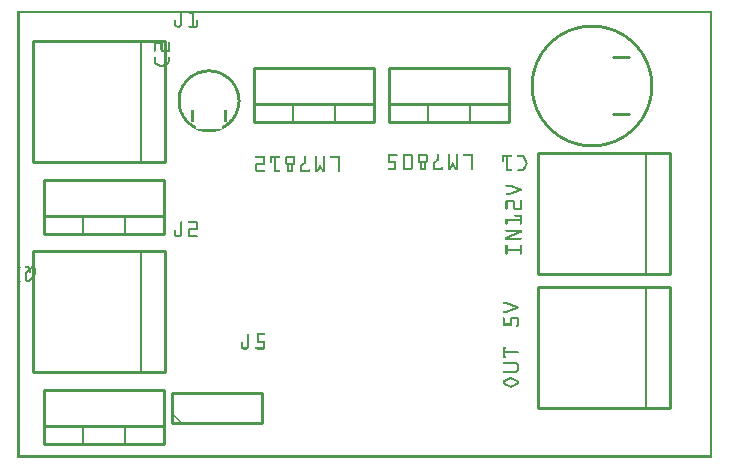
<source format=gto>
G04 MADE WITH FRITZING*
G04 WWW.FRITZING.ORG*
G04 DOUBLE SIDED*
G04 HOLES PLATED*
G04 CONTOUR ON CENTER OF CONTOUR VECTOR*
%ASAXBY*%
%FSLAX23Y23*%
%MOIN*%
%OFA0B0*%
%SFA1.0B1.0*%
%ADD10C,0.410000X0.39*%
%ADD11C,0.010000*%
%ADD12C,0.005000*%
%ADD13R,0.001000X0.001000*%
%LNSILK1*%
G90*
G70*
G54D10*
X1914Y1240D03*
G54D11*
X51Y1389D02*
X51Y985D01*
D02*
X51Y985D02*
X491Y985D01*
D02*
X491Y985D02*
X491Y1389D01*
D02*
X491Y1389D02*
X51Y1389D01*
G54D12*
D02*
X411Y985D02*
X411Y1389D01*
G54D11*
D02*
X51Y689D02*
X51Y285D01*
D02*
X51Y285D02*
X491Y285D01*
D02*
X491Y285D02*
X491Y689D01*
D02*
X491Y689D02*
X51Y689D01*
G54D12*
D02*
X411Y285D02*
X411Y689D01*
G54D11*
D02*
X1734Y1015D02*
X1734Y612D01*
D02*
X1734Y612D02*
X2174Y612D01*
D02*
X2174Y612D02*
X2174Y1015D01*
D02*
X2174Y1015D02*
X1734Y1015D01*
G54D12*
D02*
X2094Y612D02*
X2094Y1015D01*
G54D11*
D02*
X1734Y569D02*
X1734Y165D01*
D02*
X1734Y165D02*
X2174Y165D01*
D02*
X2174Y165D02*
X2174Y569D01*
D02*
X2174Y569D02*
X1734Y569D01*
G54D12*
D02*
X2094Y165D02*
X2094Y569D01*
G54D11*
D02*
X1639Y1120D02*
X1239Y1120D01*
D02*
X1239Y1120D02*
X1239Y1300D01*
D02*
X1239Y1300D02*
X1639Y1300D01*
D02*
X1639Y1300D02*
X1639Y1120D01*
D02*
X1639Y1120D02*
X1239Y1120D01*
D02*
X1239Y1120D02*
X1239Y1180D01*
D02*
X1239Y1180D02*
X1639Y1180D01*
D02*
X1639Y1180D02*
X1639Y1120D01*
G54D12*
D02*
X1509Y1120D02*
X1509Y1180D01*
D02*
X1369Y1120D02*
X1369Y1180D01*
G54D11*
D02*
X1189Y1120D02*
X789Y1120D01*
D02*
X789Y1120D02*
X789Y1300D01*
D02*
X789Y1300D02*
X1189Y1300D01*
D02*
X1189Y1300D02*
X1189Y1120D01*
D02*
X1189Y1120D02*
X789Y1120D01*
D02*
X789Y1120D02*
X789Y1180D01*
D02*
X789Y1180D02*
X1189Y1180D01*
D02*
X1189Y1180D02*
X1189Y1120D01*
G54D12*
D02*
X1059Y1120D02*
X1059Y1180D01*
D02*
X919Y1120D02*
X919Y1180D01*
G54D11*
D02*
X489Y745D02*
X89Y745D01*
D02*
X89Y745D02*
X89Y925D01*
D02*
X89Y925D02*
X489Y925D01*
D02*
X489Y925D02*
X489Y745D01*
D02*
X489Y745D02*
X89Y745D01*
D02*
X89Y745D02*
X89Y805D01*
D02*
X89Y805D02*
X489Y805D01*
D02*
X489Y805D02*
X489Y745D01*
G54D12*
D02*
X359Y745D02*
X359Y805D01*
D02*
X219Y745D02*
X219Y805D01*
G54D11*
D02*
X489Y45D02*
X89Y45D01*
D02*
X89Y45D02*
X89Y225D01*
D02*
X89Y225D02*
X489Y225D01*
D02*
X489Y225D02*
X489Y45D01*
D02*
X489Y45D02*
X89Y45D01*
D02*
X89Y45D02*
X89Y105D01*
D02*
X89Y105D02*
X489Y105D01*
D02*
X489Y105D02*
X489Y45D01*
G54D12*
D02*
X359Y45D02*
X359Y105D01*
D02*
X219Y45D02*
X219Y105D01*
G54D11*
D02*
X514Y115D02*
X814Y115D01*
D02*
X814Y115D02*
X814Y215D01*
D02*
X814Y215D02*
X514Y215D01*
D02*
X514Y215D02*
X514Y115D01*
G54D13*
X0Y1490D02*
X2315Y1490D01*
X0Y1489D02*
X2315Y1489D01*
X0Y1488D02*
X2315Y1488D01*
X0Y1487D02*
X2315Y1487D01*
X0Y1486D02*
X2315Y1486D01*
X0Y1485D02*
X2315Y1485D01*
X0Y1484D02*
X2315Y1484D01*
X0Y1483D02*
X2315Y1483D01*
X0Y1482D02*
X7Y1482D01*
X543Y1482D02*
X549Y1482D01*
X572Y1482D02*
X588Y1482D01*
X2308Y1482D02*
X2315Y1482D01*
X0Y1481D02*
X7Y1481D01*
X543Y1481D02*
X549Y1481D01*
X582Y1481D02*
X588Y1481D01*
X2308Y1481D02*
X2315Y1481D01*
X0Y1480D02*
X7Y1480D01*
X543Y1480D02*
X549Y1480D01*
X582Y1480D02*
X588Y1480D01*
X2308Y1480D02*
X2315Y1480D01*
X0Y1479D02*
X7Y1479D01*
X543Y1479D02*
X549Y1479D01*
X582Y1479D02*
X588Y1479D01*
X2308Y1479D02*
X2315Y1479D01*
X0Y1478D02*
X7Y1478D01*
X543Y1478D02*
X549Y1478D01*
X582Y1478D02*
X588Y1478D01*
X2308Y1478D02*
X2315Y1478D01*
X0Y1477D02*
X7Y1477D01*
X543Y1477D02*
X549Y1477D01*
X582Y1477D02*
X588Y1477D01*
X2308Y1477D02*
X2315Y1477D01*
X0Y1476D02*
X7Y1476D01*
X543Y1476D02*
X549Y1476D01*
X582Y1476D02*
X588Y1476D01*
X2308Y1476D02*
X2315Y1476D01*
X0Y1475D02*
X7Y1475D01*
X543Y1475D02*
X549Y1475D01*
X582Y1475D02*
X588Y1475D01*
X2308Y1475D02*
X2315Y1475D01*
X0Y1474D02*
X7Y1474D01*
X543Y1474D02*
X549Y1474D01*
X582Y1474D02*
X588Y1474D01*
X2308Y1474D02*
X2315Y1474D01*
X0Y1473D02*
X7Y1473D01*
X543Y1473D02*
X549Y1473D01*
X582Y1473D02*
X588Y1473D01*
X2308Y1473D02*
X2315Y1473D01*
X0Y1472D02*
X7Y1472D01*
X543Y1472D02*
X549Y1472D01*
X582Y1472D02*
X588Y1472D01*
X2308Y1472D02*
X2315Y1472D01*
X0Y1471D02*
X7Y1471D01*
X543Y1471D02*
X549Y1471D01*
X582Y1471D02*
X588Y1471D01*
X2308Y1471D02*
X2315Y1471D01*
X0Y1470D02*
X7Y1470D01*
X543Y1470D02*
X549Y1470D01*
X582Y1470D02*
X588Y1470D01*
X2308Y1470D02*
X2315Y1470D01*
X0Y1469D02*
X7Y1469D01*
X543Y1469D02*
X549Y1469D01*
X582Y1469D02*
X588Y1469D01*
X2308Y1469D02*
X2315Y1469D01*
X0Y1468D02*
X7Y1468D01*
X543Y1468D02*
X549Y1468D01*
X582Y1468D02*
X588Y1468D01*
X2308Y1468D02*
X2315Y1468D01*
X0Y1467D02*
X7Y1467D01*
X543Y1467D02*
X549Y1467D01*
X582Y1467D02*
X588Y1467D01*
X2308Y1467D02*
X2315Y1467D01*
X0Y1466D02*
X7Y1466D01*
X543Y1466D02*
X549Y1466D01*
X582Y1466D02*
X588Y1466D01*
X2308Y1466D02*
X2315Y1466D01*
X0Y1465D02*
X7Y1465D01*
X543Y1465D02*
X549Y1465D01*
X582Y1465D02*
X588Y1465D01*
X2308Y1465D02*
X2315Y1465D01*
X0Y1464D02*
X7Y1464D01*
X543Y1464D02*
X549Y1464D01*
X582Y1464D02*
X588Y1464D01*
X2308Y1464D02*
X2315Y1464D01*
X0Y1463D02*
X7Y1463D01*
X543Y1463D02*
X549Y1463D01*
X582Y1463D02*
X588Y1463D01*
X2308Y1463D02*
X2315Y1463D01*
X0Y1462D02*
X7Y1462D01*
X543Y1462D02*
X549Y1462D01*
X582Y1462D02*
X588Y1462D01*
X2308Y1462D02*
X2315Y1462D01*
X0Y1461D02*
X7Y1461D01*
X543Y1461D02*
X549Y1461D01*
X582Y1461D02*
X588Y1461D01*
X2308Y1461D02*
X2315Y1461D01*
X0Y1460D02*
X7Y1460D01*
X543Y1460D02*
X549Y1460D01*
X582Y1460D02*
X588Y1460D01*
X2308Y1460D02*
X2315Y1460D01*
X0Y1459D02*
X7Y1459D01*
X524Y1459D02*
X526Y1459D01*
X543Y1459D02*
X549Y1459D01*
X582Y1459D02*
X588Y1459D01*
X598Y1459D02*
X600Y1459D01*
X2308Y1459D02*
X2315Y1459D01*
X0Y1458D02*
X7Y1458D01*
X523Y1458D02*
X527Y1458D01*
X543Y1458D02*
X549Y1458D01*
X582Y1458D02*
X588Y1458D01*
X597Y1458D02*
X601Y1458D01*
X2308Y1458D02*
X2315Y1458D01*
X0Y1457D02*
X7Y1457D01*
X522Y1457D02*
X528Y1457D01*
X543Y1457D02*
X549Y1457D01*
X582Y1457D02*
X588Y1457D01*
X596Y1457D02*
X602Y1457D01*
X2308Y1457D02*
X2315Y1457D01*
X0Y1456D02*
X7Y1456D01*
X522Y1456D02*
X528Y1456D01*
X543Y1456D02*
X549Y1456D01*
X582Y1456D02*
X588Y1456D01*
X596Y1456D02*
X602Y1456D01*
X2308Y1456D02*
X2315Y1456D01*
X0Y1455D02*
X7Y1455D01*
X522Y1455D02*
X528Y1455D01*
X543Y1455D02*
X549Y1455D01*
X582Y1455D02*
X588Y1455D01*
X596Y1455D02*
X602Y1455D01*
X2308Y1455D02*
X2315Y1455D01*
X0Y1454D02*
X7Y1454D01*
X522Y1454D02*
X528Y1454D01*
X543Y1454D02*
X549Y1454D01*
X582Y1454D02*
X588Y1454D01*
X596Y1454D02*
X602Y1454D01*
X2308Y1454D02*
X2315Y1454D01*
X0Y1453D02*
X7Y1453D01*
X522Y1453D02*
X528Y1453D01*
X543Y1453D02*
X549Y1453D01*
X582Y1453D02*
X588Y1453D01*
X596Y1453D02*
X602Y1453D01*
X2308Y1453D02*
X2315Y1453D01*
X0Y1452D02*
X7Y1452D01*
X522Y1452D02*
X528Y1452D01*
X543Y1452D02*
X549Y1452D01*
X582Y1452D02*
X588Y1452D01*
X596Y1452D02*
X602Y1452D01*
X2308Y1452D02*
X2315Y1452D01*
X0Y1451D02*
X7Y1451D01*
X522Y1451D02*
X528Y1451D01*
X543Y1451D02*
X549Y1451D01*
X582Y1451D02*
X588Y1451D01*
X596Y1451D02*
X602Y1451D01*
X2308Y1451D02*
X2315Y1451D01*
X0Y1450D02*
X7Y1450D01*
X522Y1450D02*
X528Y1450D01*
X543Y1450D02*
X549Y1450D01*
X582Y1450D02*
X588Y1450D01*
X596Y1450D02*
X602Y1450D01*
X2308Y1450D02*
X2315Y1450D01*
X0Y1449D02*
X7Y1449D01*
X522Y1449D02*
X528Y1449D01*
X543Y1449D02*
X549Y1449D01*
X582Y1449D02*
X588Y1449D01*
X596Y1449D02*
X602Y1449D01*
X2308Y1449D02*
X2315Y1449D01*
X0Y1448D02*
X7Y1448D01*
X522Y1448D02*
X528Y1448D01*
X543Y1448D02*
X549Y1448D01*
X582Y1448D02*
X588Y1448D01*
X596Y1448D02*
X602Y1448D01*
X2308Y1448D02*
X2315Y1448D01*
X0Y1447D02*
X7Y1447D01*
X522Y1447D02*
X528Y1447D01*
X543Y1447D02*
X549Y1447D01*
X582Y1447D02*
X588Y1447D01*
X596Y1447D02*
X602Y1447D01*
X2308Y1447D02*
X2315Y1447D01*
X0Y1446D02*
X7Y1446D01*
X522Y1446D02*
X528Y1446D01*
X543Y1446D02*
X549Y1446D01*
X582Y1446D02*
X588Y1446D01*
X596Y1446D02*
X602Y1446D01*
X2308Y1446D02*
X2315Y1446D01*
X0Y1445D02*
X7Y1445D01*
X522Y1445D02*
X528Y1445D01*
X542Y1445D02*
X549Y1445D01*
X582Y1445D02*
X588Y1445D01*
X596Y1445D02*
X602Y1445D01*
X2308Y1445D02*
X2315Y1445D01*
X0Y1444D02*
X7Y1444D01*
X522Y1444D02*
X528Y1444D01*
X542Y1444D02*
X548Y1444D01*
X582Y1444D02*
X588Y1444D01*
X596Y1444D02*
X602Y1444D01*
X2308Y1444D02*
X2315Y1444D01*
X0Y1443D02*
X7Y1443D01*
X522Y1443D02*
X529Y1443D01*
X542Y1443D02*
X548Y1443D01*
X582Y1443D02*
X588Y1443D01*
X596Y1443D02*
X602Y1443D01*
X2308Y1443D02*
X2315Y1443D01*
X0Y1442D02*
X7Y1442D01*
X522Y1442D02*
X531Y1442D01*
X540Y1442D02*
X548Y1442D01*
X582Y1442D02*
X588Y1442D01*
X596Y1442D02*
X602Y1442D01*
X2308Y1442D02*
X2315Y1442D01*
X0Y1441D02*
X7Y1441D01*
X523Y1441D02*
X548Y1441D01*
X570Y1441D02*
X602Y1441D01*
X2308Y1441D02*
X2315Y1441D01*
X0Y1440D02*
X7Y1440D01*
X523Y1440D02*
X547Y1440D01*
X569Y1440D02*
X602Y1440D01*
X2308Y1440D02*
X2315Y1440D01*
X0Y1439D02*
X7Y1439D01*
X524Y1439D02*
X546Y1439D01*
X569Y1439D02*
X602Y1439D01*
X2308Y1439D02*
X2315Y1439D01*
X0Y1438D02*
X7Y1438D01*
X525Y1438D02*
X545Y1438D01*
X569Y1438D02*
X602Y1438D01*
X2308Y1438D02*
X2315Y1438D01*
X0Y1437D02*
X7Y1437D01*
X526Y1437D02*
X544Y1437D01*
X569Y1437D02*
X602Y1437D01*
X2308Y1437D02*
X2315Y1437D01*
X0Y1436D02*
X7Y1436D01*
X528Y1436D02*
X543Y1436D01*
X569Y1436D02*
X601Y1436D01*
X2308Y1436D02*
X2315Y1436D01*
X0Y1435D02*
X7Y1435D01*
X531Y1435D02*
X540Y1435D01*
X571Y1435D02*
X599Y1435D01*
X2308Y1435D02*
X2315Y1435D01*
X0Y1434D02*
X7Y1434D01*
X2308Y1434D02*
X2315Y1434D01*
X0Y1433D02*
X7Y1433D01*
X2308Y1433D02*
X2315Y1433D01*
X0Y1432D02*
X7Y1432D01*
X2308Y1432D02*
X2315Y1432D01*
X0Y1431D02*
X7Y1431D01*
X2308Y1431D02*
X2315Y1431D01*
X0Y1430D02*
X7Y1430D01*
X2308Y1430D02*
X2315Y1430D01*
X0Y1429D02*
X7Y1429D01*
X2308Y1429D02*
X2315Y1429D01*
X0Y1428D02*
X7Y1428D01*
X2308Y1428D02*
X2315Y1428D01*
X0Y1427D02*
X7Y1427D01*
X2308Y1427D02*
X2315Y1427D01*
X0Y1426D02*
X7Y1426D01*
X2308Y1426D02*
X2315Y1426D01*
X0Y1425D02*
X7Y1425D01*
X2308Y1425D02*
X2315Y1425D01*
X0Y1424D02*
X7Y1424D01*
X2308Y1424D02*
X2315Y1424D01*
X0Y1423D02*
X7Y1423D01*
X2308Y1423D02*
X2315Y1423D01*
X0Y1422D02*
X7Y1422D01*
X2308Y1422D02*
X2315Y1422D01*
X0Y1421D02*
X7Y1421D01*
X2308Y1421D02*
X2315Y1421D01*
X0Y1420D02*
X7Y1420D01*
X2308Y1420D02*
X2315Y1420D01*
X0Y1419D02*
X7Y1419D01*
X2308Y1419D02*
X2315Y1419D01*
X0Y1418D02*
X7Y1418D01*
X2308Y1418D02*
X2315Y1418D01*
X0Y1417D02*
X7Y1417D01*
X2308Y1417D02*
X2315Y1417D01*
X0Y1416D02*
X7Y1416D01*
X2308Y1416D02*
X2315Y1416D01*
X0Y1415D02*
X7Y1415D01*
X2308Y1415D02*
X2315Y1415D01*
X0Y1414D02*
X7Y1414D01*
X2308Y1414D02*
X2315Y1414D01*
X0Y1413D02*
X7Y1413D01*
X2308Y1413D02*
X2315Y1413D01*
X0Y1412D02*
X7Y1412D01*
X2308Y1412D02*
X2315Y1412D01*
X0Y1411D02*
X7Y1411D01*
X2308Y1411D02*
X2315Y1411D01*
X0Y1410D02*
X7Y1410D01*
X2308Y1410D02*
X2315Y1410D01*
X0Y1409D02*
X7Y1409D01*
X2308Y1409D02*
X2315Y1409D01*
X0Y1408D02*
X7Y1408D01*
X2308Y1408D02*
X2315Y1408D01*
X0Y1407D02*
X7Y1407D01*
X2308Y1407D02*
X2315Y1407D01*
X0Y1406D02*
X7Y1406D01*
X2308Y1406D02*
X2315Y1406D01*
X0Y1405D02*
X7Y1405D01*
X2308Y1405D02*
X2315Y1405D01*
X0Y1404D02*
X7Y1404D01*
X2308Y1404D02*
X2315Y1404D01*
X0Y1403D02*
X7Y1403D01*
X2308Y1403D02*
X2315Y1403D01*
X0Y1402D02*
X7Y1402D01*
X2308Y1402D02*
X2315Y1402D01*
X0Y1401D02*
X7Y1401D01*
X2308Y1401D02*
X2315Y1401D01*
X0Y1400D02*
X7Y1400D01*
X2308Y1400D02*
X2315Y1400D01*
X0Y1399D02*
X7Y1399D01*
X2308Y1399D02*
X2315Y1399D01*
X0Y1398D02*
X7Y1398D01*
X2308Y1398D02*
X2315Y1398D01*
X0Y1397D02*
X7Y1397D01*
X2308Y1397D02*
X2315Y1397D01*
X0Y1396D02*
X7Y1396D01*
X2308Y1396D02*
X2315Y1396D01*
X0Y1395D02*
X7Y1395D01*
X2308Y1395D02*
X2315Y1395D01*
X0Y1394D02*
X7Y1394D01*
X2308Y1394D02*
X2315Y1394D01*
X0Y1393D02*
X7Y1393D01*
X2308Y1393D02*
X2315Y1393D01*
X0Y1392D02*
X7Y1392D01*
X2308Y1392D02*
X2315Y1392D01*
X0Y1391D02*
X7Y1391D01*
X2308Y1391D02*
X2315Y1391D01*
X0Y1390D02*
X7Y1390D01*
X2308Y1390D02*
X2315Y1390D01*
X0Y1389D02*
X7Y1389D01*
X2308Y1389D02*
X2315Y1389D01*
X0Y1388D02*
X7Y1388D01*
X2308Y1388D02*
X2315Y1388D01*
X0Y1387D02*
X7Y1387D01*
X458Y1387D02*
X479Y1387D01*
X502Y1387D02*
X505Y1387D01*
X2308Y1387D02*
X2315Y1387D01*
X0Y1386D02*
X7Y1386D01*
X456Y1386D02*
X481Y1386D01*
X502Y1386D02*
X506Y1386D01*
X2308Y1386D02*
X2315Y1386D01*
X0Y1385D02*
X7Y1385D01*
X455Y1385D02*
X482Y1385D01*
X501Y1385D02*
X507Y1385D01*
X2308Y1385D02*
X2315Y1385D01*
X0Y1384D02*
X7Y1384D01*
X455Y1384D02*
X482Y1384D01*
X501Y1384D02*
X507Y1384D01*
X2308Y1384D02*
X2315Y1384D01*
X0Y1383D02*
X7Y1383D01*
X454Y1383D02*
X483Y1383D01*
X501Y1383D02*
X507Y1383D01*
X2308Y1383D02*
X2315Y1383D01*
X0Y1382D02*
X7Y1382D01*
X454Y1382D02*
X483Y1382D01*
X501Y1382D02*
X507Y1382D01*
X2308Y1382D02*
X2315Y1382D01*
X0Y1381D02*
X7Y1381D01*
X454Y1381D02*
X483Y1381D01*
X501Y1381D02*
X507Y1381D01*
X2308Y1381D02*
X2315Y1381D01*
X0Y1380D02*
X7Y1380D01*
X454Y1380D02*
X460Y1380D01*
X477Y1380D02*
X483Y1380D01*
X501Y1380D02*
X507Y1380D01*
X2308Y1380D02*
X2315Y1380D01*
X0Y1379D02*
X7Y1379D01*
X454Y1379D02*
X460Y1379D01*
X477Y1379D02*
X483Y1379D01*
X501Y1379D02*
X507Y1379D01*
X2308Y1379D02*
X2315Y1379D01*
X0Y1378D02*
X7Y1378D01*
X454Y1378D02*
X460Y1378D01*
X477Y1378D02*
X483Y1378D01*
X501Y1378D02*
X507Y1378D01*
X2308Y1378D02*
X2315Y1378D01*
X0Y1377D02*
X7Y1377D01*
X454Y1377D02*
X460Y1377D01*
X477Y1377D02*
X483Y1377D01*
X501Y1377D02*
X507Y1377D01*
X2308Y1377D02*
X2315Y1377D01*
X0Y1376D02*
X7Y1376D01*
X454Y1376D02*
X460Y1376D01*
X477Y1376D02*
X483Y1376D01*
X501Y1376D02*
X507Y1376D01*
X2308Y1376D02*
X2315Y1376D01*
X0Y1375D02*
X7Y1375D01*
X454Y1375D02*
X460Y1375D01*
X477Y1375D02*
X483Y1375D01*
X501Y1375D02*
X507Y1375D01*
X2308Y1375D02*
X2315Y1375D01*
X0Y1374D02*
X7Y1374D01*
X454Y1374D02*
X460Y1374D01*
X477Y1374D02*
X483Y1374D01*
X501Y1374D02*
X507Y1374D01*
X2308Y1374D02*
X2315Y1374D01*
X0Y1373D02*
X7Y1373D01*
X454Y1373D02*
X460Y1373D01*
X477Y1373D02*
X483Y1373D01*
X501Y1373D02*
X507Y1373D01*
X2308Y1373D02*
X2315Y1373D01*
X0Y1372D02*
X7Y1372D01*
X454Y1372D02*
X460Y1372D01*
X477Y1372D02*
X483Y1372D01*
X501Y1372D02*
X507Y1372D01*
X2308Y1372D02*
X2315Y1372D01*
X0Y1371D02*
X7Y1371D01*
X454Y1371D02*
X460Y1371D01*
X477Y1371D02*
X483Y1371D01*
X501Y1371D02*
X507Y1371D01*
X2308Y1371D02*
X2315Y1371D01*
X0Y1370D02*
X7Y1370D01*
X454Y1370D02*
X460Y1370D01*
X477Y1370D02*
X483Y1370D01*
X501Y1370D02*
X507Y1370D01*
X2308Y1370D02*
X2315Y1370D01*
X0Y1369D02*
X7Y1369D01*
X454Y1369D02*
X460Y1369D01*
X477Y1369D02*
X483Y1369D01*
X501Y1369D02*
X507Y1369D01*
X2308Y1369D02*
X2315Y1369D01*
X0Y1368D02*
X7Y1368D01*
X454Y1368D02*
X460Y1368D01*
X477Y1368D02*
X483Y1368D01*
X501Y1368D02*
X507Y1368D01*
X2308Y1368D02*
X2315Y1368D01*
X0Y1367D02*
X7Y1367D01*
X454Y1367D02*
X460Y1367D01*
X477Y1367D02*
X483Y1367D01*
X501Y1367D02*
X507Y1367D01*
X2308Y1367D02*
X2315Y1367D01*
X0Y1366D02*
X7Y1366D01*
X454Y1366D02*
X460Y1366D01*
X477Y1366D02*
X483Y1366D01*
X501Y1366D02*
X507Y1366D01*
X2308Y1366D02*
X2315Y1366D01*
X0Y1365D02*
X7Y1365D01*
X454Y1365D02*
X460Y1365D01*
X477Y1365D02*
X483Y1365D01*
X501Y1365D02*
X507Y1365D01*
X2308Y1365D02*
X2315Y1365D01*
X0Y1364D02*
X7Y1364D01*
X454Y1364D02*
X460Y1364D01*
X477Y1364D02*
X483Y1364D01*
X501Y1364D02*
X507Y1364D01*
X2308Y1364D02*
X2315Y1364D01*
X0Y1363D02*
X7Y1363D01*
X454Y1363D02*
X460Y1363D01*
X477Y1363D02*
X483Y1363D01*
X501Y1363D02*
X507Y1363D01*
X2308Y1363D02*
X2315Y1363D01*
X0Y1362D02*
X7Y1362D01*
X454Y1362D02*
X460Y1362D01*
X477Y1362D02*
X483Y1362D01*
X501Y1362D02*
X507Y1362D01*
X2308Y1362D02*
X2315Y1362D01*
X0Y1361D02*
X7Y1361D01*
X454Y1361D02*
X460Y1361D01*
X477Y1361D02*
X483Y1361D01*
X501Y1361D02*
X507Y1361D01*
X2308Y1361D02*
X2315Y1361D01*
X0Y1360D02*
X7Y1360D01*
X454Y1360D02*
X460Y1360D01*
X477Y1360D02*
X507Y1360D01*
X2308Y1360D02*
X2315Y1360D01*
X0Y1359D02*
X7Y1359D01*
X454Y1359D02*
X460Y1359D01*
X477Y1359D02*
X507Y1359D01*
X2308Y1359D02*
X2315Y1359D01*
X0Y1358D02*
X7Y1358D01*
X454Y1358D02*
X460Y1358D01*
X478Y1358D02*
X507Y1358D01*
X2308Y1358D02*
X2315Y1358D01*
X0Y1357D02*
X7Y1357D01*
X454Y1357D02*
X460Y1357D01*
X478Y1357D02*
X507Y1357D01*
X2308Y1357D02*
X2315Y1357D01*
X0Y1356D02*
X7Y1356D01*
X454Y1356D02*
X460Y1356D01*
X479Y1356D02*
X507Y1356D01*
X2308Y1356D02*
X2315Y1356D01*
X0Y1355D02*
X7Y1355D01*
X454Y1355D02*
X459Y1355D01*
X480Y1355D02*
X507Y1355D01*
X2308Y1355D02*
X2315Y1355D01*
X0Y1354D02*
X7Y1354D01*
X455Y1354D02*
X459Y1354D01*
X481Y1354D02*
X507Y1354D01*
X2308Y1354D02*
X2315Y1354D01*
X0Y1353D02*
X7Y1353D01*
X2308Y1353D02*
X2315Y1353D01*
X0Y1352D02*
X7Y1352D01*
X2308Y1352D02*
X2315Y1352D01*
X0Y1351D02*
X7Y1351D01*
X2308Y1351D02*
X2315Y1351D01*
X0Y1350D02*
X7Y1350D01*
X2308Y1350D02*
X2315Y1350D01*
X0Y1349D02*
X7Y1349D01*
X2308Y1349D02*
X2315Y1349D01*
X0Y1348D02*
X7Y1348D01*
X2308Y1348D02*
X2315Y1348D01*
X0Y1347D02*
X7Y1347D01*
X2308Y1347D02*
X2315Y1347D01*
X0Y1346D02*
X7Y1346D01*
X2308Y1346D02*
X2315Y1346D01*
X0Y1345D02*
X7Y1345D01*
X2308Y1345D02*
X2315Y1345D01*
X0Y1344D02*
X7Y1344D01*
X2308Y1344D02*
X2315Y1344D01*
X0Y1343D02*
X7Y1343D01*
X2308Y1343D02*
X2315Y1343D01*
X0Y1342D02*
X7Y1342D01*
X2308Y1342D02*
X2315Y1342D01*
X0Y1341D02*
X7Y1341D01*
X2308Y1341D02*
X2315Y1341D01*
X0Y1340D02*
X7Y1340D01*
X1986Y1340D02*
X2040Y1340D01*
X2308Y1340D02*
X2315Y1340D01*
X0Y1339D02*
X7Y1339D01*
X1984Y1339D02*
X2042Y1339D01*
X2308Y1339D02*
X2315Y1339D01*
X0Y1338D02*
X7Y1338D01*
X1984Y1338D02*
X2042Y1338D01*
X2308Y1338D02*
X2315Y1338D01*
X0Y1337D02*
X7Y1337D01*
X455Y1337D02*
X458Y1337D01*
X502Y1337D02*
X505Y1337D01*
X1983Y1337D02*
X2043Y1337D01*
X2308Y1337D02*
X2315Y1337D01*
X0Y1336D02*
X7Y1336D01*
X454Y1336D02*
X459Y1336D01*
X501Y1336D02*
X506Y1336D01*
X1983Y1336D02*
X2043Y1336D01*
X2308Y1336D02*
X2315Y1336D01*
X0Y1335D02*
X7Y1335D01*
X454Y1335D02*
X460Y1335D01*
X501Y1335D02*
X507Y1335D01*
X1983Y1335D02*
X2043Y1335D01*
X2308Y1335D02*
X2315Y1335D01*
X0Y1334D02*
X7Y1334D01*
X454Y1334D02*
X460Y1334D01*
X501Y1334D02*
X507Y1334D01*
X1983Y1334D02*
X2043Y1334D01*
X2308Y1334D02*
X2315Y1334D01*
X0Y1333D02*
X7Y1333D01*
X454Y1333D02*
X460Y1333D01*
X501Y1333D02*
X507Y1333D01*
X1983Y1333D02*
X2043Y1333D01*
X2308Y1333D02*
X2315Y1333D01*
X0Y1332D02*
X7Y1332D01*
X454Y1332D02*
X460Y1332D01*
X501Y1332D02*
X507Y1332D01*
X1984Y1332D02*
X2042Y1332D01*
X2308Y1332D02*
X2315Y1332D01*
X0Y1331D02*
X7Y1331D01*
X454Y1331D02*
X460Y1331D01*
X501Y1331D02*
X507Y1331D01*
X1985Y1331D02*
X2041Y1331D01*
X2308Y1331D02*
X2315Y1331D01*
X0Y1330D02*
X7Y1330D01*
X454Y1330D02*
X460Y1330D01*
X501Y1330D02*
X507Y1330D01*
X1987Y1330D02*
X2039Y1330D01*
X2308Y1330D02*
X2315Y1330D01*
X0Y1329D02*
X7Y1329D01*
X454Y1329D02*
X460Y1329D01*
X501Y1329D02*
X507Y1329D01*
X2308Y1329D02*
X2315Y1329D01*
X0Y1328D02*
X7Y1328D01*
X454Y1328D02*
X460Y1328D01*
X501Y1328D02*
X507Y1328D01*
X2308Y1328D02*
X2315Y1328D01*
X0Y1327D02*
X7Y1327D01*
X454Y1327D02*
X460Y1327D01*
X501Y1327D02*
X507Y1327D01*
X2308Y1327D02*
X2315Y1327D01*
X0Y1326D02*
X7Y1326D01*
X454Y1326D02*
X460Y1326D01*
X501Y1326D02*
X507Y1326D01*
X2308Y1326D02*
X2315Y1326D01*
X0Y1325D02*
X7Y1325D01*
X454Y1325D02*
X460Y1325D01*
X501Y1325D02*
X507Y1325D01*
X2308Y1325D02*
X2315Y1325D01*
X0Y1324D02*
X7Y1324D01*
X454Y1324D02*
X460Y1324D01*
X501Y1324D02*
X507Y1324D01*
X2308Y1324D02*
X2315Y1324D01*
X0Y1323D02*
X7Y1323D01*
X454Y1323D02*
X460Y1323D01*
X501Y1323D02*
X507Y1323D01*
X2308Y1323D02*
X2315Y1323D01*
X0Y1322D02*
X7Y1322D01*
X454Y1322D02*
X460Y1322D01*
X501Y1322D02*
X507Y1322D01*
X2308Y1322D02*
X2315Y1322D01*
X0Y1321D02*
X7Y1321D01*
X454Y1321D02*
X460Y1321D01*
X501Y1321D02*
X507Y1321D01*
X2308Y1321D02*
X2315Y1321D01*
X0Y1320D02*
X7Y1320D01*
X454Y1320D02*
X460Y1320D01*
X501Y1320D02*
X507Y1320D01*
X2308Y1320D02*
X2315Y1320D01*
X0Y1319D02*
X7Y1319D01*
X454Y1319D02*
X461Y1319D01*
X500Y1319D02*
X507Y1319D01*
X2308Y1319D02*
X2315Y1319D01*
X0Y1318D02*
X7Y1318D01*
X454Y1318D02*
X462Y1318D01*
X499Y1318D02*
X506Y1318D01*
X2308Y1318D02*
X2315Y1318D01*
X0Y1317D02*
X7Y1317D01*
X455Y1317D02*
X464Y1317D01*
X497Y1317D02*
X506Y1317D01*
X2308Y1317D02*
X2315Y1317D01*
X0Y1316D02*
X7Y1316D01*
X455Y1316D02*
X466Y1316D01*
X495Y1316D02*
X505Y1316D01*
X2308Y1316D02*
X2315Y1316D01*
X0Y1315D02*
X7Y1315D01*
X456Y1315D02*
X468Y1315D01*
X493Y1315D02*
X505Y1315D01*
X2308Y1315D02*
X2315Y1315D01*
X0Y1314D02*
X7Y1314D01*
X457Y1314D02*
X470Y1314D01*
X491Y1314D02*
X504Y1314D01*
X2308Y1314D02*
X2315Y1314D01*
X0Y1313D02*
X7Y1313D01*
X458Y1313D02*
X472Y1313D01*
X489Y1313D02*
X503Y1313D01*
X2308Y1313D02*
X2315Y1313D01*
X0Y1312D02*
X7Y1312D01*
X459Y1312D02*
X474Y1312D01*
X487Y1312D02*
X501Y1312D01*
X2308Y1312D02*
X2315Y1312D01*
X0Y1311D02*
X7Y1311D01*
X461Y1311D02*
X476Y1311D01*
X485Y1311D02*
X499Y1311D01*
X2308Y1311D02*
X2315Y1311D01*
X0Y1310D02*
X7Y1310D01*
X463Y1310D02*
X497Y1310D01*
X2308Y1310D02*
X2315Y1310D01*
X0Y1309D02*
X7Y1309D01*
X465Y1309D02*
X495Y1309D01*
X2308Y1309D02*
X2315Y1309D01*
X0Y1308D02*
X7Y1308D01*
X467Y1308D02*
X493Y1308D01*
X2308Y1308D02*
X2315Y1308D01*
X0Y1307D02*
X7Y1307D01*
X469Y1307D02*
X491Y1307D01*
X2308Y1307D02*
X2315Y1307D01*
X0Y1306D02*
X7Y1306D01*
X471Y1306D02*
X489Y1306D01*
X2308Y1306D02*
X2315Y1306D01*
X0Y1305D02*
X7Y1305D01*
X473Y1305D02*
X487Y1305D01*
X2308Y1305D02*
X2315Y1305D01*
X0Y1304D02*
X7Y1304D01*
X476Y1304D02*
X485Y1304D01*
X2308Y1304D02*
X2315Y1304D01*
X0Y1303D02*
X7Y1303D01*
X2308Y1303D02*
X2315Y1303D01*
X0Y1302D02*
X7Y1302D01*
X2308Y1302D02*
X2315Y1302D01*
X0Y1301D02*
X7Y1301D01*
X2308Y1301D02*
X2315Y1301D01*
X0Y1300D02*
X7Y1300D01*
X2308Y1300D02*
X2315Y1300D01*
X0Y1299D02*
X7Y1299D01*
X2308Y1299D02*
X2315Y1299D01*
X0Y1298D02*
X7Y1298D01*
X2308Y1298D02*
X2315Y1298D01*
X0Y1297D02*
X7Y1297D01*
X2308Y1297D02*
X2315Y1297D01*
X0Y1296D02*
X7Y1296D01*
X2308Y1296D02*
X2315Y1296D01*
X0Y1295D02*
X7Y1295D01*
X632Y1295D02*
X645Y1295D01*
X2308Y1295D02*
X2315Y1295D01*
X0Y1294D02*
X7Y1294D01*
X623Y1294D02*
X654Y1294D01*
X2308Y1294D02*
X2315Y1294D01*
X0Y1293D02*
X7Y1293D01*
X617Y1293D02*
X659Y1293D01*
X2308Y1293D02*
X2315Y1293D01*
X0Y1292D02*
X7Y1292D01*
X613Y1292D02*
X663Y1292D01*
X2308Y1292D02*
X2315Y1292D01*
X0Y1291D02*
X7Y1291D01*
X609Y1291D02*
X667Y1291D01*
X2308Y1291D02*
X2315Y1291D01*
X0Y1290D02*
X7Y1290D01*
X606Y1290D02*
X670Y1290D01*
X2308Y1290D02*
X2315Y1290D01*
X0Y1289D02*
X7Y1289D01*
X603Y1289D02*
X673Y1289D01*
X2308Y1289D02*
X2315Y1289D01*
X0Y1288D02*
X7Y1288D01*
X600Y1288D02*
X676Y1288D01*
X2308Y1288D02*
X2315Y1288D01*
X0Y1287D02*
X7Y1287D01*
X598Y1287D02*
X678Y1287D01*
X2308Y1287D02*
X2315Y1287D01*
X0Y1286D02*
X7Y1286D01*
X596Y1286D02*
X680Y1286D01*
X2308Y1286D02*
X2315Y1286D01*
X0Y1285D02*
X7Y1285D01*
X594Y1285D02*
X631Y1285D01*
X645Y1285D02*
X682Y1285D01*
X2308Y1285D02*
X2315Y1285D01*
X0Y1284D02*
X7Y1284D01*
X592Y1284D02*
X622Y1284D01*
X654Y1284D02*
X685Y1284D01*
X2308Y1284D02*
X2315Y1284D01*
X0Y1283D02*
X7Y1283D01*
X590Y1283D02*
X617Y1283D01*
X659Y1283D02*
X687Y1283D01*
X2308Y1283D02*
X2315Y1283D01*
X0Y1282D02*
X7Y1282D01*
X588Y1282D02*
X613Y1282D01*
X664Y1282D02*
X688Y1282D01*
X2308Y1282D02*
X2315Y1282D01*
X0Y1281D02*
X7Y1281D01*
X586Y1281D02*
X609Y1281D01*
X667Y1281D02*
X690Y1281D01*
X2308Y1281D02*
X2315Y1281D01*
X0Y1280D02*
X7Y1280D01*
X584Y1280D02*
X606Y1280D01*
X670Y1280D02*
X692Y1280D01*
X2308Y1280D02*
X2315Y1280D01*
X0Y1279D02*
X7Y1279D01*
X583Y1279D02*
X604Y1279D01*
X673Y1279D02*
X693Y1279D01*
X2308Y1279D02*
X2315Y1279D01*
X0Y1278D02*
X7Y1278D01*
X581Y1278D02*
X601Y1278D01*
X675Y1278D02*
X695Y1278D01*
X2308Y1278D02*
X2315Y1278D01*
X0Y1277D02*
X7Y1277D01*
X580Y1277D02*
X599Y1277D01*
X677Y1277D02*
X697Y1277D01*
X2308Y1277D02*
X2315Y1277D01*
X0Y1276D02*
X7Y1276D01*
X578Y1276D02*
X597Y1276D01*
X680Y1276D02*
X698Y1276D01*
X2308Y1276D02*
X2315Y1276D01*
X0Y1275D02*
X7Y1275D01*
X577Y1275D02*
X595Y1275D01*
X682Y1275D02*
X699Y1275D01*
X2308Y1275D02*
X2315Y1275D01*
X0Y1274D02*
X7Y1274D01*
X575Y1274D02*
X593Y1274D01*
X684Y1274D02*
X701Y1274D01*
X2308Y1274D02*
X2315Y1274D01*
X0Y1273D02*
X7Y1273D01*
X574Y1273D02*
X591Y1273D01*
X685Y1273D02*
X702Y1273D01*
X2308Y1273D02*
X2315Y1273D01*
X0Y1272D02*
X7Y1272D01*
X573Y1272D02*
X589Y1272D01*
X687Y1272D02*
X703Y1272D01*
X2308Y1272D02*
X2315Y1272D01*
X0Y1271D02*
X7Y1271D01*
X572Y1271D02*
X588Y1271D01*
X689Y1271D02*
X705Y1271D01*
X2308Y1271D02*
X2315Y1271D01*
X0Y1270D02*
X7Y1270D01*
X570Y1270D02*
X586Y1270D01*
X690Y1270D02*
X706Y1270D01*
X2308Y1270D02*
X2315Y1270D01*
X0Y1269D02*
X7Y1269D01*
X569Y1269D02*
X584Y1269D01*
X692Y1269D02*
X707Y1269D01*
X2308Y1269D02*
X2315Y1269D01*
X0Y1268D02*
X7Y1268D01*
X568Y1268D02*
X583Y1268D01*
X693Y1268D02*
X708Y1268D01*
X2308Y1268D02*
X2315Y1268D01*
X0Y1267D02*
X7Y1267D01*
X567Y1267D02*
X582Y1267D01*
X695Y1267D02*
X709Y1267D01*
X2308Y1267D02*
X2315Y1267D01*
X0Y1266D02*
X7Y1266D01*
X566Y1266D02*
X580Y1266D01*
X696Y1266D02*
X710Y1266D01*
X2308Y1266D02*
X2315Y1266D01*
X0Y1265D02*
X7Y1265D01*
X565Y1265D02*
X579Y1265D01*
X697Y1265D02*
X711Y1265D01*
X2308Y1265D02*
X2315Y1265D01*
X0Y1264D02*
X7Y1264D01*
X564Y1264D02*
X578Y1264D01*
X698Y1264D02*
X712Y1264D01*
X2308Y1264D02*
X2315Y1264D01*
X0Y1263D02*
X7Y1263D01*
X563Y1263D02*
X577Y1263D01*
X700Y1263D02*
X713Y1263D01*
X2308Y1263D02*
X2315Y1263D01*
X0Y1262D02*
X7Y1262D01*
X562Y1262D02*
X575Y1262D01*
X701Y1262D02*
X714Y1262D01*
X2308Y1262D02*
X2315Y1262D01*
X0Y1261D02*
X7Y1261D01*
X561Y1261D02*
X574Y1261D01*
X702Y1261D02*
X715Y1261D01*
X2308Y1261D02*
X2315Y1261D01*
X0Y1260D02*
X7Y1260D01*
X560Y1260D02*
X573Y1260D01*
X703Y1260D02*
X716Y1260D01*
X2308Y1260D02*
X2315Y1260D01*
X0Y1259D02*
X7Y1259D01*
X559Y1259D02*
X572Y1259D01*
X704Y1259D02*
X717Y1259D01*
X2308Y1259D02*
X2315Y1259D01*
X0Y1258D02*
X7Y1258D01*
X558Y1258D02*
X571Y1258D01*
X705Y1258D02*
X718Y1258D01*
X2308Y1258D02*
X2315Y1258D01*
X0Y1257D02*
X7Y1257D01*
X558Y1257D02*
X570Y1257D01*
X706Y1257D02*
X719Y1257D01*
X2308Y1257D02*
X2315Y1257D01*
X0Y1256D02*
X7Y1256D01*
X557Y1256D02*
X569Y1256D01*
X707Y1256D02*
X719Y1256D01*
X2308Y1256D02*
X2315Y1256D01*
X0Y1255D02*
X7Y1255D01*
X556Y1255D02*
X568Y1255D01*
X708Y1255D02*
X720Y1255D01*
X2308Y1255D02*
X2315Y1255D01*
X0Y1254D02*
X7Y1254D01*
X555Y1254D02*
X567Y1254D01*
X709Y1254D02*
X721Y1254D01*
X2308Y1254D02*
X2315Y1254D01*
X0Y1253D02*
X7Y1253D01*
X555Y1253D02*
X566Y1253D01*
X710Y1253D02*
X722Y1253D01*
X2308Y1253D02*
X2315Y1253D01*
X0Y1252D02*
X7Y1252D01*
X554Y1252D02*
X565Y1252D01*
X711Y1252D02*
X722Y1252D01*
X2308Y1252D02*
X2315Y1252D01*
X0Y1251D02*
X7Y1251D01*
X553Y1251D02*
X565Y1251D01*
X712Y1251D02*
X723Y1251D01*
X2308Y1251D02*
X2315Y1251D01*
X0Y1250D02*
X7Y1250D01*
X552Y1250D02*
X564Y1250D01*
X712Y1250D02*
X724Y1250D01*
X2308Y1250D02*
X2315Y1250D01*
X0Y1249D02*
X7Y1249D01*
X552Y1249D02*
X563Y1249D01*
X713Y1249D02*
X725Y1249D01*
X2308Y1249D02*
X2315Y1249D01*
X0Y1248D02*
X7Y1248D01*
X551Y1248D02*
X562Y1248D01*
X714Y1248D02*
X725Y1248D01*
X2308Y1248D02*
X2315Y1248D01*
X0Y1247D02*
X7Y1247D01*
X550Y1247D02*
X561Y1247D01*
X715Y1247D02*
X726Y1247D01*
X2308Y1247D02*
X2315Y1247D01*
X0Y1246D02*
X7Y1246D01*
X550Y1246D02*
X561Y1246D01*
X715Y1246D02*
X726Y1246D01*
X2308Y1246D02*
X2315Y1246D01*
X0Y1245D02*
X7Y1245D01*
X549Y1245D02*
X560Y1245D01*
X716Y1245D02*
X727Y1245D01*
X2308Y1245D02*
X2315Y1245D01*
X0Y1244D02*
X7Y1244D01*
X549Y1244D02*
X559Y1244D01*
X717Y1244D02*
X728Y1244D01*
X2308Y1244D02*
X2315Y1244D01*
X0Y1243D02*
X7Y1243D01*
X548Y1243D02*
X559Y1243D01*
X718Y1243D02*
X728Y1243D01*
X2308Y1243D02*
X2315Y1243D01*
X0Y1242D02*
X7Y1242D01*
X547Y1242D02*
X558Y1242D01*
X718Y1242D02*
X729Y1242D01*
X2308Y1242D02*
X2315Y1242D01*
X0Y1241D02*
X7Y1241D01*
X547Y1241D02*
X557Y1241D01*
X719Y1241D02*
X729Y1241D01*
X2308Y1241D02*
X2315Y1241D01*
X0Y1240D02*
X7Y1240D01*
X546Y1240D02*
X557Y1240D01*
X719Y1240D02*
X730Y1240D01*
X2308Y1240D02*
X2315Y1240D01*
X0Y1239D02*
X7Y1239D01*
X546Y1239D02*
X556Y1239D01*
X720Y1239D02*
X730Y1239D01*
X2308Y1239D02*
X2315Y1239D01*
X0Y1238D02*
X7Y1238D01*
X545Y1238D02*
X555Y1238D01*
X721Y1238D02*
X731Y1238D01*
X2308Y1238D02*
X2315Y1238D01*
X0Y1237D02*
X7Y1237D01*
X545Y1237D02*
X555Y1237D01*
X721Y1237D02*
X731Y1237D01*
X2308Y1237D02*
X2315Y1237D01*
X0Y1236D02*
X7Y1236D01*
X544Y1236D02*
X554Y1236D01*
X722Y1236D02*
X732Y1236D01*
X2308Y1236D02*
X2315Y1236D01*
X0Y1235D02*
X7Y1235D01*
X544Y1235D02*
X554Y1235D01*
X722Y1235D02*
X732Y1235D01*
X2308Y1235D02*
X2315Y1235D01*
X0Y1234D02*
X7Y1234D01*
X543Y1234D02*
X553Y1234D01*
X723Y1234D02*
X733Y1234D01*
X2308Y1234D02*
X2315Y1234D01*
X0Y1233D02*
X7Y1233D01*
X543Y1233D02*
X553Y1233D01*
X723Y1233D02*
X733Y1233D01*
X2308Y1233D02*
X2315Y1233D01*
X0Y1232D02*
X7Y1232D01*
X542Y1232D02*
X552Y1232D01*
X724Y1232D02*
X734Y1232D01*
X2308Y1232D02*
X2315Y1232D01*
X0Y1231D02*
X7Y1231D01*
X542Y1231D02*
X552Y1231D01*
X724Y1231D02*
X734Y1231D01*
X2308Y1231D02*
X2315Y1231D01*
X0Y1230D02*
X7Y1230D01*
X542Y1230D02*
X551Y1230D01*
X725Y1230D02*
X735Y1230D01*
X2308Y1230D02*
X2315Y1230D01*
X0Y1229D02*
X7Y1229D01*
X541Y1229D02*
X551Y1229D01*
X725Y1229D02*
X735Y1229D01*
X2308Y1229D02*
X2315Y1229D01*
X0Y1228D02*
X7Y1228D01*
X541Y1228D02*
X550Y1228D01*
X726Y1228D02*
X735Y1228D01*
X2308Y1228D02*
X2315Y1228D01*
X0Y1227D02*
X7Y1227D01*
X540Y1227D02*
X550Y1227D01*
X726Y1227D02*
X736Y1227D01*
X2308Y1227D02*
X2315Y1227D01*
X0Y1226D02*
X7Y1226D01*
X540Y1226D02*
X550Y1226D01*
X727Y1226D02*
X736Y1226D01*
X2308Y1226D02*
X2315Y1226D01*
X0Y1225D02*
X7Y1225D01*
X540Y1225D02*
X549Y1225D01*
X727Y1225D02*
X737Y1225D01*
X2308Y1225D02*
X2315Y1225D01*
X0Y1224D02*
X7Y1224D01*
X539Y1224D02*
X549Y1224D01*
X727Y1224D02*
X737Y1224D01*
X2308Y1224D02*
X2315Y1224D01*
X0Y1223D02*
X7Y1223D01*
X539Y1223D02*
X548Y1223D01*
X728Y1223D02*
X737Y1223D01*
X2308Y1223D02*
X2315Y1223D01*
X0Y1222D02*
X7Y1222D01*
X539Y1222D02*
X548Y1222D01*
X728Y1222D02*
X738Y1222D01*
X2308Y1222D02*
X2315Y1222D01*
X0Y1221D02*
X7Y1221D01*
X538Y1221D02*
X548Y1221D01*
X728Y1221D02*
X738Y1221D01*
X2308Y1221D02*
X2315Y1221D01*
X0Y1220D02*
X7Y1220D01*
X538Y1220D02*
X547Y1220D01*
X729Y1220D02*
X738Y1220D01*
X2308Y1220D02*
X2315Y1220D01*
X0Y1219D02*
X7Y1219D01*
X538Y1219D02*
X547Y1219D01*
X729Y1219D02*
X738Y1219D01*
X2308Y1219D02*
X2315Y1219D01*
X0Y1218D02*
X7Y1218D01*
X537Y1218D02*
X547Y1218D01*
X730Y1218D02*
X739Y1218D01*
X2308Y1218D02*
X2315Y1218D01*
X0Y1217D02*
X7Y1217D01*
X537Y1217D02*
X546Y1217D01*
X730Y1217D02*
X739Y1217D01*
X2308Y1217D02*
X2315Y1217D01*
X0Y1216D02*
X7Y1216D01*
X537Y1216D02*
X546Y1216D01*
X730Y1216D02*
X739Y1216D01*
X2308Y1216D02*
X2315Y1216D01*
X0Y1215D02*
X7Y1215D01*
X537Y1215D02*
X546Y1215D01*
X730Y1215D02*
X740Y1215D01*
X2308Y1215D02*
X2315Y1215D01*
X0Y1214D02*
X7Y1214D01*
X536Y1214D02*
X546Y1214D01*
X731Y1214D02*
X740Y1214D01*
X2308Y1214D02*
X2315Y1214D01*
X0Y1213D02*
X7Y1213D01*
X536Y1213D02*
X545Y1213D01*
X731Y1213D02*
X740Y1213D01*
X2308Y1213D02*
X2315Y1213D01*
X0Y1212D02*
X7Y1212D01*
X536Y1212D02*
X545Y1212D01*
X731Y1212D02*
X740Y1212D01*
X2308Y1212D02*
X2315Y1212D01*
X0Y1211D02*
X7Y1211D01*
X536Y1211D02*
X545Y1211D01*
X731Y1211D02*
X740Y1211D01*
X2308Y1211D02*
X2315Y1211D01*
X0Y1210D02*
X7Y1210D01*
X536Y1210D02*
X545Y1210D01*
X732Y1210D02*
X741Y1210D01*
X2308Y1210D02*
X2315Y1210D01*
X0Y1209D02*
X7Y1209D01*
X535Y1209D02*
X544Y1209D01*
X732Y1209D02*
X741Y1209D01*
X2308Y1209D02*
X2315Y1209D01*
X0Y1208D02*
X7Y1208D01*
X535Y1208D02*
X544Y1208D01*
X732Y1208D02*
X741Y1208D01*
X2308Y1208D02*
X2315Y1208D01*
X0Y1207D02*
X7Y1207D01*
X535Y1207D02*
X544Y1207D01*
X732Y1207D02*
X741Y1207D01*
X2308Y1207D02*
X2315Y1207D01*
X0Y1206D02*
X7Y1206D01*
X535Y1206D02*
X544Y1206D01*
X732Y1206D02*
X741Y1206D01*
X2308Y1206D02*
X2315Y1206D01*
X0Y1205D02*
X7Y1205D01*
X535Y1205D02*
X544Y1205D01*
X732Y1205D02*
X742Y1205D01*
X2308Y1205D02*
X2315Y1205D01*
X0Y1204D02*
X7Y1204D01*
X535Y1204D02*
X544Y1204D01*
X733Y1204D02*
X742Y1204D01*
X2308Y1204D02*
X2315Y1204D01*
X0Y1203D02*
X7Y1203D01*
X534Y1203D02*
X543Y1203D01*
X733Y1203D02*
X742Y1203D01*
X2308Y1203D02*
X2315Y1203D01*
X0Y1202D02*
X7Y1202D01*
X534Y1202D02*
X543Y1202D01*
X733Y1202D02*
X742Y1202D01*
X2308Y1202D02*
X2315Y1202D01*
X0Y1201D02*
X7Y1201D01*
X534Y1201D02*
X543Y1201D01*
X733Y1201D02*
X742Y1201D01*
X2308Y1201D02*
X2315Y1201D01*
X0Y1200D02*
X7Y1200D01*
X534Y1200D02*
X543Y1200D01*
X733Y1200D02*
X742Y1200D01*
X2308Y1200D02*
X2315Y1200D01*
X0Y1199D02*
X7Y1199D01*
X534Y1199D02*
X543Y1199D01*
X733Y1199D02*
X742Y1199D01*
X2308Y1199D02*
X2315Y1199D01*
X0Y1198D02*
X7Y1198D01*
X534Y1198D02*
X543Y1198D01*
X733Y1198D02*
X742Y1198D01*
X2308Y1198D02*
X2315Y1198D01*
X0Y1197D02*
X7Y1197D01*
X534Y1197D02*
X543Y1197D01*
X733Y1197D02*
X742Y1197D01*
X2308Y1197D02*
X2315Y1197D01*
X0Y1196D02*
X7Y1196D01*
X534Y1196D02*
X543Y1196D01*
X733Y1196D02*
X742Y1196D01*
X2308Y1196D02*
X2315Y1196D01*
X0Y1195D02*
X7Y1195D01*
X534Y1195D02*
X543Y1195D01*
X733Y1195D02*
X742Y1195D01*
X2308Y1195D02*
X2315Y1195D01*
X0Y1194D02*
X7Y1194D01*
X534Y1194D02*
X543Y1194D01*
X733Y1194D02*
X742Y1194D01*
X2308Y1194D02*
X2315Y1194D01*
X0Y1193D02*
X7Y1193D01*
X534Y1193D02*
X543Y1193D01*
X734Y1193D02*
X743Y1193D01*
X2308Y1193D02*
X2315Y1193D01*
X0Y1192D02*
X7Y1192D01*
X534Y1192D02*
X543Y1192D01*
X734Y1192D02*
X743Y1192D01*
X2308Y1192D02*
X2315Y1192D01*
X0Y1191D02*
X7Y1191D01*
X534Y1191D02*
X543Y1191D01*
X734Y1191D02*
X743Y1191D01*
X2308Y1191D02*
X2315Y1191D01*
X0Y1190D02*
X7Y1190D01*
X534Y1190D02*
X543Y1190D01*
X734Y1190D02*
X743Y1190D01*
X2308Y1190D02*
X2315Y1190D01*
X0Y1189D02*
X7Y1189D01*
X534Y1189D02*
X543Y1189D01*
X734Y1189D02*
X743Y1189D01*
X2308Y1189D02*
X2315Y1189D01*
X0Y1188D02*
X7Y1188D01*
X534Y1188D02*
X543Y1188D01*
X734Y1188D02*
X743Y1188D01*
X2308Y1188D02*
X2315Y1188D01*
X0Y1187D02*
X7Y1187D01*
X534Y1187D02*
X543Y1187D01*
X734Y1187D02*
X742Y1187D01*
X2308Y1187D02*
X2315Y1187D01*
X0Y1186D02*
X7Y1186D01*
X534Y1186D02*
X543Y1186D01*
X733Y1186D02*
X742Y1186D01*
X2308Y1186D02*
X2315Y1186D01*
X0Y1185D02*
X7Y1185D01*
X534Y1185D02*
X543Y1185D01*
X733Y1185D02*
X742Y1185D01*
X2308Y1185D02*
X2315Y1185D01*
X0Y1184D02*
X7Y1184D01*
X534Y1184D02*
X543Y1184D01*
X733Y1184D02*
X742Y1184D01*
X2308Y1184D02*
X2315Y1184D01*
X0Y1183D02*
X7Y1183D01*
X534Y1183D02*
X543Y1183D01*
X733Y1183D02*
X742Y1183D01*
X2308Y1183D02*
X2315Y1183D01*
X0Y1182D02*
X7Y1182D01*
X534Y1182D02*
X543Y1182D01*
X733Y1182D02*
X742Y1182D01*
X2308Y1182D02*
X2315Y1182D01*
X0Y1181D02*
X7Y1181D01*
X534Y1181D02*
X543Y1181D01*
X733Y1181D02*
X742Y1181D01*
X2308Y1181D02*
X2315Y1181D01*
X0Y1180D02*
X7Y1180D01*
X534Y1180D02*
X543Y1180D01*
X733Y1180D02*
X742Y1180D01*
X2308Y1180D02*
X2315Y1180D01*
X0Y1179D02*
X7Y1179D01*
X534Y1179D02*
X543Y1179D01*
X733Y1179D02*
X742Y1179D01*
X2308Y1179D02*
X2315Y1179D01*
X0Y1178D02*
X7Y1178D01*
X534Y1178D02*
X543Y1178D01*
X733Y1178D02*
X742Y1178D01*
X2308Y1178D02*
X2315Y1178D01*
X0Y1177D02*
X7Y1177D01*
X534Y1177D02*
X544Y1177D01*
X733Y1177D02*
X742Y1177D01*
X2308Y1177D02*
X2315Y1177D01*
X0Y1176D02*
X7Y1176D01*
X535Y1176D02*
X544Y1176D01*
X733Y1176D02*
X742Y1176D01*
X2308Y1176D02*
X2315Y1176D01*
X0Y1175D02*
X7Y1175D01*
X535Y1175D02*
X544Y1175D01*
X732Y1175D02*
X741Y1175D01*
X2308Y1175D02*
X2315Y1175D01*
X0Y1174D02*
X7Y1174D01*
X535Y1174D02*
X544Y1174D01*
X732Y1174D02*
X741Y1174D01*
X2308Y1174D02*
X2315Y1174D01*
X0Y1173D02*
X7Y1173D01*
X535Y1173D02*
X544Y1173D01*
X732Y1173D02*
X741Y1173D01*
X2308Y1173D02*
X2315Y1173D01*
X0Y1172D02*
X7Y1172D01*
X535Y1172D02*
X544Y1172D01*
X732Y1172D02*
X741Y1172D01*
X2308Y1172D02*
X2315Y1172D01*
X0Y1171D02*
X7Y1171D01*
X535Y1171D02*
X545Y1171D01*
X732Y1171D02*
X741Y1171D01*
X2308Y1171D02*
X2315Y1171D01*
X0Y1170D02*
X7Y1170D01*
X536Y1170D02*
X545Y1170D01*
X731Y1170D02*
X741Y1170D01*
X2308Y1170D02*
X2315Y1170D01*
X0Y1169D02*
X7Y1169D01*
X536Y1169D02*
X545Y1169D01*
X731Y1169D02*
X740Y1169D01*
X2308Y1169D02*
X2315Y1169D01*
X0Y1168D02*
X7Y1168D01*
X536Y1168D02*
X545Y1168D01*
X731Y1168D02*
X740Y1168D01*
X2308Y1168D02*
X2315Y1168D01*
X0Y1167D02*
X7Y1167D01*
X536Y1167D02*
X545Y1167D01*
X731Y1167D02*
X740Y1167D01*
X2308Y1167D02*
X2315Y1167D01*
X0Y1166D02*
X7Y1166D01*
X537Y1166D02*
X546Y1166D01*
X731Y1166D02*
X740Y1166D01*
X2308Y1166D02*
X2315Y1166D01*
X0Y1165D02*
X7Y1165D01*
X537Y1165D02*
X546Y1165D01*
X730Y1165D02*
X739Y1165D01*
X2308Y1165D02*
X2315Y1165D01*
X0Y1164D02*
X7Y1164D01*
X537Y1164D02*
X546Y1164D01*
X730Y1164D02*
X739Y1164D01*
X2308Y1164D02*
X2315Y1164D01*
X0Y1163D02*
X7Y1163D01*
X537Y1163D02*
X547Y1163D01*
X730Y1163D02*
X739Y1163D01*
X2308Y1163D02*
X2315Y1163D01*
X0Y1162D02*
X7Y1162D01*
X538Y1162D02*
X547Y1162D01*
X729Y1162D02*
X739Y1162D01*
X2308Y1162D02*
X2315Y1162D01*
X0Y1161D02*
X7Y1161D01*
X538Y1161D02*
X547Y1161D01*
X729Y1161D02*
X738Y1161D01*
X2308Y1161D02*
X2315Y1161D01*
X0Y1160D02*
X7Y1160D01*
X538Y1160D02*
X548Y1160D01*
X581Y1160D02*
X585Y1160D01*
X691Y1160D02*
X695Y1160D01*
X729Y1160D02*
X738Y1160D01*
X2308Y1160D02*
X2315Y1160D01*
X0Y1159D02*
X7Y1159D01*
X538Y1159D02*
X548Y1159D01*
X580Y1159D02*
X587Y1159D01*
X690Y1159D02*
X697Y1159D01*
X728Y1159D02*
X738Y1159D01*
X2308Y1159D02*
X2315Y1159D01*
X0Y1158D02*
X7Y1158D01*
X539Y1158D02*
X548Y1158D01*
X579Y1158D02*
X587Y1158D01*
X689Y1158D02*
X697Y1158D01*
X728Y1158D02*
X737Y1158D01*
X2308Y1158D02*
X2315Y1158D01*
X0Y1157D02*
X7Y1157D01*
X539Y1157D02*
X549Y1157D01*
X578Y1157D02*
X588Y1157D01*
X688Y1157D02*
X698Y1157D01*
X728Y1157D02*
X737Y1157D01*
X2308Y1157D02*
X2315Y1157D01*
X0Y1156D02*
X7Y1156D01*
X539Y1156D02*
X549Y1156D01*
X578Y1156D02*
X588Y1156D01*
X688Y1156D02*
X698Y1156D01*
X727Y1156D02*
X737Y1156D01*
X2308Y1156D02*
X2315Y1156D01*
X0Y1155D02*
X7Y1155D01*
X540Y1155D02*
X549Y1155D01*
X578Y1155D02*
X588Y1155D01*
X688Y1155D02*
X698Y1155D01*
X727Y1155D02*
X736Y1155D01*
X2308Y1155D02*
X2315Y1155D01*
X0Y1154D02*
X7Y1154D01*
X540Y1154D02*
X550Y1154D01*
X578Y1154D02*
X588Y1154D01*
X688Y1154D02*
X698Y1154D01*
X726Y1154D02*
X736Y1154D01*
X2308Y1154D02*
X2315Y1154D01*
X0Y1153D02*
X7Y1153D01*
X541Y1153D02*
X550Y1153D01*
X578Y1153D02*
X588Y1153D01*
X688Y1153D02*
X698Y1153D01*
X726Y1153D02*
X736Y1153D01*
X2308Y1153D02*
X2315Y1153D01*
X0Y1152D02*
X7Y1152D01*
X541Y1152D02*
X551Y1152D01*
X578Y1152D02*
X588Y1152D01*
X688Y1152D02*
X698Y1152D01*
X726Y1152D02*
X735Y1152D01*
X2308Y1152D02*
X2315Y1152D01*
X0Y1151D02*
X7Y1151D01*
X541Y1151D02*
X551Y1151D01*
X578Y1151D02*
X588Y1151D01*
X688Y1151D02*
X698Y1151D01*
X725Y1151D02*
X735Y1151D01*
X2308Y1151D02*
X2315Y1151D01*
X0Y1150D02*
X7Y1150D01*
X542Y1150D02*
X552Y1150D01*
X578Y1150D02*
X588Y1150D01*
X688Y1150D02*
X698Y1150D01*
X725Y1150D02*
X734Y1150D01*
X1985Y1150D02*
X2040Y1150D01*
X2308Y1150D02*
X2315Y1150D01*
X0Y1149D02*
X7Y1149D01*
X542Y1149D02*
X552Y1149D01*
X578Y1149D02*
X588Y1149D01*
X688Y1149D02*
X698Y1149D01*
X724Y1149D02*
X734Y1149D01*
X1984Y1149D02*
X2042Y1149D01*
X2308Y1149D02*
X2315Y1149D01*
X0Y1148D02*
X7Y1148D01*
X543Y1148D02*
X553Y1148D01*
X578Y1148D02*
X588Y1148D01*
X688Y1148D02*
X698Y1148D01*
X724Y1148D02*
X734Y1148D01*
X1984Y1148D02*
X2042Y1148D01*
X2308Y1148D02*
X2315Y1148D01*
X0Y1147D02*
X7Y1147D01*
X543Y1147D02*
X553Y1147D01*
X578Y1147D02*
X588Y1147D01*
X688Y1147D02*
X698Y1147D01*
X723Y1147D02*
X733Y1147D01*
X1983Y1147D02*
X2043Y1147D01*
X2308Y1147D02*
X2315Y1147D01*
X0Y1146D02*
X7Y1146D01*
X544Y1146D02*
X553Y1146D01*
X578Y1146D02*
X588Y1146D01*
X688Y1146D02*
X698Y1146D01*
X723Y1146D02*
X733Y1146D01*
X1983Y1146D02*
X2043Y1146D01*
X2308Y1146D02*
X2315Y1146D01*
X0Y1145D02*
X7Y1145D01*
X544Y1145D02*
X554Y1145D01*
X578Y1145D02*
X588Y1145D01*
X688Y1145D02*
X698Y1145D01*
X722Y1145D02*
X732Y1145D01*
X1983Y1145D02*
X2043Y1145D01*
X2308Y1145D02*
X2315Y1145D01*
X0Y1144D02*
X7Y1144D01*
X545Y1144D02*
X555Y1144D01*
X578Y1144D02*
X588Y1144D01*
X688Y1144D02*
X698Y1144D01*
X722Y1144D02*
X732Y1144D01*
X1983Y1144D02*
X2043Y1144D01*
X2308Y1144D02*
X2315Y1144D01*
X0Y1143D02*
X7Y1143D01*
X545Y1143D02*
X555Y1143D01*
X578Y1143D02*
X588Y1143D01*
X688Y1143D02*
X698Y1143D01*
X721Y1143D02*
X731Y1143D01*
X1983Y1143D02*
X2042Y1143D01*
X2308Y1143D02*
X2315Y1143D01*
X0Y1142D02*
X7Y1142D01*
X546Y1142D02*
X556Y1142D01*
X578Y1142D02*
X588Y1142D01*
X688Y1142D02*
X698Y1142D01*
X720Y1142D02*
X731Y1142D01*
X1984Y1142D02*
X2042Y1142D01*
X2308Y1142D02*
X2315Y1142D01*
X0Y1141D02*
X7Y1141D01*
X546Y1141D02*
X556Y1141D01*
X578Y1141D02*
X588Y1141D01*
X688Y1141D02*
X698Y1141D01*
X720Y1141D02*
X730Y1141D01*
X1985Y1141D02*
X2041Y1141D01*
X2308Y1141D02*
X2315Y1141D01*
X0Y1140D02*
X7Y1140D01*
X547Y1140D02*
X557Y1140D01*
X578Y1140D02*
X588Y1140D01*
X688Y1140D02*
X698Y1140D01*
X719Y1140D02*
X730Y1140D01*
X1987Y1140D02*
X2039Y1140D01*
X2308Y1140D02*
X2315Y1140D01*
X0Y1139D02*
X7Y1139D01*
X547Y1139D02*
X558Y1139D01*
X578Y1139D02*
X588Y1139D01*
X688Y1139D02*
X698Y1139D01*
X719Y1139D02*
X729Y1139D01*
X2308Y1139D02*
X2315Y1139D01*
X0Y1138D02*
X7Y1138D01*
X548Y1138D02*
X558Y1138D01*
X578Y1138D02*
X588Y1138D01*
X688Y1138D02*
X698Y1138D01*
X718Y1138D02*
X728Y1138D01*
X2308Y1138D02*
X2315Y1138D01*
X0Y1137D02*
X7Y1137D01*
X548Y1137D02*
X559Y1137D01*
X578Y1137D02*
X588Y1137D01*
X688Y1137D02*
X698Y1137D01*
X717Y1137D02*
X728Y1137D01*
X2308Y1137D02*
X2315Y1137D01*
X0Y1136D02*
X7Y1136D01*
X549Y1136D02*
X560Y1136D01*
X578Y1136D02*
X588Y1136D01*
X688Y1136D02*
X698Y1136D01*
X717Y1136D02*
X727Y1136D01*
X2308Y1136D02*
X2315Y1136D01*
X0Y1135D02*
X7Y1135D01*
X550Y1135D02*
X560Y1135D01*
X578Y1135D02*
X588Y1135D01*
X688Y1135D02*
X698Y1135D01*
X716Y1135D02*
X727Y1135D01*
X2308Y1135D02*
X2315Y1135D01*
X0Y1134D02*
X7Y1134D01*
X550Y1134D02*
X561Y1134D01*
X578Y1134D02*
X588Y1134D01*
X688Y1134D02*
X698Y1134D01*
X715Y1134D02*
X726Y1134D01*
X2308Y1134D02*
X2315Y1134D01*
X0Y1133D02*
X7Y1133D01*
X551Y1133D02*
X562Y1133D01*
X578Y1133D02*
X588Y1133D01*
X688Y1133D02*
X698Y1133D01*
X714Y1133D02*
X725Y1133D01*
X2308Y1133D02*
X2315Y1133D01*
X0Y1132D02*
X7Y1132D01*
X551Y1132D02*
X563Y1132D01*
X578Y1132D02*
X588Y1132D01*
X688Y1132D02*
X698Y1132D01*
X714Y1132D02*
X725Y1132D01*
X2308Y1132D02*
X2315Y1132D01*
X0Y1131D02*
X7Y1131D01*
X552Y1131D02*
X563Y1131D01*
X578Y1131D02*
X588Y1131D01*
X688Y1131D02*
X698Y1131D01*
X713Y1131D02*
X724Y1131D01*
X2308Y1131D02*
X2315Y1131D01*
X0Y1130D02*
X7Y1130D01*
X553Y1130D02*
X564Y1130D01*
X578Y1130D02*
X588Y1130D01*
X688Y1130D02*
X698Y1130D01*
X712Y1130D02*
X723Y1130D01*
X2308Y1130D02*
X2315Y1130D01*
X0Y1129D02*
X7Y1129D01*
X554Y1129D02*
X565Y1129D01*
X578Y1129D02*
X588Y1129D01*
X688Y1129D02*
X698Y1129D01*
X711Y1129D02*
X723Y1129D01*
X2308Y1129D02*
X2315Y1129D01*
X0Y1128D02*
X7Y1128D01*
X554Y1128D02*
X566Y1128D01*
X578Y1128D02*
X588Y1128D01*
X688Y1128D02*
X698Y1128D01*
X710Y1128D02*
X722Y1128D01*
X2308Y1128D02*
X2315Y1128D01*
X0Y1127D02*
X7Y1127D01*
X555Y1127D02*
X567Y1127D01*
X578Y1127D02*
X588Y1127D01*
X688Y1127D02*
X698Y1127D01*
X709Y1127D02*
X721Y1127D01*
X2308Y1127D02*
X2315Y1127D01*
X0Y1126D02*
X7Y1126D01*
X556Y1126D02*
X568Y1126D01*
X578Y1126D02*
X588Y1126D01*
X688Y1126D02*
X698Y1126D01*
X708Y1126D02*
X720Y1126D01*
X2308Y1126D02*
X2315Y1126D01*
X0Y1125D02*
X7Y1125D01*
X557Y1125D02*
X569Y1125D01*
X578Y1125D02*
X588Y1125D01*
X688Y1125D02*
X698Y1125D01*
X707Y1125D02*
X720Y1125D01*
X2308Y1125D02*
X2315Y1125D01*
X0Y1124D02*
X7Y1124D01*
X557Y1124D02*
X570Y1124D01*
X578Y1124D02*
X588Y1124D01*
X688Y1124D02*
X698Y1124D01*
X707Y1124D02*
X719Y1124D01*
X2308Y1124D02*
X2315Y1124D01*
X0Y1123D02*
X7Y1123D01*
X558Y1123D02*
X571Y1123D01*
X579Y1123D02*
X588Y1123D01*
X689Y1123D02*
X698Y1123D01*
X706Y1123D02*
X718Y1123D01*
X2308Y1123D02*
X2315Y1123D01*
X0Y1122D02*
X7Y1122D01*
X559Y1122D02*
X572Y1122D01*
X579Y1122D02*
X587Y1122D01*
X689Y1122D02*
X697Y1122D01*
X705Y1122D02*
X717Y1122D01*
X2308Y1122D02*
X2315Y1122D01*
X0Y1121D02*
X7Y1121D01*
X560Y1121D02*
X573Y1121D01*
X580Y1121D02*
X586Y1121D01*
X690Y1121D02*
X696Y1121D01*
X703Y1121D02*
X716Y1121D01*
X2308Y1121D02*
X2315Y1121D01*
X0Y1120D02*
X7Y1120D01*
X561Y1120D02*
X574Y1120D01*
X583Y1120D02*
X584Y1120D01*
X693Y1120D02*
X694Y1120D01*
X702Y1120D02*
X715Y1120D01*
X2308Y1120D02*
X2315Y1120D01*
X0Y1119D02*
X7Y1119D01*
X562Y1119D02*
X575Y1119D01*
X701Y1119D02*
X714Y1119D01*
X2308Y1119D02*
X2315Y1119D01*
X0Y1118D02*
X7Y1118D01*
X563Y1118D02*
X576Y1118D01*
X700Y1118D02*
X714Y1118D01*
X2308Y1118D02*
X2315Y1118D01*
X0Y1117D02*
X7Y1117D01*
X564Y1117D02*
X577Y1117D01*
X699Y1117D02*
X713Y1117D01*
X2308Y1117D02*
X2315Y1117D01*
X0Y1116D02*
X7Y1116D01*
X564Y1116D02*
X578Y1116D01*
X698Y1116D02*
X712Y1116D01*
X2308Y1116D02*
X2315Y1116D01*
X0Y1115D02*
X7Y1115D01*
X566Y1115D02*
X580Y1115D01*
X696Y1115D02*
X711Y1115D01*
X2308Y1115D02*
X2315Y1115D01*
X0Y1114D02*
X7Y1114D01*
X567Y1114D02*
X581Y1114D01*
X695Y1114D02*
X710Y1114D01*
X2308Y1114D02*
X2315Y1114D01*
X0Y1113D02*
X7Y1113D01*
X568Y1113D02*
X582Y1113D01*
X694Y1113D02*
X708Y1113D01*
X2308Y1113D02*
X2315Y1113D01*
X0Y1112D02*
X7Y1112D01*
X569Y1112D02*
X584Y1112D01*
X692Y1112D02*
X707Y1112D01*
X2308Y1112D02*
X2315Y1112D01*
X0Y1111D02*
X7Y1111D01*
X570Y1111D02*
X585Y1111D01*
X691Y1111D02*
X706Y1111D01*
X2308Y1111D02*
X2315Y1111D01*
X0Y1110D02*
X7Y1110D01*
X571Y1110D02*
X587Y1110D01*
X689Y1110D02*
X705Y1110D01*
X2308Y1110D02*
X2315Y1110D01*
X0Y1109D02*
X7Y1109D01*
X572Y1109D02*
X589Y1109D01*
X688Y1109D02*
X704Y1109D01*
X2308Y1109D02*
X2315Y1109D01*
X0Y1108D02*
X7Y1108D01*
X574Y1108D02*
X590Y1108D01*
X686Y1108D02*
X703Y1108D01*
X2308Y1108D02*
X2315Y1108D01*
X0Y1107D02*
X7Y1107D01*
X575Y1107D02*
X592Y1107D01*
X684Y1107D02*
X701Y1107D01*
X2308Y1107D02*
X2315Y1107D01*
X0Y1106D02*
X7Y1106D01*
X576Y1106D02*
X594Y1106D01*
X682Y1106D02*
X700Y1106D01*
X2308Y1106D02*
X2315Y1106D01*
X0Y1105D02*
X7Y1105D01*
X578Y1105D02*
X595Y1105D01*
X681Y1105D02*
X699Y1105D01*
X2308Y1105D02*
X2315Y1105D01*
X0Y1104D02*
X7Y1104D01*
X579Y1104D02*
X595Y1104D01*
X681Y1104D02*
X697Y1104D01*
X2308Y1104D02*
X2315Y1104D01*
X0Y1103D02*
X7Y1103D01*
X580Y1103D02*
X595Y1103D01*
X681Y1103D02*
X696Y1103D01*
X2308Y1103D02*
X2315Y1103D01*
X0Y1102D02*
X7Y1102D01*
X582Y1102D02*
X595Y1102D01*
X681Y1102D02*
X694Y1102D01*
X2308Y1102D02*
X2315Y1102D01*
X0Y1101D02*
X7Y1101D01*
X584Y1101D02*
X595Y1101D01*
X681Y1101D02*
X692Y1101D01*
X2308Y1101D02*
X2315Y1101D01*
X0Y1100D02*
X7Y1100D01*
X585Y1100D02*
X595Y1100D01*
X681Y1100D02*
X691Y1100D01*
X2308Y1100D02*
X2315Y1100D01*
X0Y1099D02*
X7Y1099D01*
X587Y1099D02*
X595Y1099D01*
X681Y1099D02*
X689Y1099D01*
X2308Y1099D02*
X2315Y1099D01*
X0Y1098D02*
X7Y1098D01*
X589Y1098D02*
X595Y1098D01*
X681Y1098D02*
X687Y1098D01*
X2308Y1098D02*
X2315Y1098D01*
X0Y1097D02*
X7Y1097D01*
X591Y1097D02*
X620Y1097D01*
X657Y1097D02*
X685Y1097D01*
X2308Y1097D02*
X2315Y1097D01*
X0Y1096D02*
X7Y1096D01*
X593Y1096D02*
X626Y1096D01*
X650Y1096D02*
X683Y1096D01*
X2308Y1096D02*
X2315Y1096D01*
X0Y1095D02*
X7Y1095D01*
X595Y1095D02*
X681Y1095D01*
X2308Y1095D02*
X2315Y1095D01*
X0Y1094D02*
X7Y1094D01*
X597Y1094D02*
X679Y1094D01*
X2308Y1094D02*
X2315Y1094D01*
X0Y1093D02*
X7Y1093D01*
X599Y1093D02*
X677Y1093D01*
X2308Y1093D02*
X2315Y1093D01*
X0Y1092D02*
X7Y1092D01*
X602Y1092D02*
X674Y1092D01*
X2308Y1092D02*
X2315Y1092D01*
X0Y1091D02*
X7Y1091D01*
X605Y1091D02*
X671Y1091D01*
X2308Y1091D02*
X2315Y1091D01*
X0Y1090D02*
X7Y1090D01*
X608Y1090D02*
X668Y1090D01*
X2308Y1090D02*
X2315Y1090D01*
X0Y1089D02*
X7Y1089D01*
X611Y1089D02*
X665Y1089D01*
X2308Y1089D02*
X2315Y1089D01*
X0Y1088D02*
X7Y1088D01*
X615Y1088D02*
X661Y1088D01*
X2308Y1088D02*
X2315Y1088D01*
X0Y1087D02*
X7Y1087D01*
X620Y1087D02*
X656Y1087D01*
X2308Y1087D02*
X2315Y1087D01*
X0Y1086D02*
X7Y1086D01*
X627Y1086D02*
X649Y1086D01*
X2308Y1086D02*
X2315Y1086D01*
X0Y1085D02*
X7Y1085D01*
X2308Y1085D02*
X2315Y1085D01*
X0Y1084D02*
X7Y1084D01*
X2308Y1084D02*
X2315Y1084D01*
X0Y1083D02*
X7Y1083D01*
X2308Y1083D02*
X2315Y1083D01*
X0Y1082D02*
X7Y1082D01*
X2308Y1082D02*
X2315Y1082D01*
X0Y1081D02*
X7Y1081D01*
X2308Y1081D02*
X2315Y1081D01*
X0Y1080D02*
X7Y1080D01*
X2308Y1080D02*
X2315Y1080D01*
X0Y1079D02*
X7Y1079D01*
X2308Y1079D02*
X2315Y1079D01*
X0Y1078D02*
X7Y1078D01*
X2308Y1078D02*
X2315Y1078D01*
X0Y1077D02*
X7Y1077D01*
X2308Y1077D02*
X2315Y1077D01*
X0Y1076D02*
X7Y1076D01*
X2308Y1076D02*
X2315Y1076D01*
X0Y1075D02*
X7Y1075D01*
X2308Y1075D02*
X2315Y1075D01*
X0Y1074D02*
X7Y1074D01*
X2308Y1074D02*
X2315Y1074D01*
X0Y1073D02*
X7Y1073D01*
X2308Y1073D02*
X2315Y1073D01*
X0Y1072D02*
X7Y1072D01*
X2308Y1072D02*
X2315Y1072D01*
X0Y1071D02*
X7Y1071D01*
X2308Y1071D02*
X2315Y1071D01*
X0Y1070D02*
X7Y1070D01*
X2308Y1070D02*
X2315Y1070D01*
X0Y1069D02*
X7Y1069D01*
X2308Y1069D02*
X2315Y1069D01*
X0Y1068D02*
X7Y1068D01*
X2308Y1068D02*
X2315Y1068D01*
X0Y1067D02*
X7Y1067D01*
X2308Y1067D02*
X2315Y1067D01*
X0Y1066D02*
X7Y1066D01*
X2308Y1066D02*
X2315Y1066D01*
X0Y1065D02*
X7Y1065D01*
X2308Y1065D02*
X2315Y1065D01*
X0Y1064D02*
X7Y1064D01*
X2308Y1064D02*
X2315Y1064D01*
X0Y1063D02*
X7Y1063D01*
X2308Y1063D02*
X2315Y1063D01*
X0Y1062D02*
X7Y1062D01*
X2308Y1062D02*
X2315Y1062D01*
X0Y1061D02*
X7Y1061D01*
X2308Y1061D02*
X2315Y1061D01*
X0Y1060D02*
X7Y1060D01*
X2308Y1060D02*
X2315Y1060D01*
X0Y1059D02*
X7Y1059D01*
X2308Y1059D02*
X2315Y1059D01*
X0Y1058D02*
X7Y1058D01*
X2308Y1058D02*
X2315Y1058D01*
X0Y1057D02*
X7Y1057D01*
X2308Y1057D02*
X2315Y1057D01*
X0Y1056D02*
X7Y1056D01*
X2308Y1056D02*
X2315Y1056D01*
X0Y1055D02*
X7Y1055D01*
X2308Y1055D02*
X2315Y1055D01*
X0Y1054D02*
X7Y1054D01*
X2308Y1054D02*
X2315Y1054D01*
X0Y1053D02*
X7Y1053D01*
X2308Y1053D02*
X2315Y1053D01*
X0Y1052D02*
X7Y1052D01*
X2308Y1052D02*
X2315Y1052D01*
X0Y1051D02*
X7Y1051D01*
X2308Y1051D02*
X2315Y1051D01*
X0Y1050D02*
X7Y1050D01*
X2308Y1050D02*
X2315Y1050D01*
X0Y1049D02*
X7Y1049D01*
X2308Y1049D02*
X2315Y1049D01*
X0Y1048D02*
X7Y1048D01*
X2308Y1048D02*
X2315Y1048D01*
X0Y1047D02*
X7Y1047D01*
X2308Y1047D02*
X2315Y1047D01*
X0Y1046D02*
X7Y1046D01*
X2308Y1046D02*
X2315Y1046D01*
X0Y1045D02*
X7Y1045D01*
X2308Y1045D02*
X2315Y1045D01*
X0Y1044D02*
X7Y1044D01*
X2308Y1044D02*
X2315Y1044D01*
X0Y1043D02*
X7Y1043D01*
X2308Y1043D02*
X2315Y1043D01*
X0Y1042D02*
X7Y1042D01*
X2308Y1042D02*
X2315Y1042D01*
X0Y1041D02*
X7Y1041D01*
X2308Y1041D02*
X2315Y1041D01*
X0Y1040D02*
X7Y1040D01*
X2308Y1040D02*
X2315Y1040D01*
X0Y1039D02*
X7Y1039D01*
X2308Y1039D02*
X2315Y1039D01*
X0Y1038D02*
X7Y1038D01*
X2308Y1038D02*
X2315Y1038D01*
X0Y1037D02*
X7Y1037D01*
X2308Y1037D02*
X2315Y1037D01*
X0Y1036D02*
X7Y1036D01*
X2308Y1036D02*
X2315Y1036D01*
X0Y1035D02*
X7Y1035D01*
X2308Y1035D02*
X2315Y1035D01*
X0Y1034D02*
X7Y1034D01*
X2308Y1034D02*
X2315Y1034D01*
X0Y1033D02*
X7Y1033D01*
X2308Y1033D02*
X2315Y1033D01*
X0Y1032D02*
X7Y1032D01*
X2308Y1032D02*
X2315Y1032D01*
X0Y1031D02*
X7Y1031D01*
X2308Y1031D02*
X2315Y1031D01*
X0Y1030D02*
X7Y1030D01*
X2308Y1030D02*
X2315Y1030D01*
X0Y1029D02*
X7Y1029D01*
X2308Y1029D02*
X2315Y1029D01*
X0Y1028D02*
X7Y1028D01*
X2308Y1028D02*
X2315Y1028D01*
X0Y1027D02*
X7Y1027D01*
X2308Y1027D02*
X2315Y1027D01*
X0Y1026D02*
X7Y1026D01*
X2308Y1026D02*
X2315Y1026D01*
X0Y1025D02*
X7Y1025D01*
X2308Y1025D02*
X2315Y1025D01*
X0Y1024D02*
X7Y1024D01*
X2308Y1024D02*
X2315Y1024D01*
X0Y1023D02*
X7Y1023D01*
X2308Y1023D02*
X2315Y1023D01*
X0Y1022D02*
X7Y1022D01*
X2308Y1022D02*
X2315Y1022D01*
X0Y1021D02*
X7Y1021D01*
X2308Y1021D02*
X2315Y1021D01*
X0Y1020D02*
X7Y1020D01*
X2308Y1020D02*
X2315Y1020D01*
X0Y1019D02*
X7Y1019D01*
X2308Y1019D02*
X2315Y1019D01*
X0Y1018D02*
X7Y1018D01*
X2308Y1018D02*
X2315Y1018D01*
X0Y1017D02*
X7Y1017D01*
X2308Y1017D02*
X2315Y1017D01*
X0Y1016D02*
X7Y1016D01*
X2308Y1016D02*
X2315Y1016D01*
X0Y1015D02*
X7Y1015D01*
X2308Y1015D02*
X2315Y1015D01*
X0Y1014D02*
X7Y1014D01*
X1238Y1014D02*
X1259Y1014D01*
X1288Y1014D02*
X1313Y1014D01*
X1338Y1014D02*
X1363Y1014D01*
X1399Y1014D02*
X1402Y1014D01*
X1435Y1014D02*
X1438Y1014D01*
X1463Y1014D02*
X1466Y1014D01*
X1485Y1014D02*
X1517Y1014D01*
X2308Y1014D02*
X2315Y1014D01*
X0Y1013D02*
X7Y1013D01*
X1236Y1013D02*
X1262Y1013D01*
X1286Y1013D02*
X1315Y1013D01*
X1336Y1013D02*
X1365Y1013D01*
X1398Y1013D02*
X1403Y1013D01*
X1434Y1013D02*
X1439Y1013D01*
X1462Y1013D02*
X1467Y1013D01*
X1484Y1013D02*
X1517Y1013D01*
X2308Y1013D02*
X2315Y1013D01*
X0Y1012D02*
X7Y1012D01*
X1235Y1012D02*
X1264Y1012D01*
X1285Y1012D02*
X1316Y1012D01*
X1335Y1012D02*
X1366Y1012D01*
X1398Y1012D02*
X1403Y1012D01*
X1434Y1012D02*
X1440Y1012D01*
X1461Y1012D02*
X1467Y1012D01*
X1484Y1012D02*
X1517Y1012D01*
X2308Y1012D02*
X2315Y1012D01*
X0Y1011D02*
X7Y1011D01*
X1235Y1011D02*
X1266Y1011D01*
X1285Y1011D02*
X1316Y1011D01*
X1335Y1011D02*
X1366Y1011D01*
X1398Y1011D02*
X1404Y1011D01*
X1434Y1011D02*
X1440Y1011D01*
X1461Y1011D02*
X1467Y1011D01*
X1484Y1011D02*
X1517Y1011D01*
X2308Y1011D02*
X2315Y1011D01*
X0Y1010D02*
X7Y1010D01*
X1234Y1010D02*
X1267Y1010D01*
X1284Y1010D02*
X1317Y1010D01*
X1334Y1010D02*
X1367Y1010D01*
X1398Y1010D02*
X1404Y1010D01*
X1434Y1010D02*
X1440Y1010D01*
X1461Y1010D02*
X1467Y1010D01*
X1484Y1010D02*
X1517Y1010D01*
X2308Y1010D02*
X2315Y1010D01*
X0Y1009D02*
X7Y1009D01*
X1234Y1009D02*
X1267Y1009D01*
X1284Y1009D02*
X1317Y1009D01*
X1334Y1009D02*
X1367Y1009D01*
X1398Y1009D02*
X1404Y1009D01*
X1434Y1009D02*
X1440Y1009D01*
X1461Y1009D02*
X1467Y1009D01*
X1485Y1009D02*
X1517Y1009D01*
X1618Y1009D02*
X1648Y1009D01*
X1668Y1009D02*
X1685Y1009D01*
X2308Y1009D02*
X2315Y1009D01*
X0Y1008D02*
X7Y1008D01*
X1234Y1008D02*
X1267Y1008D01*
X1284Y1008D02*
X1317Y1008D01*
X1334Y1008D02*
X1367Y1008D01*
X1398Y1008D02*
X1404Y1008D01*
X1434Y1008D02*
X1440Y1008D01*
X1461Y1008D02*
X1467Y1008D01*
X1486Y1008D02*
X1517Y1008D01*
X1617Y1008D02*
X1649Y1008D01*
X1667Y1008D02*
X1687Y1008D01*
X2308Y1008D02*
X2315Y1008D01*
X0Y1007D02*
X7Y1007D01*
X1234Y1007D02*
X1240Y1007D01*
X1259Y1007D02*
X1267Y1007D01*
X1284Y1007D02*
X1290Y1007D01*
X1311Y1007D02*
X1317Y1007D01*
X1334Y1007D02*
X1340Y1007D01*
X1361Y1007D02*
X1367Y1007D01*
X1398Y1007D02*
X1404Y1007D01*
X1434Y1007D02*
X1440Y1007D01*
X1461Y1007D02*
X1467Y1007D01*
X1511Y1007D02*
X1517Y1007D01*
X1616Y1007D02*
X1649Y1007D01*
X1666Y1007D02*
X1688Y1007D01*
X2308Y1007D02*
X2315Y1007D01*
X0Y1006D02*
X7Y1006D01*
X794Y1006D02*
X826Y1006D01*
X844Y1006D02*
X874Y1006D01*
X897Y1006D02*
X921Y1006D01*
X958Y1006D02*
X960Y1006D01*
X994Y1006D02*
X996Y1006D01*
X1022Y1006D02*
X1024Y1006D01*
X1044Y1006D02*
X1076Y1006D01*
X1234Y1006D02*
X1240Y1006D01*
X1261Y1006D02*
X1266Y1006D01*
X1284Y1006D02*
X1290Y1006D01*
X1311Y1006D02*
X1317Y1006D01*
X1334Y1006D02*
X1340Y1006D01*
X1361Y1006D02*
X1367Y1006D01*
X1398Y1006D02*
X1404Y1006D01*
X1434Y1006D02*
X1440Y1006D01*
X1461Y1006D02*
X1467Y1006D01*
X1511Y1006D02*
X1517Y1006D01*
X1616Y1006D02*
X1650Y1006D01*
X1666Y1006D02*
X1689Y1006D01*
X2308Y1006D02*
X2315Y1006D01*
X0Y1005D02*
X7Y1005D01*
X793Y1005D02*
X826Y1005D01*
X843Y1005D02*
X875Y1005D01*
X895Y1005D02*
X923Y1005D01*
X957Y1005D02*
X961Y1005D01*
X993Y1005D02*
X997Y1005D01*
X1020Y1005D02*
X1025Y1005D01*
X1043Y1005D02*
X1076Y1005D01*
X1234Y1005D02*
X1240Y1005D01*
X1264Y1005D02*
X1265Y1005D01*
X1284Y1005D02*
X1290Y1005D01*
X1311Y1005D02*
X1317Y1005D01*
X1334Y1005D02*
X1340Y1005D01*
X1361Y1005D02*
X1367Y1005D01*
X1398Y1005D02*
X1404Y1005D01*
X1434Y1005D02*
X1440Y1005D01*
X1461Y1005D02*
X1467Y1005D01*
X1511Y1005D02*
X1517Y1005D01*
X1616Y1005D02*
X1649Y1005D01*
X1666Y1005D02*
X1690Y1005D01*
X2308Y1005D02*
X2315Y1005D01*
X0Y1004D02*
X7Y1004D01*
X792Y1004D02*
X826Y1004D01*
X842Y1004D02*
X875Y1004D01*
X894Y1004D02*
X924Y1004D01*
X956Y1004D02*
X962Y1004D01*
X992Y1004D02*
X998Y1004D01*
X1020Y1004D02*
X1025Y1004D01*
X1042Y1004D02*
X1076Y1004D01*
X1234Y1004D02*
X1240Y1004D01*
X1284Y1004D02*
X1290Y1004D01*
X1311Y1004D02*
X1317Y1004D01*
X1334Y1004D02*
X1340Y1004D01*
X1361Y1004D02*
X1367Y1004D01*
X1398Y1004D02*
X1404Y1004D01*
X1434Y1004D02*
X1440Y1004D01*
X1461Y1004D02*
X1467Y1004D01*
X1511Y1004D02*
X1517Y1004D01*
X1616Y1004D02*
X1649Y1004D01*
X1667Y1004D02*
X1691Y1004D01*
X2308Y1004D02*
X2315Y1004D01*
X0Y1003D02*
X7Y1003D01*
X792Y1003D02*
X826Y1003D01*
X842Y1003D02*
X876Y1003D01*
X893Y1003D02*
X925Y1003D01*
X956Y1003D02*
X962Y1003D01*
X992Y1003D02*
X998Y1003D01*
X1020Y1003D02*
X1026Y1003D01*
X1042Y1003D02*
X1076Y1003D01*
X1234Y1003D02*
X1240Y1003D01*
X1284Y1003D02*
X1290Y1003D01*
X1311Y1003D02*
X1317Y1003D01*
X1334Y1003D02*
X1340Y1003D01*
X1361Y1003D02*
X1367Y1003D01*
X1398Y1003D02*
X1404Y1003D01*
X1434Y1003D02*
X1440Y1003D01*
X1461Y1003D02*
X1467Y1003D01*
X1511Y1003D02*
X1517Y1003D01*
X1616Y1003D02*
X1648Y1003D01*
X1668Y1003D02*
X1691Y1003D01*
X2308Y1003D02*
X2315Y1003D01*
X0Y1002D02*
X7Y1002D01*
X792Y1002D02*
X826Y1002D01*
X842Y1002D02*
X875Y1002D01*
X893Y1002D02*
X925Y1002D01*
X956Y1002D02*
X962Y1002D01*
X992Y1002D02*
X998Y1002D01*
X1020Y1002D02*
X1026Y1002D01*
X1042Y1002D02*
X1076Y1002D01*
X1234Y1002D02*
X1240Y1002D01*
X1284Y1002D02*
X1290Y1002D01*
X1311Y1002D02*
X1317Y1002D01*
X1334Y1002D02*
X1340Y1002D01*
X1361Y1002D02*
X1367Y1002D01*
X1398Y1002D02*
X1404Y1002D01*
X1434Y1002D02*
X1440Y1002D01*
X1461Y1002D02*
X1467Y1002D01*
X1511Y1002D02*
X1517Y1002D01*
X1616Y1002D02*
X1622Y1002D01*
X1630Y1002D02*
X1636Y1002D01*
X1684Y1002D02*
X1692Y1002D01*
X2308Y1002D02*
X2315Y1002D01*
X0Y1001D02*
X7Y1001D01*
X793Y1001D02*
X826Y1001D01*
X842Y1001D02*
X875Y1001D01*
X892Y1001D02*
X925Y1001D01*
X956Y1001D02*
X962Y1001D01*
X992Y1001D02*
X998Y1001D01*
X1020Y1001D02*
X1026Y1001D01*
X1043Y1001D02*
X1076Y1001D01*
X1234Y1001D02*
X1240Y1001D01*
X1284Y1001D02*
X1290Y1001D01*
X1311Y1001D02*
X1317Y1001D01*
X1334Y1001D02*
X1340Y1001D01*
X1361Y1001D02*
X1367Y1001D01*
X1398Y1001D02*
X1404Y1001D01*
X1434Y1001D02*
X1440Y1001D01*
X1461Y1001D02*
X1467Y1001D01*
X1511Y1001D02*
X1517Y1001D01*
X1616Y1001D02*
X1622Y1001D01*
X1630Y1001D02*
X1636Y1001D01*
X1685Y1001D02*
X1692Y1001D01*
X2308Y1001D02*
X2315Y1001D01*
X0Y1000D02*
X7Y1000D01*
X794Y1000D02*
X826Y1000D01*
X842Y1000D02*
X874Y1000D01*
X892Y1000D02*
X926Y1000D01*
X956Y1000D02*
X962Y1000D01*
X992Y1000D02*
X998Y1000D01*
X1020Y1000D02*
X1026Y1000D01*
X1044Y1000D02*
X1076Y1000D01*
X1234Y1000D02*
X1240Y1000D01*
X1284Y1000D02*
X1290Y1000D01*
X1311Y1000D02*
X1317Y1000D01*
X1334Y1000D02*
X1340Y1000D01*
X1361Y1000D02*
X1367Y1000D01*
X1398Y1000D02*
X1404Y1000D01*
X1434Y1000D02*
X1440Y1000D01*
X1461Y1000D02*
X1467Y1000D01*
X1511Y1000D02*
X1517Y1000D01*
X1616Y1000D02*
X1622Y1000D01*
X1630Y1000D02*
X1636Y1000D01*
X1686Y1000D02*
X1693Y1000D01*
X2308Y1000D02*
X2315Y1000D01*
X0Y999D02*
X7Y999D01*
X820Y999D02*
X826Y999D01*
X842Y999D02*
X848Y999D01*
X856Y999D02*
X862Y999D01*
X892Y999D02*
X898Y999D01*
X920Y999D02*
X926Y999D01*
X956Y999D02*
X962Y999D01*
X992Y999D02*
X998Y999D01*
X1020Y999D02*
X1026Y999D01*
X1070Y999D02*
X1076Y999D01*
X1234Y999D02*
X1240Y999D01*
X1284Y999D02*
X1290Y999D01*
X1311Y999D02*
X1317Y999D01*
X1334Y999D02*
X1340Y999D01*
X1361Y999D02*
X1367Y999D01*
X1398Y999D02*
X1404Y999D01*
X1434Y999D02*
X1440Y999D01*
X1461Y999D02*
X1467Y999D01*
X1511Y999D02*
X1517Y999D01*
X1616Y999D02*
X1622Y999D01*
X1630Y999D02*
X1636Y999D01*
X1686Y999D02*
X1693Y999D01*
X2308Y999D02*
X2315Y999D01*
X0Y998D02*
X7Y998D01*
X820Y998D02*
X826Y998D01*
X842Y998D02*
X848Y998D01*
X856Y998D02*
X862Y998D01*
X892Y998D02*
X898Y998D01*
X920Y998D02*
X926Y998D01*
X956Y998D02*
X962Y998D01*
X992Y998D02*
X998Y998D01*
X1020Y998D02*
X1026Y998D01*
X1070Y998D02*
X1076Y998D01*
X1234Y998D02*
X1240Y998D01*
X1284Y998D02*
X1290Y998D01*
X1311Y998D02*
X1317Y998D01*
X1334Y998D02*
X1340Y998D01*
X1361Y998D02*
X1367Y998D01*
X1398Y998D02*
X1404Y998D01*
X1434Y998D02*
X1440Y998D01*
X1461Y998D02*
X1467Y998D01*
X1511Y998D02*
X1517Y998D01*
X1616Y998D02*
X1622Y998D01*
X1630Y998D02*
X1636Y998D01*
X1687Y998D02*
X1694Y998D01*
X2308Y998D02*
X2315Y998D01*
X0Y997D02*
X7Y997D01*
X820Y997D02*
X826Y997D01*
X842Y997D02*
X848Y997D01*
X856Y997D02*
X862Y997D01*
X892Y997D02*
X898Y997D01*
X920Y997D02*
X926Y997D01*
X956Y997D02*
X962Y997D01*
X992Y997D02*
X998Y997D01*
X1020Y997D02*
X1026Y997D01*
X1070Y997D02*
X1076Y997D01*
X1234Y997D02*
X1240Y997D01*
X1284Y997D02*
X1290Y997D01*
X1311Y997D02*
X1317Y997D01*
X1334Y997D02*
X1340Y997D01*
X1361Y997D02*
X1367Y997D01*
X1398Y997D02*
X1404Y997D01*
X1434Y997D02*
X1440Y997D01*
X1461Y997D02*
X1467Y997D01*
X1511Y997D02*
X1517Y997D01*
X1616Y997D02*
X1622Y997D01*
X1630Y997D02*
X1636Y997D01*
X1687Y997D02*
X1694Y997D01*
X2308Y997D02*
X2315Y997D01*
X0Y996D02*
X7Y996D01*
X820Y996D02*
X826Y996D01*
X842Y996D02*
X848Y996D01*
X856Y996D02*
X862Y996D01*
X892Y996D02*
X898Y996D01*
X920Y996D02*
X926Y996D01*
X956Y996D02*
X962Y996D01*
X992Y996D02*
X998Y996D01*
X1020Y996D02*
X1026Y996D01*
X1070Y996D02*
X1076Y996D01*
X1234Y996D02*
X1240Y996D01*
X1284Y996D02*
X1290Y996D01*
X1311Y996D02*
X1317Y996D01*
X1334Y996D02*
X1340Y996D01*
X1361Y996D02*
X1367Y996D01*
X1398Y996D02*
X1404Y996D01*
X1434Y996D02*
X1440Y996D01*
X1461Y996D02*
X1467Y996D01*
X1511Y996D02*
X1517Y996D01*
X1616Y996D02*
X1622Y996D01*
X1630Y996D02*
X1636Y996D01*
X1688Y996D02*
X1695Y996D01*
X2308Y996D02*
X2315Y996D01*
X0Y995D02*
X7Y995D01*
X820Y995D02*
X826Y995D01*
X842Y995D02*
X848Y995D01*
X856Y995D02*
X862Y995D01*
X892Y995D02*
X898Y995D01*
X920Y995D02*
X926Y995D01*
X956Y995D02*
X962Y995D01*
X992Y995D02*
X998Y995D01*
X1020Y995D02*
X1026Y995D01*
X1070Y995D02*
X1076Y995D01*
X1234Y995D02*
X1240Y995D01*
X1284Y995D02*
X1290Y995D01*
X1311Y995D02*
X1317Y995D01*
X1334Y995D02*
X1340Y995D01*
X1361Y995D02*
X1367Y995D01*
X1397Y995D02*
X1404Y995D01*
X1434Y995D02*
X1440Y995D01*
X1461Y995D02*
X1467Y995D01*
X1511Y995D02*
X1517Y995D01*
X1616Y995D02*
X1622Y995D01*
X1630Y995D02*
X1636Y995D01*
X1688Y995D02*
X1695Y995D01*
X2308Y995D02*
X2315Y995D01*
X0Y994D02*
X7Y994D01*
X820Y994D02*
X826Y994D01*
X842Y994D02*
X848Y994D01*
X856Y994D02*
X862Y994D01*
X892Y994D02*
X898Y994D01*
X920Y994D02*
X926Y994D01*
X956Y994D02*
X962Y994D01*
X992Y994D02*
X998Y994D01*
X1020Y994D02*
X1026Y994D01*
X1070Y994D02*
X1076Y994D01*
X1234Y994D02*
X1240Y994D01*
X1284Y994D02*
X1290Y994D01*
X1311Y994D02*
X1317Y994D01*
X1334Y994D02*
X1340Y994D01*
X1361Y994D02*
X1367Y994D01*
X1396Y994D02*
X1404Y994D01*
X1434Y994D02*
X1440Y994D01*
X1461Y994D02*
X1467Y994D01*
X1511Y994D02*
X1517Y994D01*
X1616Y994D02*
X1622Y994D01*
X1630Y994D02*
X1636Y994D01*
X1689Y994D02*
X1696Y994D01*
X2308Y994D02*
X2315Y994D01*
X0Y993D02*
X7Y993D01*
X820Y993D02*
X826Y993D01*
X842Y993D02*
X848Y993D01*
X856Y993D02*
X862Y993D01*
X892Y993D02*
X898Y993D01*
X920Y993D02*
X926Y993D01*
X956Y993D02*
X962Y993D01*
X992Y993D02*
X998Y993D01*
X1020Y993D02*
X1026Y993D01*
X1070Y993D02*
X1076Y993D01*
X1234Y993D02*
X1240Y993D01*
X1284Y993D02*
X1290Y993D01*
X1311Y993D02*
X1317Y993D01*
X1334Y993D02*
X1340Y993D01*
X1361Y993D02*
X1367Y993D01*
X1395Y993D02*
X1403Y993D01*
X1434Y993D02*
X1440Y993D01*
X1461Y993D02*
X1467Y993D01*
X1511Y993D02*
X1517Y993D01*
X1616Y993D02*
X1622Y993D01*
X1630Y993D02*
X1636Y993D01*
X1689Y993D02*
X1696Y993D01*
X2308Y993D02*
X2315Y993D01*
X0Y992D02*
X7Y992D01*
X820Y992D02*
X826Y992D01*
X842Y992D02*
X848Y992D01*
X856Y992D02*
X862Y992D01*
X892Y992D02*
X898Y992D01*
X920Y992D02*
X926Y992D01*
X956Y992D02*
X962Y992D01*
X992Y992D02*
X998Y992D01*
X1020Y992D02*
X1026Y992D01*
X1070Y992D02*
X1076Y992D01*
X1234Y992D02*
X1240Y992D01*
X1284Y992D02*
X1290Y992D01*
X1311Y992D02*
X1317Y992D01*
X1334Y992D02*
X1340Y992D01*
X1361Y992D02*
X1367Y992D01*
X1394Y992D02*
X1403Y992D01*
X1434Y992D02*
X1440Y992D01*
X1461Y992D02*
X1467Y992D01*
X1511Y992D02*
X1517Y992D01*
X1616Y992D02*
X1622Y992D01*
X1630Y992D02*
X1636Y992D01*
X1690Y992D02*
X1697Y992D01*
X2308Y992D02*
X2315Y992D01*
X0Y991D02*
X7Y991D01*
X820Y991D02*
X826Y991D01*
X842Y991D02*
X848Y991D01*
X856Y991D02*
X862Y991D01*
X892Y991D02*
X898Y991D01*
X920Y991D02*
X926Y991D01*
X956Y991D02*
X962Y991D01*
X992Y991D02*
X998Y991D01*
X1020Y991D02*
X1026Y991D01*
X1070Y991D02*
X1076Y991D01*
X1234Y991D02*
X1260Y991D01*
X1284Y991D02*
X1290Y991D01*
X1311Y991D02*
X1317Y991D01*
X1334Y991D02*
X1367Y991D01*
X1393Y991D02*
X1402Y991D01*
X1434Y991D02*
X1440Y991D01*
X1461Y991D02*
X1467Y991D01*
X1511Y991D02*
X1517Y991D01*
X1616Y991D02*
X1622Y991D01*
X1630Y991D02*
X1636Y991D01*
X1690Y991D02*
X1697Y991D01*
X2308Y991D02*
X2315Y991D01*
X0Y990D02*
X7Y990D01*
X820Y990D02*
X826Y990D01*
X842Y990D02*
X848Y990D01*
X856Y990D02*
X862Y990D01*
X892Y990D02*
X898Y990D01*
X920Y990D02*
X926Y990D01*
X956Y990D02*
X962Y990D01*
X992Y990D02*
X998Y990D01*
X1020Y990D02*
X1026Y990D01*
X1070Y990D02*
X1076Y990D01*
X1234Y990D02*
X1260Y990D01*
X1284Y990D02*
X1290Y990D01*
X1311Y990D02*
X1317Y990D01*
X1334Y990D02*
X1367Y990D01*
X1392Y990D02*
X1401Y990D01*
X1434Y990D02*
X1440Y990D01*
X1461Y990D02*
X1467Y990D01*
X1511Y990D02*
X1517Y990D01*
X1616Y990D02*
X1622Y990D01*
X1630Y990D02*
X1636Y990D01*
X1691Y990D02*
X1698Y990D01*
X2308Y990D02*
X2315Y990D01*
X0Y989D02*
X7Y989D01*
X820Y989D02*
X826Y989D01*
X842Y989D02*
X848Y989D01*
X856Y989D02*
X862Y989D01*
X892Y989D02*
X898Y989D01*
X920Y989D02*
X926Y989D01*
X956Y989D02*
X962Y989D01*
X992Y989D02*
X998Y989D01*
X1020Y989D02*
X1026Y989D01*
X1070Y989D02*
X1076Y989D01*
X1234Y989D02*
X1260Y989D01*
X1284Y989D02*
X1290Y989D01*
X1311Y989D02*
X1317Y989D01*
X1334Y989D02*
X1367Y989D01*
X1390Y989D02*
X1400Y989D01*
X1434Y989D02*
X1440Y989D01*
X1461Y989D02*
X1467Y989D01*
X1511Y989D02*
X1517Y989D01*
X1616Y989D02*
X1622Y989D01*
X1630Y989D02*
X1636Y989D01*
X1691Y989D02*
X1698Y989D01*
X2308Y989D02*
X2315Y989D01*
X0Y988D02*
X7Y988D01*
X820Y988D02*
X826Y988D01*
X842Y988D02*
X848Y988D01*
X856Y988D02*
X862Y988D01*
X892Y988D02*
X898Y988D01*
X920Y988D02*
X926Y988D01*
X956Y988D02*
X962Y988D01*
X992Y988D02*
X998Y988D01*
X1020Y988D02*
X1026Y988D01*
X1070Y988D02*
X1076Y988D01*
X1234Y988D02*
X1260Y988D01*
X1284Y988D02*
X1290Y988D01*
X1311Y988D02*
X1317Y988D01*
X1334Y988D02*
X1367Y988D01*
X1389Y988D02*
X1399Y988D01*
X1434Y988D02*
X1440Y988D01*
X1461Y988D02*
X1467Y988D01*
X1511Y988D02*
X1517Y988D01*
X1616Y988D02*
X1622Y988D01*
X1630Y988D02*
X1636Y988D01*
X1692Y988D02*
X1699Y988D01*
X2308Y988D02*
X2315Y988D01*
X0Y987D02*
X7Y987D01*
X820Y987D02*
X826Y987D01*
X842Y987D02*
X848Y987D01*
X856Y987D02*
X862Y987D01*
X892Y987D02*
X898Y987D01*
X920Y987D02*
X926Y987D01*
X956Y987D02*
X962Y987D01*
X992Y987D02*
X998Y987D01*
X1020Y987D02*
X1026Y987D01*
X1070Y987D02*
X1076Y987D01*
X1235Y987D02*
X1260Y987D01*
X1284Y987D02*
X1290Y987D01*
X1311Y987D02*
X1317Y987D01*
X1335Y987D02*
X1366Y987D01*
X1388Y987D02*
X1398Y987D01*
X1434Y987D02*
X1440Y987D01*
X1461Y987D02*
X1467Y987D01*
X1511Y987D02*
X1517Y987D01*
X1616Y987D02*
X1622Y987D01*
X1630Y987D02*
X1636Y987D01*
X1693Y987D02*
X1699Y987D01*
X2308Y987D02*
X2315Y987D01*
X0Y986D02*
X7Y986D01*
X820Y986D02*
X826Y986D01*
X842Y986D02*
X848Y986D01*
X856Y986D02*
X862Y986D01*
X892Y986D02*
X898Y986D01*
X920Y986D02*
X926Y986D01*
X955Y986D02*
X962Y986D01*
X992Y986D02*
X998Y986D01*
X1020Y986D02*
X1026Y986D01*
X1070Y986D02*
X1076Y986D01*
X1236Y986D02*
X1260Y986D01*
X1284Y986D02*
X1290Y986D01*
X1311Y986D02*
X1317Y986D01*
X1336Y986D02*
X1365Y986D01*
X1387Y986D02*
X1397Y986D01*
X1434Y986D02*
X1440Y986D01*
X1461Y986D02*
X1467Y986D01*
X1511Y986D02*
X1517Y986D01*
X1617Y986D02*
X1621Y986D01*
X1630Y986D02*
X1636Y986D01*
X1693Y986D02*
X1699Y986D01*
X2308Y986D02*
X2315Y986D01*
X0Y985D02*
X7Y985D01*
X820Y985D02*
X826Y985D01*
X842Y985D02*
X848Y985D01*
X856Y985D02*
X862Y985D01*
X892Y985D02*
X898Y985D01*
X920Y985D02*
X926Y985D01*
X954Y985D02*
X962Y985D01*
X992Y985D02*
X998Y985D01*
X1020Y985D02*
X1026Y985D01*
X1070Y985D02*
X1076Y985D01*
X1237Y985D02*
X1260Y985D01*
X1284Y985D02*
X1290Y985D01*
X1311Y985D02*
X1317Y985D01*
X1337Y985D02*
X1364Y985D01*
X1386Y985D02*
X1395Y985D01*
X1434Y985D02*
X1440Y985D01*
X1450Y985D02*
X1451Y985D01*
X1461Y985D02*
X1467Y985D01*
X1511Y985D02*
X1517Y985D01*
X1619Y985D02*
X1619Y985D01*
X1630Y985D02*
X1636Y985D01*
X1693Y985D02*
X1699Y985D01*
X2308Y985D02*
X2315Y985D01*
X0Y984D02*
X7Y984D01*
X820Y984D02*
X826Y984D01*
X842Y984D02*
X848Y984D01*
X856Y984D02*
X862Y984D01*
X892Y984D02*
X898Y984D01*
X920Y984D02*
X926Y984D01*
X953Y984D02*
X962Y984D01*
X992Y984D02*
X998Y984D01*
X1020Y984D02*
X1026Y984D01*
X1070Y984D02*
X1076Y984D01*
X1254Y984D02*
X1260Y984D01*
X1284Y984D02*
X1290Y984D01*
X1311Y984D02*
X1317Y984D01*
X1340Y984D02*
X1347Y984D01*
X1354Y984D02*
X1361Y984D01*
X1385Y984D02*
X1394Y984D01*
X1434Y984D02*
X1440Y984D01*
X1448Y984D02*
X1453Y984D01*
X1461Y984D02*
X1467Y984D01*
X1511Y984D02*
X1517Y984D01*
X1630Y984D02*
X1636Y984D01*
X1693Y984D02*
X1700Y984D01*
X2308Y984D02*
X2315Y984D01*
X0Y983D02*
X7Y983D01*
X819Y983D02*
X826Y983D01*
X843Y983D02*
X847Y983D01*
X856Y983D02*
X862Y983D01*
X892Y983D02*
X898Y983D01*
X920Y983D02*
X926Y983D01*
X951Y983D02*
X961Y983D01*
X992Y983D02*
X998Y983D01*
X1020Y983D02*
X1026Y983D01*
X1070Y983D02*
X1076Y983D01*
X1254Y983D02*
X1260Y983D01*
X1284Y983D02*
X1290Y983D01*
X1311Y983D02*
X1317Y983D01*
X1341Y983D02*
X1347Y983D01*
X1354Y983D02*
X1360Y983D01*
X1384Y983D02*
X1393Y983D01*
X1434Y983D02*
X1440Y983D01*
X1448Y983D02*
X1453Y983D01*
X1461Y983D02*
X1467Y983D01*
X1511Y983D02*
X1517Y983D01*
X1630Y983D02*
X1636Y983D01*
X1694Y983D02*
X1700Y983D01*
X2308Y983D02*
X2315Y983D01*
X0Y982D02*
X7Y982D01*
X796Y982D02*
X826Y982D01*
X844Y982D02*
X846Y982D01*
X856Y982D02*
X862Y982D01*
X892Y982D02*
X926Y982D01*
X950Y982D02*
X960Y982D01*
X992Y982D02*
X998Y982D01*
X1020Y982D02*
X1026Y982D01*
X1070Y982D02*
X1076Y982D01*
X1254Y982D02*
X1260Y982D01*
X1284Y982D02*
X1290Y982D01*
X1311Y982D02*
X1317Y982D01*
X1341Y982D02*
X1347Y982D01*
X1354Y982D02*
X1360Y982D01*
X1384Y982D02*
X1392Y982D01*
X1434Y982D02*
X1440Y982D01*
X1448Y982D02*
X1453Y982D01*
X1461Y982D02*
X1467Y982D01*
X1511Y982D02*
X1517Y982D01*
X1630Y982D02*
X1636Y982D01*
X1694Y982D02*
X1700Y982D01*
X2308Y982D02*
X2315Y982D01*
X0Y981D02*
X7Y981D01*
X795Y981D02*
X825Y981D01*
X856Y981D02*
X862Y981D01*
X892Y981D02*
X925Y981D01*
X949Y981D02*
X959Y981D01*
X992Y981D02*
X998Y981D01*
X1020Y981D02*
X1026Y981D01*
X1070Y981D02*
X1076Y981D01*
X1254Y981D02*
X1260Y981D01*
X1284Y981D02*
X1290Y981D01*
X1311Y981D02*
X1317Y981D01*
X1341Y981D02*
X1347Y981D01*
X1354Y981D02*
X1360Y981D01*
X1384Y981D02*
X1391Y981D01*
X1434Y981D02*
X1440Y981D01*
X1447Y981D02*
X1454Y981D01*
X1461Y981D02*
X1467Y981D01*
X1511Y981D02*
X1517Y981D01*
X1630Y981D02*
X1636Y981D01*
X1693Y981D02*
X1700Y981D01*
X2308Y981D02*
X2315Y981D01*
X0Y980D02*
X7Y980D01*
X794Y980D02*
X825Y980D01*
X856Y980D02*
X862Y980D01*
X893Y980D02*
X925Y980D01*
X948Y980D02*
X958Y980D01*
X992Y980D02*
X998Y980D01*
X1020Y980D02*
X1026Y980D01*
X1070Y980D02*
X1076Y980D01*
X1254Y980D02*
X1260Y980D01*
X1284Y980D02*
X1290Y980D01*
X1311Y980D02*
X1317Y980D01*
X1341Y980D02*
X1347Y980D01*
X1354Y980D02*
X1360Y980D01*
X1384Y980D02*
X1390Y980D01*
X1434Y980D02*
X1440Y980D01*
X1447Y980D02*
X1454Y980D01*
X1461Y980D02*
X1467Y980D01*
X1511Y980D02*
X1517Y980D01*
X1630Y980D02*
X1636Y980D01*
X1693Y980D02*
X1699Y980D01*
X2308Y980D02*
X2315Y980D01*
X0Y979D02*
X7Y979D01*
X793Y979D02*
X825Y979D01*
X856Y979D02*
X862Y979D01*
X893Y979D02*
X925Y979D01*
X947Y979D02*
X957Y979D01*
X992Y979D02*
X998Y979D01*
X1020Y979D02*
X1026Y979D01*
X1070Y979D02*
X1076Y979D01*
X1254Y979D02*
X1260Y979D01*
X1284Y979D02*
X1290Y979D01*
X1311Y979D02*
X1317Y979D01*
X1341Y979D02*
X1347Y979D01*
X1354Y979D02*
X1360Y979D01*
X1384Y979D02*
X1390Y979D01*
X1434Y979D02*
X1440Y979D01*
X1447Y979D02*
X1454Y979D01*
X1461Y979D02*
X1467Y979D01*
X1511Y979D02*
X1517Y979D01*
X1630Y979D02*
X1636Y979D01*
X1693Y979D02*
X1699Y979D01*
X2308Y979D02*
X2315Y979D01*
X0Y978D02*
X7Y978D01*
X792Y978D02*
X824Y978D01*
X856Y978D02*
X862Y978D01*
X894Y978D02*
X924Y978D01*
X946Y978D02*
X955Y978D01*
X992Y978D02*
X998Y978D01*
X1020Y978D02*
X1026Y978D01*
X1070Y978D02*
X1076Y978D01*
X1254Y978D02*
X1260Y978D01*
X1284Y978D02*
X1290Y978D01*
X1311Y978D02*
X1317Y978D01*
X1341Y978D02*
X1347Y978D01*
X1354Y978D02*
X1360Y978D01*
X1384Y978D02*
X1390Y978D01*
X1434Y978D02*
X1440Y978D01*
X1446Y978D02*
X1455Y978D01*
X1461Y978D02*
X1467Y978D01*
X1511Y978D02*
X1517Y978D01*
X1630Y978D02*
X1636Y978D01*
X1692Y978D02*
X1699Y978D01*
X2308Y978D02*
X2315Y978D01*
X0Y977D02*
X7Y977D01*
X792Y977D02*
X823Y977D01*
X856Y977D02*
X862Y977D01*
X895Y977D02*
X923Y977D01*
X944Y977D02*
X954Y977D01*
X992Y977D02*
X998Y977D01*
X1020Y977D02*
X1026Y977D01*
X1070Y977D02*
X1076Y977D01*
X1254Y977D02*
X1260Y977D01*
X1284Y977D02*
X1290Y977D01*
X1311Y977D02*
X1317Y977D01*
X1341Y977D02*
X1347Y977D01*
X1354Y977D02*
X1360Y977D01*
X1384Y977D02*
X1390Y977D01*
X1434Y977D02*
X1440Y977D01*
X1445Y977D02*
X1456Y977D01*
X1461Y977D02*
X1467Y977D01*
X1511Y977D02*
X1517Y977D01*
X1630Y977D02*
X1636Y977D01*
X1692Y977D02*
X1699Y977D01*
X2308Y977D02*
X2315Y977D01*
X0Y976D02*
X7Y976D01*
X792Y976D02*
X820Y976D01*
X856Y976D02*
X862Y976D01*
X897Y976D02*
X921Y976D01*
X943Y976D02*
X953Y976D01*
X992Y976D02*
X998Y976D01*
X1007Y976D02*
X1011Y976D01*
X1020Y976D02*
X1026Y976D01*
X1070Y976D02*
X1076Y976D01*
X1254Y976D02*
X1260Y976D01*
X1284Y976D02*
X1290Y976D01*
X1311Y976D02*
X1317Y976D01*
X1341Y976D02*
X1347Y976D01*
X1354Y976D02*
X1360Y976D01*
X1384Y976D02*
X1390Y976D01*
X1434Y976D02*
X1440Y976D01*
X1445Y976D02*
X1456Y976D01*
X1461Y976D02*
X1467Y976D01*
X1511Y976D02*
X1517Y976D01*
X1630Y976D02*
X1636Y976D01*
X1691Y976D02*
X1698Y976D01*
X2308Y976D02*
X2315Y976D01*
X0Y975D02*
X7Y975D01*
X792Y975D02*
X798Y975D01*
X856Y975D02*
X862Y975D01*
X899Y975D02*
X905Y975D01*
X913Y975D02*
X919Y975D01*
X943Y975D02*
X952Y975D01*
X992Y975D02*
X998Y975D01*
X1006Y975D02*
X1011Y975D01*
X1020Y975D02*
X1026Y975D01*
X1070Y975D02*
X1076Y975D01*
X1254Y975D02*
X1260Y975D01*
X1284Y975D02*
X1290Y975D01*
X1311Y975D02*
X1317Y975D01*
X1341Y975D02*
X1347Y975D01*
X1354Y975D02*
X1360Y975D01*
X1384Y975D02*
X1390Y975D01*
X1434Y975D02*
X1440Y975D01*
X1444Y975D02*
X1457Y975D01*
X1461Y975D02*
X1467Y975D01*
X1511Y975D02*
X1517Y975D01*
X1630Y975D02*
X1636Y975D01*
X1691Y975D02*
X1698Y975D01*
X2308Y975D02*
X2315Y975D01*
X0Y974D02*
X7Y974D01*
X792Y974D02*
X798Y974D01*
X856Y974D02*
X862Y974D01*
X899Y974D02*
X905Y974D01*
X913Y974D02*
X919Y974D01*
X942Y974D02*
X951Y974D01*
X992Y974D02*
X998Y974D01*
X1006Y974D02*
X1012Y974D01*
X1020Y974D02*
X1026Y974D01*
X1070Y974D02*
X1076Y974D01*
X1254Y974D02*
X1260Y974D01*
X1284Y974D02*
X1290Y974D01*
X1311Y974D02*
X1317Y974D01*
X1341Y974D02*
X1347Y974D01*
X1354Y974D02*
X1360Y974D01*
X1384Y974D02*
X1390Y974D01*
X1434Y974D02*
X1440Y974D01*
X1443Y974D02*
X1458Y974D01*
X1461Y974D02*
X1467Y974D01*
X1511Y974D02*
X1517Y974D01*
X1630Y974D02*
X1636Y974D01*
X1690Y974D02*
X1697Y974D01*
X2308Y974D02*
X2315Y974D01*
X0Y973D02*
X7Y973D01*
X792Y973D02*
X798Y973D01*
X856Y973D02*
X862Y973D01*
X899Y973D02*
X905Y973D01*
X913Y973D02*
X919Y973D01*
X942Y973D02*
X950Y973D01*
X992Y973D02*
X998Y973D01*
X1006Y973D02*
X1012Y973D01*
X1020Y973D02*
X1026Y973D01*
X1070Y973D02*
X1076Y973D01*
X1254Y973D02*
X1260Y973D01*
X1284Y973D02*
X1290Y973D01*
X1311Y973D02*
X1317Y973D01*
X1341Y973D02*
X1347Y973D01*
X1354Y973D02*
X1360Y973D01*
X1384Y973D02*
X1390Y973D01*
X1434Y973D02*
X1440Y973D01*
X1443Y973D02*
X1458Y973D01*
X1461Y973D02*
X1467Y973D01*
X1511Y973D02*
X1517Y973D01*
X1630Y973D02*
X1636Y973D01*
X1690Y973D02*
X1697Y973D01*
X2308Y973D02*
X2315Y973D01*
X0Y972D02*
X7Y972D01*
X792Y972D02*
X798Y972D01*
X856Y972D02*
X862Y972D01*
X899Y972D02*
X905Y972D01*
X913Y972D02*
X919Y972D01*
X942Y972D02*
X948Y972D01*
X992Y972D02*
X998Y972D01*
X1006Y972D02*
X1012Y972D01*
X1020Y972D02*
X1026Y972D01*
X1070Y972D02*
X1076Y972D01*
X1254Y972D02*
X1260Y972D01*
X1284Y972D02*
X1290Y972D01*
X1311Y972D02*
X1317Y972D01*
X1341Y972D02*
X1347Y972D01*
X1354Y972D02*
X1360Y972D01*
X1384Y972D02*
X1390Y972D01*
X1434Y972D02*
X1440Y972D01*
X1442Y972D02*
X1459Y972D01*
X1461Y972D02*
X1467Y972D01*
X1511Y972D02*
X1517Y972D01*
X1630Y972D02*
X1636Y972D01*
X1689Y972D02*
X1696Y972D01*
X2308Y972D02*
X2315Y972D01*
X0Y971D02*
X7Y971D01*
X792Y971D02*
X798Y971D01*
X856Y971D02*
X862Y971D01*
X899Y971D02*
X905Y971D01*
X913Y971D02*
X919Y971D01*
X942Y971D02*
X948Y971D01*
X992Y971D02*
X998Y971D01*
X1005Y971D02*
X1012Y971D01*
X1020Y971D02*
X1026Y971D01*
X1070Y971D02*
X1076Y971D01*
X1254Y971D02*
X1260Y971D01*
X1284Y971D02*
X1290Y971D01*
X1311Y971D02*
X1317Y971D01*
X1341Y971D02*
X1347Y971D01*
X1354Y971D02*
X1360Y971D01*
X1384Y971D02*
X1390Y971D01*
X1434Y971D02*
X1449Y971D01*
X1452Y971D02*
X1467Y971D01*
X1511Y971D02*
X1517Y971D01*
X1630Y971D02*
X1636Y971D01*
X1689Y971D02*
X1696Y971D01*
X2308Y971D02*
X2315Y971D01*
X0Y970D02*
X7Y970D01*
X792Y970D02*
X798Y970D01*
X856Y970D02*
X862Y970D01*
X899Y970D02*
X905Y970D01*
X913Y970D02*
X919Y970D01*
X942Y970D02*
X948Y970D01*
X992Y970D02*
X998Y970D01*
X1005Y970D02*
X1013Y970D01*
X1020Y970D02*
X1026Y970D01*
X1070Y970D02*
X1076Y970D01*
X1254Y970D02*
X1260Y970D01*
X1284Y970D02*
X1290Y970D01*
X1311Y970D02*
X1317Y970D01*
X1341Y970D02*
X1347Y970D01*
X1354Y970D02*
X1360Y970D01*
X1384Y970D02*
X1390Y970D01*
X1413Y970D02*
X1415Y970D01*
X1434Y970D02*
X1448Y970D01*
X1453Y970D02*
X1467Y970D01*
X1511Y970D02*
X1517Y970D01*
X1630Y970D02*
X1636Y970D01*
X1688Y970D02*
X1695Y970D01*
X2308Y970D02*
X2315Y970D01*
X0Y969D02*
X7Y969D01*
X792Y969D02*
X798Y969D01*
X856Y969D02*
X862Y969D01*
X899Y969D02*
X905Y969D01*
X913Y969D02*
X919Y969D01*
X942Y969D02*
X948Y969D01*
X992Y969D02*
X998Y969D01*
X1004Y969D02*
X1014Y969D01*
X1020Y969D02*
X1026Y969D01*
X1070Y969D02*
X1076Y969D01*
X1254Y969D02*
X1260Y969D01*
X1284Y969D02*
X1290Y969D01*
X1311Y969D02*
X1317Y969D01*
X1341Y969D02*
X1347Y969D01*
X1354Y969D02*
X1360Y969D01*
X1384Y969D02*
X1390Y969D01*
X1412Y969D02*
X1417Y969D01*
X1434Y969D02*
X1447Y969D01*
X1454Y969D02*
X1467Y969D01*
X1511Y969D02*
X1517Y969D01*
X1630Y969D02*
X1636Y969D01*
X1688Y969D02*
X1695Y969D01*
X2308Y969D02*
X2315Y969D01*
X0Y968D02*
X7Y968D01*
X792Y968D02*
X798Y968D01*
X856Y968D02*
X862Y968D01*
X899Y968D02*
X905Y968D01*
X913Y968D02*
X919Y968D01*
X942Y968D02*
X948Y968D01*
X992Y968D02*
X998Y968D01*
X1003Y968D02*
X1014Y968D01*
X1020Y968D02*
X1026Y968D01*
X1070Y968D02*
X1076Y968D01*
X1254Y968D02*
X1260Y968D01*
X1284Y968D02*
X1290Y968D01*
X1311Y968D02*
X1317Y968D01*
X1341Y968D02*
X1347Y968D01*
X1354Y968D02*
X1360Y968D01*
X1384Y968D02*
X1390Y968D01*
X1411Y968D02*
X1417Y968D01*
X1434Y968D02*
X1447Y968D01*
X1454Y968D02*
X1467Y968D01*
X1511Y968D02*
X1517Y968D01*
X1630Y968D02*
X1636Y968D01*
X1687Y968D02*
X1694Y968D01*
X2308Y968D02*
X2315Y968D01*
X0Y967D02*
X7Y967D01*
X792Y967D02*
X798Y967D01*
X856Y967D02*
X862Y967D01*
X899Y967D02*
X905Y967D01*
X913Y967D02*
X919Y967D01*
X942Y967D02*
X948Y967D01*
X992Y967D02*
X998Y967D01*
X1003Y967D02*
X1015Y967D01*
X1020Y967D02*
X1026Y967D01*
X1070Y967D02*
X1076Y967D01*
X1236Y967D02*
X1260Y967D01*
X1284Y967D02*
X1317Y967D01*
X1341Y967D02*
X1360Y967D01*
X1384Y967D02*
X1417Y967D01*
X1434Y967D02*
X1446Y967D01*
X1455Y967D02*
X1467Y967D01*
X1511Y967D02*
X1517Y967D01*
X1630Y967D02*
X1636Y967D01*
X1687Y967D02*
X1694Y967D01*
X2308Y967D02*
X2315Y967D01*
X0Y966D02*
X7Y966D01*
X792Y966D02*
X798Y966D01*
X856Y966D02*
X862Y966D01*
X899Y966D02*
X905Y966D01*
X913Y966D02*
X919Y966D01*
X942Y966D02*
X948Y966D01*
X992Y966D02*
X998Y966D01*
X1002Y966D02*
X1016Y966D01*
X1020Y966D02*
X1026Y966D01*
X1070Y966D02*
X1076Y966D01*
X1234Y966D02*
X1260Y966D01*
X1284Y966D02*
X1317Y966D01*
X1341Y966D02*
X1360Y966D01*
X1384Y966D02*
X1417Y966D01*
X1434Y966D02*
X1445Y966D01*
X1456Y966D02*
X1467Y966D01*
X1511Y966D02*
X1517Y966D01*
X1630Y966D02*
X1636Y966D01*
X1686Y966D02*
X1693Y966D01*
X2308Y966D02*
X2315Y966D01*
X0Y965D02*
X7Y965D01*
X792Y965D02*
X798Y965D01*
X856Y965D02*
X862Y965D01*
X899Y965D02*
X905Y965D01*
X913Y965D02*
X919Y965D01*
X942Y965D02*
X948Y965D01*
X992Y965D02*
X998Y965D01*
X1001Y965D02*
X1016Y965D01*
X1020Y965D02*
X1026Y965D01*
X1070Y965D02*
X1076Y965D01*
X1234Y965D02*
X1260Y965D01*
X1284Y965D02*
X1317Y965D01*
X1341Y965D02*
X1360Y965D01*
X1384Y965D02*
X1417Y965D01*
X1434Y965D02*
X1445Y965D01*
X1456Y965D02*
X1467Y965D01*
X1511Y965D02*
X1517Y965D01*
X1630Y965D02*
X1636Y965D01*
X1686Y965D02*
X1693Y965D01*
X2308Y965D02*
X2315Y965D01*
X0Y964D02*
X7Y964D01*
X792Y964D02*
X798Y964D01*
X856Y964D02*
X862Y964D01*
X899Y964D02*
X905Y964D01*
X913Y964D02*
X919Y964D01*
X942Y964D02*
X948Y964D01*
X992Y964D02*
X998Y964D01*
X1001Y964D02*
X1017Y964D01*
X1020Y964D02*
X1026Y964D01*
X1070Y964D02*
X1076Y964D01*
X1234Y964D02*
X1260Y964D01*
X1285Y964D02*
X1316Y964D01*
X1341Y964D02*
X1360Y964D01*
X1384Y964D02*
X1417Y964D01*
X1434Y964D02*
X1444Y964D01*
X1457Y964D02*
X1467Y964D01*
X1511Y964D02*
X1517Y964D01*
X1630Y964D02*
X1636Y964D01*
X1685Y964D02*
X1692Y964D01*
X2308Y964D02*
X2315Y964D01*
X0Y963D02*
X7Y963D01*
X792Y963D02*
X798Y963D01*
X856Y963D02*
X862Y963D01*
X899Y963D02*
X905Y963D01*
X913Y963D02*
X919Y963D01*
X942Y963D02*
X948Y963D01*
X992Y963D02*
X998Y963D01*
X1000Y963D02*
X1007Y963D01*
X1010Y963D02*
X1018Y963D01*
X1020Y963D02*
X1026Y963D01*
X1070Y963D02*
X1076Y963D01*
X1234Y963D02*
X1260Y963D01*
X1285Y963D02*
X1316Y963D01*
X1341Y963D02*
X1360Y963D01*
X1384Y963D02*
X1417Y963D01*
X1434Y963D02*
X1443Y963D01*
X1458Y963D02*
X1467Y963D01*
X1511Y963D02*
X1517Y963D01*
X1630Y963D02*
X1636Y963D01*
X1684Y963D02*
X1692Y963D01*
X2308Y963D02*
X2315Y963D01*
X0Y962D02*
X7Y962D01*
X792Y962D02*
X798Y962D01*
X856Y962D02*
X862Y962D01*
X899Y962D02*
X905Y962D01*
X913Y962D02*
X919Y962D01*
X942Y962D02*
X948Y962D01*
X972Y962D02*
X973Y962D01*
X992Y962D02*
X1007Y962D01*
X1011Y962D02*
X1026Y962D01*
X1070Y962D02*
X1076Y962D01*
X1234Y962D02*
X1260Y962D01*
X1287Y962D02*
X1315Y962D01*
X1341Y962D02*
X1360Y962D01*
X1384Y962D02*
X1417Y962D01*
X1434Y962D02*
X1443Y962D01*
X1458Y962D02*
X1467Y962D01*
X1512Y962D02*
X1517Y962D01*
X1630Y962D02*
X1648Y962D01*
X1668Y962D02*
X1691Y962D01*
X2308Y962D02*
X2315Y962D01*
X0Y961D02*
X7Y961D01*
X792Y961D02*
X798Y961D01*
X856Y961D02*
X862Y961D01*
X899Y961D02*
X905Y961D01*
X913Y961D02*
X919Y961D01*
X942Y961D02*
X948Y961D01*
X971Y961D02*
X975Y961D01*
X992Y961D02*
X1006Y961D01*
X1012Y961D02*
X1026Y961D01*
X1070Y961D02*
X1076Y961D01*
X1236Y961D02*
X1260Y961D01*
X1288Y961D02*
X1313Y961D01*
X1342Y961D02*
X1359Y961D01*
X1384Y961D02*
X1415Y961D01*
X1434Y961D02*
X1442Y961D01*
X1459Y961D02*
X1467Y961D01*
X1513Y961D02*
X1515Y961D01*
X1630Y961D02*
X1649Y961D01*
X1667Y961D02*
X1691Y961D01*
X2308Y961D02*
X2315Y961D01*
X0Y960D02*
X7Y960D01*
X792Y960D02*
X798Y960D01*
X856Y960D02*
X862Y960D01*
X899Y960D02*
X905Y960D01*
X913Y960D02*
X919Y960D01*
X942Y960D02*
X948Y960D01*
X970Y960D02*
X975Y960D01*
X992Y960D02*
X1005Y960D01*
X1012Y960D02*
X1026Y960D01*
X1070Y960D02*
X1076Y960D01*
X1630Y960D02*
X1649Y960D01*
X1666Y960D02*
X1690Y960D01*
X2308Y960D02*
X2315Y960D01*
X0Y959D02*
X7Y959D01*
X792Y959D02*
X823Y959D01*
X856Y959D02*
X873Y959D01*
X899Y959D02*
X919Y959D01*
X942Y959D02*
X976Y959D01*
X992Y959D02*
X1005Y959D01*
X1013Y959D02*
X1026Y959D01*
X1070Y959D02*
X1076Y959D01*
X1630Y959D02*
X1650Y959D01*
X1666Y959D02*
X1689Y959D01*
X2308Y959D02*
X2315Y959D01*
X0Y958D02*
X7Y958D01*
X792Y958D02*
X825Y958D01*
X856Y958D02*
X875Y958D01*
X899Y958D02*
X919Y958D01*
X942Y958D02*
X976Y958D01*
X992Y958D02*
X1004Y958D01*
X1014Y958D02*
X1026Y958D01*
X1070Y958D02*
X1076Y958D01*
X1630Y958D02*
X1649Y958D01*
X1666Y958D02*
X1688Y958D01*
X2308Y958D02*
X2315Y958D01*
X0Y957D02*
X7Y957D01*
X792Y957D02*
X825Y957D01*
X856Y957D02*
X875Y957D01*
X899Y957D02*
X919Y957D01*
X942Y957D02*
X976Y957D01*
X992Y957D02*
X1003Y957D01*
X1014Y957D02*
X1026Y957D01*
X1070Y957D02*
X1076Y957D01*
X1630Y957D02*
X1649Y957D01*
X1667Y957D02*
X1687Y957D01*
X2308Y957D02*
X2315Y957D01*
X0Y956D02*
X7Y956D01*
X793Y956D02*
X826Y956D01*
X856Y956D02*
X876Y956D01*
X899Y956D02*
X919Y956D01*
X942Y956D02*
X976Y956D01*
X992Y956D02*
X1003Y956D01*
X1015Y956D02*
X1026Y956D01*
X1070Y956D02*
X1076Y956D01*
X1630Y956D02*
X1648Y956D01*
X1668Y956D02*
X1685Y956D01*
X2308Y956D02*
X2315Y956D01*
X0Y955D02*
X7Y955D01*
X794Y955D02*
X826Y955D01*
X856Y955D02*
X876Y955D01*
X899Y955D02*
X919Y955D01*
X942Y955D02*
X976Y955D01*
X992Y955D02*
X1002Y955D01*
X1016Y955D02*
X1026Y955D01*
X1070Y955D02*
X1075Y955D01*
X2308Y955D02*
X2315Y955D01*
X0Y954D02*
X7Y954D01*
X795Y954D02*
X825Y954D01*
X856Y954D02*
X875Y954D01*
X900Y954D02*
X918Y954D01*
X942Y954D02*
X975Y954D01*
X992Y954D02*
X1001Y954D01*
X1017Y954D02*
X1026Y954D01*
X1070Y954D02*
X1075Y954D01*
X2308Y954D02*
X2315Y954D01*
X0Y953D02*
X7Y953D01*
X796Y953D02*
X824Y953D01*
X856Y953D02*
X874Y953D01*
X900Y953D02*
X917Y953D01*
X942Y953D02*
X974Y953D01*
X992Y953D02*
X1000Y953D01*
X1017Y953D02*
X1026Y953D01*
X1071Y953D02*
X1074Y953D01*
X2308Y953D02*
X2315Y953D01*
X0Y952D02*
X7Y952D01*
X2308Y952D02*
X2315Y952D01*
X0Y951D02*
X7Y951D01*
X2308Y951D02*
X2315Y951D01*
X0Y950D02*
X7Y950D01*
X2308Y950D02*
X2315Y950D01*
X0Y949D02*
X7Y949D01*
X2308Y949D02*
X2315Y949D01*
X0Y948D02*
X7Y948D01*
X2308Y948D02*
X2315Y948D01*
X0Y947D02*
X7Y947D01*
X2308Y947D02*
X2315Y947D01*
X0Y946D02*
X7Y946D01*
X2308Y946D02*
X2315Y946D01*
X0Y945D02*
X7Y945D01*
X2308Y945D02*
X2315Y945D01*
X0Y944D02*
X7Y944D01*
X2308Y944D02*
X2315Y944D01*
X0Y943D02*
X7Y943D01*
X2308Y943D02*
X2315Y943D01*
X0Y942D02*
X7Y942D01*
X2308Y942D02*
X2315Y942D01*
X0Y941D02*
X7Y941D01*
X2308Y941D02*
X2315Y941D01*
X0Y940D02*
X7Y940D01*
X2308Y940D02*
X2315Y940D01*
X0Y939D02*
X7Y939D01*
X2308Y939D02*
X2315Y939D01*
X0Y938D02*
X7Y938D01*
X2308Y938D02*
X2315Y938D01*
X0Y937D02*
X7Y937D01*
X2308Y937D02*
X2315Y937D01*
X0Y936D02*
X7Y936D01*
X2308Y936D02*
X2315Y936D01*
X0Y935D02*
X7Y935D01*
X2308Y935D02*
X2315Y935D01*
X0Y934D02*
X7Y934D01*
X2308Y934D02*
X2315Y934D01*
X0Y933D02*
X7Y933D01*
X2308Y933D02*
X2315Y933D01*
X0Y932D02*
X7Y932D01*
X2308Y932D02*
X2315Y932D01*
X0Y931D02*
X7Y931D01*
X2308Y931D02*
X2315Y931D01*
X0Y930D02*
X7Y930D01*
X2308Y930D02*
X2315Y930D01*
X0Y929D02*
X7Y929D01*
X2308Y929D02*
X2315Y929D01*
X0Y928D02*
X7Y928D01*
X2308Y928D02*
X2315Y928D01*
X0Y927D02*
X7Y927D01*
X2308Y927D02*
X2315Y927D01*
X0Y926D02*
X7Y926D01*
X2308Y926D02*
X2315Y926D01*
X0Y925D02*
X7Y925D01*
X2308Y925D02*
X2315Y925D01*
X0Y924D02*
X7Y924D01*
X2308Y924D02*
X2315Y924D01*
X0Y923D02*
X7Y923D01*
X2308Y923D02*
X2315Y923D01*
X0Y922D02*
X7Y922D01*
X2308Y922D02*
X2315Y922D01*
X0Y921D02*
X7Y921D01*
X2308Y921D02*
X2315Y921D01*
X0Y920D02*
X7Y920D01*
X2308Y920D02*
X2315Y920D01*
X0Y919D02*
X7Y919D01*
X2308Y919D02*
X2315Y919D01*
X0Y918D02*
X7Y918D01*
X2308Y918D02*
X2315Y918D01*
X0Y917D02*
X7Y917D01*
X2308Y917D02*
X2315Y917D01*
X0Y916D02*
X7Y916D01*
X2308Y916D02*
X2315Y916D01*
X0Y915D02*
X7Y915D01*
X2308Y915D02*
X2315Y915D01*
X0Y914D02*
X7Y914D01*
X2308Y914D02*
X2315Y914D01*
X0Y913D02*
X7Y913D01*
X2308Y913D02*
X2315Y913D01*
X0Y912D02*
X7Y912D01*
X2308Y912D02*
X2315Y912D01*
X0Y911D02*
X7Y911D01*
X1629Y911D02*
X1644Y911D01*
X2308Y911D02*
X2315Y911D01*
X0Y910D02*
X7Y910D01*
X1628Y910D02*
X1646Y910D01*
X2308Y910D02*
X2315Y910D01*
X0Y909D02*
X7Y909D01*
X1627Y909D02*
X1649Y909D01*
X2308Y909D02*
X2315Y909D01*
X0Y908D02*
X7Y908D01*
X1627Y908D02*
X1652Y908D01*
X2308Y908D02*
X2315Y908D01*
X0Y907D02*
X7Y907D01*
X1628Y907D02*
X1654Y907D01*
X2308Y907D02*
X2315Y907D01*
X0Y906D02*
X7Y906D01*
X1628Y906D02*
X1657Y906D01*
X2308Y906D02*
X2315Y906D01*
X0Y905D02*
X7Y905D01*
X1629Y905D02*
X1659Y905D01*
X2308Y905D02*
X2315Y905D01*
X0Y904D02*
X7Y904D01*
X1644Y904D02*
X1662Y904D01*
X2308Y904D02*
X2315Y904D01*
X0Y903D02*
X7Y903D01*
X1646Y903D02*
X1664Y903D01*
X2308Y903D02*
X2315Y903D01*
X0Y902D02*
X7Y902D01*
X1649Y902D02*
X1667Y902D01*
X2308Y902D02*
X2315Y902D01*
X0Y901D02*
X7Y901D01*
X1651Y901D02*
X1670Y901D01*
X2308Y901D02*
X2315Y901D01*
X0Y900D02*
X7Y900D01*
X1654Y900D02*
X1672Y900D01*
X2308Y900D02*
X2315Y900D01*
X0Y899D02*
X7Y899D01*
X1656Y899D02*
X1675Y899D01*
X2308Y899D02*
X2315Y899D01*
X0Y898D02*
X7Y898D01*
X1659Y898D02*
X1677Y898D01*
X2308Y898D02*
X2315Y898D01*
X0Y897D02*
X7Y897D01*
X1661Y897D02*
X1679Y897D01*
X2308Y897D02*
X2315Y897D01*
X0Y896D02*
X7Y896D01*
X1664Y896D02*
X1680Y896D01*
X2308Y896D02*
X2315Y896D01*
X0Y895D02*
X7Y895D01*
X1667Y895D02*
X1680Y895D01*
X2308Y895D02*
X2315Y895D01*
X0Y894D02*
X7Y894D01*
X1667Y894D02*
X1680Y894D01*
X2308Y894D02*
X2315Y894D01*
X0Y893D02*
X7Y893D01*
X1665Y893D02*
X1680Y893D01*
X2308Y893D02*
X2315Y893D01*
X0Y892D02*
X7Y892D01*
X1662Y892D02*
X1680Y892D01*
X2308Y892D02*
X2315Y892D01*
X0Y891D02*
X7Y891D01*
X1660Y891D02*
X1678Y891D01*
X2308Y891D02*
X2315Y891D01*
X0Y890D02*
X7Y890D01*
X1657Y890D02*
X1676Y890D01*
X2308Y890D02*
X2315Y890D01*
X0Y889D02*
X7Y889D01*
X1655Y889D02*
X1673Y889D01*
X2308Y889D02*
X2315Y889D01*
X0Y888D02*
X7Y888D01*
X1652Y888D02*
X1671Y888D01*
X2308Y888D02*
X2315Y888D01*
X0Y887D02*
X7Y887D01*
X1649Y887D02*
X1668Y887D01*
X2308Y887D02*
X2315Y887D01*
X0Y886D02*
X7Y886D01*
X1647Y886D02*
X1665Y886D01*
X2308Y886D02*
X2315Y886D01*
X0Y885D02*
X7Y885D01*
X1644Y885D02*
X1663Y885D01*
X2308Y885D02*
X2315Y885D01*
X0Y884D02*
X7Y884D01*
X1630Y884D02*
X1660Y884D01*
X2308Y884D02*
X2315Y884D01*
X0Y883D02*
X7Y883D01*
X1628Y883D02*
X1658Y883D01*
X2308Y883D02*
X2315Y883D01*
X0Y882D02*
X7Y882D01*
X1628Y882D02*
X1655Y882D01*
X2308Y882D02*
X2315Y882D01*
X0Y881D02*
X7Y881D01*
X1627Y881D02*
X1652Y881D01*
X2308Y881D02*
X2315Y881D01*
X0Y880D02*
X7Y880D01*
X1627Y880D02*
X1650Y880D01*
X2308Y880D02*
X2315Y880D01*
X0Y879D02*
X7Y879D01*
X1628Y879D02*
X1647Y879D01*
X2308Y879D02*
X2315Y879D01*
X0Y878D02*
X7Y878D01*
X1629Y878D02*
X1645Y878D01*
X2308Y878D02*
X2315Y878D01*
X0Y877D02*
X7Y877D01*
X2308Y877D02*
X2315Y877D01*
X0Y876D02*
X7Y876D01*
X2308Y876D02*
X2315Y876D01*
X0Y875D02*
X7Y875D01*
X2308Y875D02*
X2315Y875D01*
X0Y874D02*
X7Y874D01*
X2308Y874D02*
X2315Y874D01*
X0Y873D02*
X7Y873D01*
X2308Y873D02*
X2315Y873D01*
X0Y872D02*
X7Y872D01*
X2308Y872D02*
X2315Y872D01*
X0Y871D02*
X7Y871D01*
X2308Y871D02*
X2315Y871D01*
X0Y870D02*
X7Y870D01*
X2308Y870D02*
X2315Y870D01*
X0Y869D02*
X7Y869D01*
X2308Y869D02*
X2315Y869D01*
X0Y868D02*
X7Y868D01*
X2308Y868D02*
X2315Y868D01*
X0Y867D02*
X7Y867D01*
X2308Y867D02*
X2315Y867D01*
X0Y866D02*
X7Y866D01*
X2308Y866D02*
X2315Y866D01*
X0Y865D02*
X7Y865D01*
X2308Y865D02*
X2315Y865D01*
X0Y864D02*
X7Y864D01*
X2308Y864D02*
X2315Y864D01*
X0Y863D02*
X7Y863D01*
X2308Y863D02*
X2315Y863D01*
X0Y862D02*
X7Y862D01*
X2308Y862D02*
X2315Y862D01*
X0Y861D02*
X7Y861D01*
X1632Y861D02*
X1653Y861D01*
X1676Y861D02*
X1679Y861D01*
X2308Y861D02*
X2315Y861D01*
X0Y860D02*
X7Y860D01*
X1630Y860D02*
X1654Y860D01*
X1675Y860D02*
X1680Y860D01*
X2308Y860D02*
X2315Y860D01*
X0Y859D02*
X7Y859D01*
X1629Y859D02*
X1655Y859D01*
X1675Y859D02*
X1680Y859D01*
X2308Y859D02*
X2315Y859D01*
X0Y858D02*
X7Y858D01*
X1628Y858D02*
X1656Y858D01*
X1674Y858D02*
X1680Y858D01*
X2308Y858D02*
X2315Y858D01*
X0Y857D02*
X7Y857D01*
X1628Y857D02*
X1656Y857D01*
X1674Y857D02*
X1680Y857D01*
X2308Y857D02*
X2315Y857D01*
X0Y856D02*
X7Y856D01*
X1627Y856D02*
X1657Y856D01*
X1674Y856D02*
X1680Y856D01*
X2308Y856D02*
X2315Y856D01*
X0Y855D02*
X7Y855D01*
X1627Y855D02*
X1657Y855D01*
X1674Y855D02*
X1680Y855D01*
X2308Y855D02*
X2315Y855D01*
X0Y854D02*
X7Y854D01*
X1627Y854D02*
X1633Y854D01*
X1651Y854D02*
X1657Y854D01*
X1674Y854D02*
X1680Y854D01*
X2308Y854D02*
X2315Y854D01*
X0Y853D02*
X7Y853D01*
X1627Y853D02*
X1633Y853D01*
X1651Y853D02*
X1657Y853D01*
X1674Y853D02*
X1680Y853D01*
X2308Y853D02*
X2315Y853D01*
X0Y852D02*
X7Y852D01*
X1627Y852D02*
X1633Y852D01*
X1651Y852D02*
X1657Y852D01*
X1674Y852D02*
X1680Y852D01*
X2308Y852D02*
X2315Y852D01*
X0Y851D02*
X7Y851D01*
X1627Y851D02*
X1633Y851D01*
X1651Y851D02*
X1657Y851D01*
X1674Y851D02*
X1680Y851D01*
X2308Y851D02*
X2315Y851D01*
X0Y850D02*
X7Y850D01*
X1627Y850D02*
X1633Y850D01*
X1651Y850D02*
X1657Y850D01*
X1674Y850D02*
X1680Y850D01*
X2308Y850D02*
X2315Y850D01*
X0Y849D02*
X7Y849D01*
X1627Y849D02*
X1633Y849D01*
X1651Y849D02*
X1657Y849D01*
X1674Y849D02*
X1680Y849D01*
X2308Y849D02*
X2315Y849D01*
X0Y848D02*
X7Y848D01*
X1627Y848D02*
X1633Y848D01*
X1651Y848D02*
X1657Y848D01*
X1674Y848D02*
X1680Y848D01*
X2308Y848D02*
X2315Y848D01*
X0Y847D02*
X7Y847D01*
X1627Y847D02*
X1633Y847D01*
X1651Y847D02*
X1657Y847D01*
X1674Y847D02*
X1680Y847D01*
X2308Y847D02*
X2315Y847D01*
X0Y846D02*
X7Y846D01*
X1627Y846D02*
X1633Y846D01*
X1651Y846D02*
X1657Y846D01*
X1674Y846D02*
X1680Y846D01*
X2308Y846D02*
X2315Y846D01*
X0Y845D02*
X7Y845D01*
X1627Y845D02*
X1633Y845D01*
X1651Y845D02*
X1657Y845D01*
X1674Y845D02*
X1680Y845D01*
X2308Y845D02*
X2315Y845D01*
X0Y844D02*
X7Y844D01*
X1627Y844D02*
X1633Y844D01*
X1651Y844D02*
X1657Y844D01*
X1674Y844D02*
X1680Y844D01*
X2308Y844D02*
X2315Y844D01*
X0Y843D02*
X7Y843D01*
X1627Y843D02*
X1633Y843D01*
X1651Y843D02*
X1657Y843D01*
X1674Y843D02*
X1680Y843D01*
X2308Y843D02*
X2315Y843D01*
X0Y842D02*
X7Y842D01*
X1627Y842D02*
X1633Y842D01*
X1651Y842D02*
X1657Y842D01*
X1674Y842D02*
X1680Y842D01*
X2308Y842D02*
X2315Y842D01*
X0Y841D02*
X7Y841D01*
X1627Y841D02*
X1633Y841D01*
X1651Y841D02*
X1657Y841D01*
X1674Y841D02*
X1680Y841D01*
X2308Y841D02*
X2315Y841D01*
X0Y840D02*
X7Y840D01*
X1627Y840D02*
X1633Y840D01*
X1651Y840D02*
X1657Y840D01*
X1674Y840D02*
X1680Y840D01*
X2308Y840D02*
X2315Y840D01*
X0Y839D02*
X7Y839D01*
X1627Y839D02*
X1633Y839D01*
X1651Y839D02*
X1657Y839D01*
X1674Y839D02*
X1680Y839D01*
X2308Y839D02*
X2315Y839D01*
X0Y838D02*
X7Y838D01*
X1627Y838D02*
X1633Y838D01*
X1651Y838D02*
X1657Y838D01*
X1674Y838D02*
X1680Y838D01*
X2308Y838D02*
X2315Y838D01*
X0Y837D02*
X7Y837D01*
X1627Y837D02*
X1633Y837D01*
X1651Y837D02*
X1657Y837D01*
X1674Y837D02*
X1680Y837D01*
X2308Y837D02*
X2315Y837D01*
X0Y836D02*
X7Y836D01*
X1627Y836D02*
X1633Y836D01*
X1651Y836D02*
X1657Y836D01*
X1674Y836D02*
X1680Y836D01*
X2308Y836D02*
X2315Y836D01*
X0Y835D02*
X7Y835D01*
X1627Y835D02*
X1633Y835D01*
X1651Y835D02*
X1657Y835D01*
X1674Y835D02*
X1680Y835D01*
X2308Y835D02*
X2315Y835D01*
X0Y834D02*
X7Y834D01*
X1627Y834D02*
X1633Y834D01*
X1651Y834D02*
X1680Y834D01*
X2308Y834D02*
X2315Y834D01*
X0Y833D02*
X7Y833D01*
X1627Y833D02*
X1633Y833D01*
X1651Y833D02*
X1680Y833D01*
X2308Y833D02*
X2315Y833D01*
X0Y832D02*
X7Y832D01*
X1627Y832D02*
X1633Y832D01*
X1651Y832D02*
X1680Y832D01*
X2308Y832D02*
X2315Y832D01*
X0Y831D02*
X7Y831D01*
X1627Y831D02*
X1633Y831D01*
X1652Y831D02*
X1680Y831D01*
X2308Y831D02*
X2315Y831D01*
X0Y830D02*
X7Y830D01*
X1627Y830D02*
X1633Y830D01*
X1652Y830D02*
X1680Y830D01*
X2308Y830D02*
X2315Y830D01*
X0Y829D02*
X7Y829D01*
X1628Y829D02*
X1633Y829D01*
X1653Y829D02*
X1680Y829D01*
X2308Y829D02*
X2315Y829D01*
X0Y828D02*
X7Y828D01*
X1629Y828D02*
X1632Y828D01*
X1654Y828D02*
X1680Y828D01*
X2308Y828D02*
X2315Y828D01*
X0Y827D02*
X7Y827D01*
X2308Y827D02*
X2315Y827D01*
X0Y826D02*
X7Y826D01*
X2308Y826D02*
X2315Y826D01*
X0Y825D02*
X7Y825D01*
X2308Y825D02*
X2315Y825D01*
X0Y824D02*
X7Y824D01*
X2308Y824D02*
X2315Y824D01*
X0Y823D02*
X7Y823D01*
X2308Y823D02*
X2315Y823D01*
X0Y822D02*
X7Y822D01*
X2308Y822D02*
X2315Y822D01*
X0Y821D02*
X7Y821D01*
X2308Y821D02*
X2315Y821D01*
X0Y820D02*
X7Y820D01*
X2308Y820D02*
X2315Y820D01*
X0Y819D02*
X7Y819D01*
X2308Y819D02*
X2315Y819D01*
X0Y818D02*
X7Y818D01*
X2308Y818D02*
X2315Y818D01*
X0Y817D02*
X7Y817D01*
X2308Y817D02*
X2315Y817D01*
X0Y816D02*
X7Y816D01*
X2308Y816D02*
X2315Y816D01*
X0Y815D02*
X7Y815D01*
X2308Y815D02*
X2315Y815D01*
X0Y814D02*
X7Y814D01*
X2308Y814D02*
X2315Y814D01*
X0Y813D02*
X7Y813D01*
X2308Y813D02*
X2315Y813D01*
X0Y812D02*
X7Y812D01*
X2308Y812D02*
X2315Y812D01*
X0Y811D02*
X7Y811D01*
X1658Y811D02*
X1679Y811D01*
X2308Y811D02*
X2315Y811D01*
X0Y810D02*
X7Y810D01*
X1657Y810D02*
X1680Y810D01*
X2308Y810D02*
X2315Y810D01*
X0Y809D02*
X7Y809D01*
X1657Y809D02*
X1680Y809D01*
X2308Y809D02*
X2315Y809D01*
X0Y808D02*
X7Y808D01*
X1657Y808D02*
X1680Y808D01*
X2308Y808D02*
X2315Y808D01*
X0Y807D02*
X7Y807D01*
X1657Y807D02*
X1680Y807D01*
X2308Y807D02*
X2315Y807D01*
X0Y806D02*
X7Y806D01*
X1658Y806D02*
X1680Y806D01*
X2308Y806D02*
X2315Y806D01*
X0Y805D02*
X7Y805D01*
X1659Y805D02*
X1680Y805D01*
X2308Y805D02*
X2315Y805D01*
X0Y804D02*
X7Y804D01*
X1674Y804D02*
X1680Y804D01*
X2308Y804D02*
X2315Y804D01*
X0Y803D02*
X7Y803D01*
X1674Y803D02*
X1680Y803D01*
X2308Y803D02*
X2315Y803D01*
X0Y802D02*
X7Y802D01*
X1674Y802D02*
X1680Y802D01*
X2308Y802D02*
X2315Y802D01*
X0Y801D02*
X7Y801D01*
X1674Y801D02*
X1680Y801D01*
X2308Y801D02*
X2315Y801D01*
X0Y800D02*
X7Y800D01*
X1674Y800D02*
X1680Y800D01*
X2308Y800D02*
X2315Y800D01*
X0Y799D02*
X7Y799D01*
X1674Y799D02*
X1680Y799D01*
X2308Y799D02*
X2315Y799D01*
X0Y798D02*
X7Y798D01*
X1674Y798D02*
X1680Y798D01*
X2308Y798D02*
X2315Y798D01*
X0Y797D02*
X7Y797D01*
X1627Y797D02*
X1680Y797D01*
X2308Y797D02*
X2315Y797D01*
X0Y796D02*
X7Y796D01*
X1627Y796D02*
X1680Y796D01*
X2308Y796D02*
X2315Y796D01*
X0Y795D02*
X7Y795D01*
X1627Y795D02*
X1680Y795D01*
X2308Y795D02*
X2315Y795D01*
X0Y794D02*
X7Y794D01*
X1627Y794D02*
X1680Y794D01*
X2308Y794D02*
X2315Y794D01*
X0Y793D02*
X7Y793D01*
X1627Y793D02*
X1680Y793D01*
X2308Y793D02*
X2315Y793D01*
X0Y792D02*
X7Y792D01*
X1627Y792D02*
X1680Y792D01*
X2308Y792D02*
X2315Y792D01*
X0Y791D02*
X7Y791D01*
X1627Y791D02*
X1680Y791D01*
X2308Y791D02*
X2315Y791D01*
X0Y790D02*
X7Y790D01*
X1627Y790D02*
X1633Y790D01*
X1674Y790D02*
X1680Y790D01*
X2308Y790D02*
X2315Y790D01*
X0Y789D02*
X7Y789D01*
X545Y789D02*
X546Y789D01*
X571Y789D02*
X596Y789D01*
X1627Y789D02*
X1633Y789D01*
X1674Y789D02*
X1680Y789D01*
X2308Y789D02*
X2315Y789D01*
X0Y788D02*
X7Y788D01*
X544Y788D02*
X548Y788D01*
X569Y788D02*
X599Y788D01*
X1627Y788D02*
X1633Y788D01*
X1674Y788D02*
X1680Y788D01*
X2308Y788D02*
X2315Y788D01*
X0Y787D02*
X7Y787D01*
X543Y787D02*
X548Y787D01*
X569Y787D02*
X600Y787D01*
X1627Y787D02*
X1633Y787D01*
X1674Y787D02*
X1680Y787D01*
X2308Y787D02*
X2315Y787D01*
X0Y786D02*
X7Y786D01*
X543Y786D02*
X548Y786D01*
X569Y786D02*
X601Y786D01*
X1627Y786D02*
X1633Y786D01*
X1674Y786D02*
X1680Y786D01*
X2308Y786D02*
X2315Y786D01*
X0Y785D02*
X7Y785D01*
X543Y785D02*
X549Y785D01*
X569Y785D02*
X601Y785D01*
X1627Y785D02*
X1633Y785D01*
X1674Y785D02*
X1680Y785D01*
X2308Y785D02*
X2315Y785D01*
X0Y784D02*
X7Y784D01*
X543Y784D02*
X549Y784D01*
X569Y784D02*
X602Y784D01*
X1627Y784D02*
X1633Y784D01*
X1674Y784D02*
X1680Y784D01*
X2308Y784D02*
X2315Y784D01*
X0Y783D02*
X7Y783D01*
X543Y783D02*
X549Y783D01*
X570Y783D02*
X602Y783D01*
X1627Y783D02*
X1633Y783D01*
X1674Y783D02*
X1680Y783D01*
X2308Y783D02*
X2315Y783D01*
X0Y782D02*
X7Y782D01*
X543Y782D02*
X549Y782D01*
X596Y782D02*
X602Y782D01*
X1627Y782D02*
X1633Y782D01*
X1674Y782D02*
X1680Y782D01*
X2308Y782D02*
X2315Y782D01*
X0Y781D02*
X7Y781D01*
X543Y781D02*
X549Y781D01*
X596Y781D02*
X602Y781D01*
X1627Y781D02*
X1633Y781D01*
X1674Y781D02*
X1680Y781D01*
X2308Y781D02*
X2315Y781D01*
X0Y780D02*
X7Y780D01*
X543Y780D02*
X549Y780D01*
X596Y780D02*
X602Y780D01*
X1627Y780D02*
X1633Y780D01*
X1675Y780D02*
X1680Y780D01*
X2308Y780D02*
X2315Y780D01*
X0Y779D02*
X7Y779D01*
X543Y779D02*
X549Y779D01*
X596Y779D02*
X602Y779D01*
X1628Y779D02*
X1633Y779D01*
X1675Y779D02*
X1680Y779D01*
X2308Y779D02*
X2315Y779D01*
X0Y778D02*
X7Y778D01*
X543Y778D02*
X549Y778D01*
X596Y778D02*
X602Y778D01*
X1629Y778D02*
X1632Y778D01*
X1676Y778D02*
X1679Y778D01*
X2308Y778D02*
X2315Y778D01*
X0Y777D02*
X7Y777D01*
X543Y777D02*
X549Y777D01*
X596Y777D02*
X602Y777D01*
X2308Y777D02*
X2315Y777D01*
X0Y776D02*
X7Y776D01*
X543Y776D02*
X549Y776D01*
X596Y776D02*
X602Y776D01*
X2308Y776D02*
X2315Y776D01*
X0Y775D02*
X7Y775D01*
X543Y775D02*
X549Y775D01*
X596Y775D02*
X602Y775D01*
X2308Y775D02*
X2315Y775D01*
X0Y774D02*
X7Y774D01*
X543Y774D02*
X549Y774D01*
X596Y774D02*
X602Y774D01*
X2308Y774D02*
X2315Y774D01*
X0Y773D02*
X7Y773D01*
X543Y773D02*
X549Y773D01*
X596Y773D02*
X602Y773D01*
X2308Y773D02*
X2315Y773D01*
X0Y772D02*
X7Y772D01*
X543Y772D02*
X549Y772D01*
X596Y772D02*
X602Y772D01*
X2308Y772D02*
X2315Y772D01*
X0Y771D02*
X7Y771D01*
X543Y771D02*
X549Y771D01*
X596Y771D02*
X602Y771D01*
X2308Y771D02*
X2315Y771D01*
X0Y770D02*
X7Y770D01*
X543Y770D02*
X549Y770D01*
X596Y770D02*
X602Y770D01*
X2308Y770D02*
X2315Y770D01*
X0Y769D02*
X7Y769D01*
X543Y769D02*
X549Y769D01*
X596Y769D02*
X602Y769D01*
X2308Y769D02*
X2315Y769D01*
X0Y768D02*
X7Y768D01*
X543Y768D02*
X549Y768D01*
X596Y768D02*
X602Y768D01*
X2308Y768D02*
X2315Y768D01*
X0Y767D02*
X7Y767D01*
X543Y767D02*
X549Y767D01*
X596Y767D02*
X602Y767D01*
X2308Y767D02*
X2315Y767D01*
X0Y766D02*
X7Y766D01*
X543Y766D02*
X549Y766D01*
X596Y766D02*
X602Y766D01*
X2308Y766D02*
X2315Y766D01*
X0Y765D02*
X7Y765D01*
X543Y765D02*
X549Y765D01*
X573Y765D02*
X602Y765D01*
X2308Y765D02*
X2315Y765D01*
X0Y764D02*
X7Y764D01*
X543Y764D02*
X549Y764D01*
X571Y764D02*
X602Y764D01*
X2308Y764D02*
X2315Y764D01*
X0Y763D02*
X7Y763D01*
X543Y763D02*
X549Y763D01*
X570Y763D02*
X602Y763D01*
X2308Y763D02*
X2315Y763D01*
X0Y762D02*
X7Y762D01*
X543Y762D02*
X549Y762D01*
X569Y762D02*
X601Y762D01*
X2308Y762D02*
X2315Y762D01*
X0Y761D02*
X7Y761D01*
X543Y761D02*
X549Y761D01*
X569Y761D02*
X600Y761D01*
X1629Y761D02*
X1680Y761D01*
X2308Y761D02*
X2315Y761D01*
X0Y760D02*
X7Y760D01*
X543Y760D02*
X549Y760D01*
X569Y760D02*
X599Y760D01*
X1628Y760D02*
X1680Y760D01*
X2308Y760D02*
X2315Y760D01*
X0Y759D02*
X7Y759D01*
X523Y759D02*
X526Y759D01*
X543Y759D02*
X549Y759D01*
X568Y759D02*
X597Y759D01*
X1627Y759D02*
X1680Y759D01*
X2308Y759D02*
X2315Y759D01*
X0Y758D02*
X7Y758D01*
X522Y758D02*
X527Y758D01*
X543Y758D02*
X549Y758D01*
X568Y758D02*
X574Y758D01*
X1627Y758D02*
X1680Y758D01*
X2308Y758D02*
X2315Y758D01*
X0Y757D02*
X7Y757D01*
X522Y757D02*
X528Y757D01*
X543Y757D02*
X549Y757D01*
X568Y757D02*
X574Y757D01*
X1628Y757D02*
X1680Y757D01*
X2308Y757D02*
X2315Y757D01*
X0Y756D02*
X7Y756D01*
X522Y756D02*
X528Y756D01*
X543Y756D02*
X549Y756D01*
X568Y756D02*
X574Y756D01*
X1628Y756D02*
X1680Y756D01*
X2308Y756D02*
X2315Y756D01*
X0Y755D02*
X7Y755D01*
X522Y755D02*
X528Y755D01*
X543Y755D02*
X549Y755D01*
X568Y755D02*
X574Y755D01*
X1629Y755D02*
X1680Y755D01*
X2308Y755D02*
X2315Y755D01*
X0Y754D02*
X7Y754D01*
X522Y754D02*
X528Y754D01*
X543Y754D02*
X549Y754D01*
X568Y754D02*
X574Y754D01*
X1668Y754D02*
X1680Y754D01*
X2308Y754D02*
X2315Y754D01*
X0Y753D02*
X7Y753D01*
X522Y753D02*
X528Y753D01*
X543Y753D02*
X549Y753D01*
X568Y753D02*
X574Y753D01*
X1665Y753D02*
X1680Y753D01*
X2308Y753D02*
X2315Y753D01*
X0Y752D02*
X7Y752D01*
X522Y752D02*
X528Y752D01*
X543Y752D02*
X549Y752D01*
X568Y752D02*
X574Y752D01*
X1663Y752D02*
X1680Y752D01*
X2308Y752D02*
X2315Y752D01*
X0Y751D02*
X7Y751D01*
X522Y751D02*
X528Y751D01*
X543Y751D02*
X549Y751D01*
X568Y751D02*
X574Y751D01*
X1661Y751D02*
X1677Y751D01*
X2308Y751D02*
X2315Y751D01*
X0Y750D02*
X7Y750D01*
X522Y750D02*
X528Y750D01*
X543Y750D02*
X549Y750D01*
X568Y750D02*
X574Y750D01*
X1658Y750D02*
X1675Y750D01*
X2308Y750D02*
X2315Y750D01*
X0Y749D02*
X7Y749D01*
X522Y749D02*
X528Y749D01*
X543Y749D02*
X549Y749D01*
X568Y749D02*
X574Y749D01*
X1656Y749D02*
X1673Y749D01*
X2308Y749D02*
X2315Y749D01*
X0Y748D02*
X7Y748D01*
X522Y748D02*
X528Y748D01*
X543Y748D02*
X549Y748D01*
X568Y748D02*
X574Y748D01*
X1654Y748D02*
X1671Y748D01*
X2308Y748D02*
X2315Y748D01*
X0Y747D02*
X7Y747D01*
X522Y747D02*
X528Y747D01*
X543Y747D02*
X549Y747D01*
X568Y747D02*
X574Y747D01*
X1652Y747D02*
X1668Y747D01*
X2308Y747D02*
X2315Y747D01*
X0Y746D02*
X7Y746D01*
X522Y746D02*
X528Y746D01*
X543Y746D02*
X549Y746D01*
X568Y746D02*
X574Y746D01*
X1649Y746D02*
X1666Y746D01*
X2308Y746D02*
X2315Y746D01*
X0Y745D02*
X7Y745D01*
X522Y745D02*
X528Y745D01*
X542Y745D02*
X549Y745D01*
X568Y745D02*
X574Y745D01*
X1647Y745D02*
X1664Y745D01*
X2308Y745D02*
X2315Y745D01*
X0Y744D02*
X7Y744D01*
X522Y744D02*
X528Y744D01*
X542Y744D02*
X548Y744D01*
X568Y744D02*
X574Y744D01*
X1645Y744D02*
X1661Y744D01*
X2308Y744D02*
X2315Y744D01*
X0Y743D02*
X7Y743D01*
X522Y743D02*
X529Y743D01*
X541Y743D02*
X548Y743D01*
X568Y743D02*
X574Y743D01*
X1643Y743D02*
X1659Y743D01*
X2308Y743D02*
X2315Y743D01*
X0Y742D02*
X7Y742D01*
X522Y742D02*
X548Y742D01*
X568Y742D02*
X599Y742D01*
X1640Y742D02*
X1657Y742D01*
X2308Y742D02*
X2315Y742D01*
X0Y741D02*
X7Y741D01*
X523Y741D02*
X548Y741D01*
X568Y741D02*
X601Y741D01*
X1638Y741D02*
X1655Y741D01*
X2308Y741D02*
X2315Y741D01*
X0Y740D02*
X7Y740D01*
X523Y740D02*
X547Y740D01*
X568Y740D02*
X602Y740D01*
X1636Y740D02*
X1652Y740D01*
X2308Y740D02*
X2315Y740D01*
X0Y739D02*
X7Y739D01*
X524Y739D02*
X546Y739D01*
X568Y739D02*
X602Y739D01*
X1633Y739D02*
X1650Y739D01*
X2308Y739D02*
X2315Y739D01*
X0Y738D02*
X7Y738D01*
X525Y738D02*
X545Y738D01*
X568Y738D02*
X602Y738D01*
X1631Y738D02*
X1648Y738D01*
X2308Y738D02*
X2315Y738D01*
X0Y737D02*
X7Y737D01*
X526Y737D02*
X544Y737D01*
X568Y737D02*
X602Y737D01*
X1629Y737D02*
X1645Y737D01*
X2308Y737D02*
X2315Y737D01*
X0Y736D02*
X7Y736D01*
X528Y736D02*
X542Y736D01*
X568Y736D02*
X601Y736D01*
X1627Y736D02*
X1643Y736D01*
X2308Y736D02*
X2315Y736D01*
X0Y735D02*
X7Y735D01*
X1627Y735D02*
X1641Y735D01*
X2308Y735D02*
X2315Y735D01*
X0Y734D02*
X7Y734D01*
X1627Y734D02*
X1678Y734D01*
X2308Y734D02*
X2315Y734D01*
X0Y733D02*
X7Y733D01*
X1627Y733D02*
X1679Y733D01*
X2308Y733D02*
X2315Y733D01*
X0Y732D02*
X7Y732D01*
X1627Y732D02*
X1680Y732D01*
X2308Y732D02*
X2315Y732D01*
X0Y731D02*
X7Y731D01*
X1627Y731D02*
X1680Y731D01*
X2308Y731D02*
X2315Y731D01*
X0Y730D02*
X7Y730D01*
X1627Y730D02*
X1680Y730D01*
X2308Y730D02*
X2315Y730D01*
X0Y729D02*
X7Y729D01*
X1627Y729D02*
X1680Y729D01*
X2308Y729D02*
X2315Y729D01*
X0Y728D02*
X7Y728D01*
X1627Y728D02*
X1679Y728D01*
X2308Y728D02*
X2315Y728D01*
X0Y727D02*
X7Y727D01*
X2308Y727D02*
X2315Y727D01*
X0Y726D02*
X7Y726D01*
X2308Y726D02*
X2315Y726D01*
X0Y725D02*
X7Y725D01*
X2308Y725D02*
X2315Y725D01*
X0Y724D02*
X7Y724D01*
X2308Y724D02*
X2315Y724D01*
X0Y723D02*
X7Y723D01*
X2308Y723D02*
X2315Y723D01*
X0Y722D02*
X7Y722D01*
X2308Y722D02*
X2315Y722D01*
X0Y721D02*
X7Y721D01*
X2308Y721D02*
X2315Y721D01*
X0Y720D02*
X7Y720D01*
X2308Y720D02*
X2315Y720D01*
X0Y719D02*
X7Y719D01*
X2308Y719D02*
X2315Y719D01*
X0Y718D02*
X7Y718D01*
X2308Y718D02*
X2315Y718D01*
X0Y717D02*
X7Y717D01*
X2308Y717D02*
X2315Y717D01*
X0Y716D02*
X7Y716D01*
X2308Y716D02*
X2315Y716D01*
X0Y715D02*
X7Y715D01*
X2308Y715D02*
X2315Y715D01*
X0Y714D02*
X7Y714D01*
X2308Y714D02*
X2315Y714D01*
X0Y713D02*
X7Y713D01*
X2308Y713D02*
X2315Y713D01*
X0Y712D02*
X7Y712D01*
X2308Y712D02*
X2315Y712D01*
X0Y711D02*
X7Y711D01*
X1629Y711D02*
X1632Y711D01*
X1676Y711D02*
X1679Y711D01*
X2308Y711D02*
X2315Y711D01*
X0Y710D02*
X7Y710D01*
X1628Y710D02*
X1633Y710D01*
X1675Y710D02*
X1680Y710D01*
X2308Y710D02*
X2315Y710D01*
X0Y709D02*
X7Y709D01*
X1627Y709D02*
X1633Y709D01*
X1675Y709D02*
X1680Y709D01*
X2308Y709D02*
X2315Y709D01*
X0Y708D02*
X7Y708D01*
X1627Y708D02*
X1633Y708D01*
X1674Y708D02*
X1680Y708D01*
X2308Y708D02*
X2315Y708D01*
X0Y707D02*
X7Y707D01*
X1627Y707D02*
X1633Y707D01*
X1674Y707D02*
X1680Y707D01*
X2308Y707D02*
X2315Y707D01*
X0Y706D02*
X7Y706D01*
X1627Y706D02*
X1633Y706D01*
X1674Y706D02*
X1680Y706D01*
X2308Y706D02*
X2315Y706D01*
X0Y705D02*
X7Y705D01*
X1627Y705D02*
X1633Y705D01*
X1674Y705D02*
X1680Y705D01*
X2308Y705D02*
X2315Y705D01*
X0Y704D02*
X7Y704D01*
X1627Y704D02*
X1633Y704D01*
X1674Y704D02*
X1680Y704D01*
X2308Y704D02*
X2315Y704D01*
X0Y703D02*
X7Y703D01*
X1627Y703D02*
X1633Y703D01*
X1674Y703D02*
X1680Y703D01*
X2308Y703D02*
X2315Y703D01*
X0Y702D02*
X7Y702D01*
X1627Y702D02*
X1633Y702D01*
X1674Y702D02*
X1680Y702D01*
X2308Y702D02*
X2315Y702D01*
X0Y701D02*
X7Y701D01*
X1627Y701D02*
X1633Y701D01*
X1674Y701D02*
X1680Y701D01*
X2308Y701D02*
X2315Y701D01*
X0Y700D02*
X7Y700D01*
X1627Y700D02*
X1633Y700D01*
X1674Y700D02*
X1680Y700D01*
X2308Y700D02*
X2315Y700D01*
X0Y699D02*
X7Y699D01*
X1627Y699D02*
X1633Y699D01*
X1674Y699D02*
X1680Y699D01*
X2308Y699D02*
X2315Y699D01*
X0Y698D02*
X7Y698D01*
X1627Y698D02*
X1634Y698D01*
X1674Y698D02*
X1680Y698D01*
X2308Y698D02*
X2315Y698D01*
X0Y697D02*
X7Y697D01*
X1627Y697D02*
X1680Y697D01*
X2308Y697D02*
X2315Y697D01*
X0Y696D02*
X7Y696D01*
X1627Y696D02*
X1680Y696D01*
X2308Y696D02*
X2315Y696D01*
X0Y695D02*
X7Y695D01*
X1627Y695D02*
X1680Y695D01*
X2308Y695D02*
X2315Y695D01*
X0Y694D02*
X7Y694D01*
X1627Y694D02*
X1680Y694D01*
X2308Y694D02*
X2315Y694D01*
X0Y693D02*
X7Y693D01*
X1627Y693D02*
X1680Y693D01*
X2308Y693D02*
X2315Y693D01*
X0Y692D02*
X7Y692D01*
X1627Y692D02*
X1680Y692D01*
X2308Y692D02*
X2315Y692D01*
X0Y691D02*
X7Y691D01*
X1627Y691D02*
X1680Y691D01*
X2308Y691D02*
X2315Y691D01*
X0Y690D02*
X7Y690D01*
X1627Y690D02*
X1633Y690D01*
X1674Y690D02*
X1680Y690D01*
X2308Y690D02*
X2315Y690D01*
X0Y689D02*
X7Y689D01*
X1627Y689D02*
X1633Y689D01*
X1674Y689D02*
X1680Y689D01*
X2308Y689D02*
X2315Y689D01*
X0Y688D02*
X7Y688D01*
X1627Y688D02*
X1633Y688D01*
X1674Y688D02*
X1680Y688D01*
X2308Y688D02*
X2315Y688D01*
X0Y687D02*
X7Y687D01*
X1627Y687D02*
X1633Y687D01*
X1674Y687D02*
X1680Y687D01*
X2308Y687D02*
X2315Y687D01*
X0Y686D02*
X7Y686D01*
X1627Y686D02*
X1633Y686D01*
X1674Y686D02*
X1680Y686D01*
X2308Y686D02*
X2315Y686D01*
X0Y685D02*
X7Y685D01*
X1627Y685D02*
X1633Y685D01*
X1674Y685D02*
X1680Y685D01*
X2308Y685D02*
X2315Y685D01*
X0Y684D02*
X7Y684D01*
X1627Y684D02*
X1633Y684D01*
X1674Y684D02*
X1680Y684D01*
X2308Y684D02*
X2315Y684D01*
X0Y683D02*
X7Y683D01*
X1627Y683D02*
X1633Y683D01*
X1674Y683D02*
X1680Y683D01*
X2308Y683D02*
X2315Y683D01*
X0Y682D02*
X7Y682D01*
X1627Y682D02*
X1633Y682D01*
X1674Y682D02*
X1680Y682D01*
X2308Y682D02*
X2315Y682D01*
X0Y681D02*
X7Y681D01*
X1627Y681D02*
X1633Y681D01*
X1674Y681D02*
X1680Y681D01*
X2308Y681D02*
X2315Y681D01*
X0Y680D02*
X7Y680D01*
X1627Y680D02*
X1633Y680D01*
X1675Y680D02*
X1680Y680D01*
X2308Y680D02*
X2315Y680D01*
X0Y679D02*
X7Y679D01*
X1628Y679D02*
X1633Y679D01*
X1675Y679D02*
X1680Y679D01*
X2308Y679D02*
X2315Y679D01*
X0Y678D02*
X7Y678D01*
X1629Y678D02*
X1632Y678D01*
X1676Y678D02*
X1679Y678D01*
X2308Y678D02*
X2315Y678D01*
X0Y677D02*
X7Y677D01*
X2308Y677D02*
X2315Y677D01*
X0Y676D02*
X7Y676D01*
X2308Y676D02*
X2315Y676D01*
X0Y675D02*
X7Y675D01*
X2308Y675D02*
X2315Y675D01*
X0Y674D02*
X7Y674D01*
X2308Y674D02*
X2315Y674D01*
X0Y673D02*
X7Y673D01*
X2308Y673D02*
X2315Y673D01*
X0Y672D02*
X7Y672D01*
X2308Y672D02*
X2315Y672D01*
X0Y671D02*
X7Y671D01*
X2308Y671D02*
X2315Y671D01*
X0Y670D02*
X7Y670D01*
X2308Y670D02*
X2315Y670D01*
X0Y669D02*
X7Y669D01*
X2308Y669D02*
X2315Y669D01*
X0Y668D02*
X7Y668D01*
X2308Y668D02*
X2315Y668D01*
X0Y667D02*
X7Y667D01*
X2308Y667D02*
X2315Y667D01*
X0Y666D02*
X7Y666D01*
X2308Y666D02*
X2315Y666D01*
X0Y665D02*
X7Y665D01*
X2308Y665D02*
X2315Y665D01*
X0Y664D02*
X7Y664D01*
X2308Y664D02*
X2315Y664D01*
X0Y663D02*
X7Y663D01*
X2308Y663D02*
X2315Y663D01*
X0Y662D02*
X7Y662D01*
X2308Y662D02*
X2315Y662D01*
X0Y661D02*
X7Y661D01*
X2308Y661D02*
X2315Y661D01*
X0Y660D02*
X7Y660D01*
X2308Y660D02*
X2315Y660D01*
X0Y659D02*
X7Y659D01*
X2308Y659D02*
X2315Y659D01*
X0Y658D02*
X7Y658D01*
X2308Y658D02*
X2315Y658D01*
X0Y657D02*
X7Y657D01*
X2308Y657D02*
X2315Y657D01*
X0Y656D02*
X7Y656D01*
X2308Y656D02*
X2315Y656D01*
X0Y655D02*
X7Y655D01*
X2308Y655D02*
X2315Y655D01*
X0Y654D02*
X7Y654D01*
X2308Y654D02*
X2315Y654D01*
X0Y653D02*
X7Y653D01*
X2308Y653D02*
X2315Y653D01*
X0Y652D02*
X7Y652D01*
X2308Y652D02*
X2315Y652D01*
X0Y651D02*
X7Y651D01*
X2308Y651D02*
X2315Y651D01*
X0Y650D02*
X7Y650D01*
X2308Y650D02*
X2315Y650D01*
X0Y649D02*
X7Y649D01*
X2308Y649D02*
X2315Y649D01*
X0Y648D02*
X7Y648D01*
X2308Y648D02*
X2315Y648D01*
X0Y647D02*
X7Y647D01*
X2308Y647D02*
X2315Y647D01*
X0Y646D02*
X7Y646D01*
X2308Y646D02*
X2315Y646D01*
X0Y645D02*
X7Y645D01*
X2308Y645D02*
X2315Y645D01*
X0Y644D02*
X7Y644D01*
X2308Y644D02*
X2315Y644D01*
X0Y643D02*
X7Y643D01*
X2308Y643D02*
X2315Y643D01*
X0Y642D02*
X7Y642D01*
X2308Y642D02*
X2315Y642D01*
X0Y641D02*
X7Y641D01*
X2308Y641D02*
X2315Y641D01*
X0Y640D02*
X7Y640D01*
X2308Y640D02*
X2315Y640D01*
X0Y639D02*
X8Y639D01*
X28Y639D02*
X38Y639D01*
X49Y639D02*
X55Y639D01*
X2308Y639D02*
X2315Y639D01*
X0Y638D02*
X9Y638D01*
X27Y638D02*
X39Y638D01*
X47Y638D02*
X56Y638D01*
X2308Y638D02*
X2315Y638D01*
X0Y637D02*
X10Y637D01*
X26Y637D02*
X39Y637D01*
X46Y637D02*
X57Y637D01*
X2308Y637D02*
X2315Y637D01*
X0Y636D02*
X10Y636D01*
X26Y636D02*
X40Y636D01*
X45Y636D02*
X58Y636D01*
X2308Y636D02*
X2315Y636D01*
X0Y635D02*
X10Y635D01*
X27Y635D02*
X40Y635D01*
X44Y635D02*
X59Y635D01*
X2308Y635D02*
X2315Y635D01*
X0Y634D02*
X9Y634D01*
X27Y634D02*
X40Y634D01*
X43Y634D02*
X59Y634D01*
X2308Y634D02*
X2315Y634D01*
X0Y633D02*
X8Y633D01*
X29Y633D02*
X60Y633D01*
X2308Y633D02*
X2315Y633D01*
X0Y632D02*
X7Y632D01*
X35Y632D02*
X50Y632D01*
X54Y632D02*
X60Y632D01*
X2308Y632D02*
X2315Y632D01*
X0Y631D02*
X7Y631D01*
X35Y631D02*
X49Y631D01*
X54Y631D02*
X60Y631D01*
X2308Y631D02*
X2315Y631D01*
X0Y630D02*
X7Y630D01*
X35Y630D02*
X48Y630D01*
X54Y630D02*
X60Y630D01*
X2308Y630D02*
X2315Y630D01*
X0Y629D02*
X7Y629D01*
X36Y629D02*
X46Y629D01*
X54Y629D02*
X60Y629D01*
X2308Y629D02*
X2315Y629D01*
X0Y628D02*
X7Y628D01*
X35Y628D02*
X45Y628D01*
X54Y628D02*
X60Y628D01*
X2308Y628D02*
X2315Y628D01*
X0Y627D02*
X7Y627D01*
X34Y627D02*
X44Y627D01*
X54Y627D02*
X60Y627D01*
X2308Y627D02*
X2315Y627D01*
X0Y626D02*
X7Y626D01*
X33Y626D02*
X43Y626D01*
X54Y626D02*
X60Y626D01*
X2308Y626D02*
X2315Y626D01*
X0Y625D02*
X7Y625D01*
X32Y625D02*
X44Y625D01*
X54Y625D02*
X60Y625D01*
X2308Y625D02*
X2315Y625D01*
X0Y624D02*
X7Y624D01*
X31Y624D02*
X44Y624D01*
X54Y624D02*
X60Y624D01*
X2308Y624D02*
X2315Y624D01*
X0Y623D02*
X7Y623D01*
X30Y623D02*
X45Y623D01*
X54Y623D02*
X60Y623D01*
X2308Y623D02*
X2315Y623D01*
X0Y622D02*
X7Y622D01*
X29Y622D02*
X45Y622D01*
X54Y622D02*
X60Y622D01*
X2308Y622D02*
X2315Y622D01*
X0Y621D02*
X7Y621D01*
X28Y621D02*
X37Y621D01*
X39Y621D02*
X45Y621D01*
X54Y621D02*
X60Y621D01*
X2308Y621D02*
X2315Y621D01*
X0Y620D02*
X7Y620D01*
X28Y620D02*
X36Y620D01*
X39Y620D02*
X46Y620D01*
X54Y620D02*
X60Y620D01*
X2308Y620D02*
X2315Y620D01*
X0Y619D02*
X7Y619D01*
X27Y619D02*
X35Y619D01*
X40Y619D02*
X46Y619D01*
X54Y619D02*
X60Y619D01*
X2308Y619D02*
X2315Y619D01*
X0Y618D02*
X7Y618D01*
X27Y618D02*
X34Y618D01*
X40Y618D02*
X46Y618D01*
X54Y618D02*
X60Y618D01*
X2308Y618D02*
X2315Y618D01*
X0Y617D02*
X7Y617D01*
X27Y617D02*
X33Y617D01*
X41Y617D02*
X46Y617D01*
X54Y617D02*
X60Y617D01*
X2308Y617D02*
X2315Y617D01*
X0Y616D02*
X7Y616D01*
X26Y616D02*
X33Y616D01*
X41Y616D02*
X45Y616D01*
X54Y616D02*
X60Y616D01*
X2308Y616D02*
X2315Y616D01*
X0Y615D02*
X7Y615D01*
X26Y615D02*
X32Y615D01*
X54Y615D02*
X60Y615D01*
X2308Y615D02*
X2315Y615D01*
X0Y614D02*
X7Y614D01*
X26Y614D02*
X32Y614D01*
X54Y614D02*
X60Y614D01*
X2308Y614D02*
X2315Y614D01*
X0Y613D02*
X7Y613D01*
X26Y613D02*
X32Y613D01*
X54Y613D02*
X60Y613D01*
X2308Y613D02*
X2315Y613D01*
X0Y612D02*
X7Y612D01*
X26Y612D02*
X32Y612D01*
X54Y612D02*
X60Y612D01*
X2308Y612D02*
X2315Y612D01*
X0Y611D02*
X7Y611D01*
X26Y611D02*
X32Y611D01*
X54Y611D02*
X60Y611D01*
X2308Y611D02*
X2315Y611D01*
X0Y610D02*
X7Y610D01*
X26Y610D02*
X32Y610D01*
X54Y610D02*
X60Y610D01*
X2308Y610D02*
X2315Y610D01*
X0Y609D02*
X7Y609D01*
X26Y609D02*
X32Y609D01*
X53Y609D02*
X60Y609D01*
X2308Y609D02*
X2315Y609D01*
X0Y608D02*
X7Y608D01*
X26Y608D02*
X32Y608D01*
X53Y608D02*
X59Y608D01*
X2308Y608D02*
X2315Y608D01*
X0Y607D02*
X7Y607D01*
X26Y607D02*
X32Y607D01*
X52Y607D02*
X59Y607D01*
X2308Y607D02*
X2315Y607D01*
X0Y606D02*
X7Y606D01*
X26Y606D02*
X32Y606D01*
X51Y606D02*
X59Y606D01*
X2308Y606D02*
X2315Y606D01*
X0Y605D02*
X7Y605D01*
X26Y605D02*
X32Y605D01*
X50Y605D02*
X58Y605D01*
X2308Y605D02*
X2315Y605D01*
X0Y604D02*
X7Y604D01*
X26Y604D02*
X32Y604D01*
X49Y604D02*
X58Y604D01*
X2308Y604D02*
X2315Y604D01*
X0Y603D02*
X7Y603D01*
X26Y603D02*
X32Y603D01*
X48Y603D02*
X57Y603D01*
X2308Y603D02*
X2315Y603D01*
X0Y602D02*
X7Y602D01*
X26Y602D02*
X32Y602D01*
X46Y602D02*
X56Y602D01*
X2308Y602D02*
X2315Y602D01*
X0Y601D02*
X7Y601D01*
X26Y601D02*
X32Y601D01*
X45Y601D02*
X55Y601D01*
X2308Y601D02*
X2315Y601D01*
X0Y600D02*
X7Y600D01*
X26Y600D02*
X32Y600D01*
X44Y600D02*
X54Y600D01*
X2308Y600D02*
X2315Y600D01*
X0Y599D02*
X7Y599D01*
X26Y599D02*
X32Y599D01*
X43Y599D02*
X53Y599D01*
X2308Y599D02*
X2315Y599D01*
X0Y598D02*
X7Y598D01*
X26Y598D02*
X32Y598D01*
X42Y598D02*
X52Y598D01*
X2308Y598D02*
X2315Y598D01*
X0Y597D02*
X7Y597D01*
X26Y597D02*
X32Y597D01*
X40Y597D02*
X50Y597D01*
X2308Y597D02*
X2315Y597D01*
X0Y596D02*
X7Y596D01*
X26Y596D02*
X32Y596D01*
X39Y596D02*
X49Y596D01*
X2308Y596D02*
X2315Y596D01*
X0Y595D02*
X7Y595D01*
X26Y595D02*
X32Y595D01*
X38Y595D02*
X48Y595D01*
X2308Y595D02*
X2315Y595D01*
X0Y594D02*
X7Y594D01*
X26Y594D02*
X32Y594D01*
X37Y594D02*
X47Y594D01*
X2308Y594D02*
X2315Y594D01*
X0Y593D02*
X7Y593D01*
X26Y593D02*
X33Y593D01*
X36Y593D02*
X46Y593D01*
X2308Y593D02*
X2315Y593D01*
X0Y592D02*
X8Y592D01*
X27Y592D02*
X44Y592D01*
X2308Y592D02*
X2315Y592D01*
X0Y591D02*
X9Y591D01*
X27Y591D02*
X43Y591D01*
X2308Y591D02*
X2315Y591D01*
X0Y590D02*
X10Y590D01*
X27Y590D02*
X42Y590D01*
X2308Y590D02*
X2315Y590D01*
X0Y589D02*
X10Y589D01*
X28Y589D02*
X41Y589D01*
X2308Y589D02*
X2315Y589D01*
X0Y588D02*
X10Y588D01*
X29Y588D02*
X40Y588D01*
X2308Y588D02*
X2315Y588D01*
X0Y587D02*
X9Y587D01*
X30Y587D02*
X38Y587D01*
X2308Y587D02*
X2315Y587D01*
X0Y586D02*
X8Y586D01*
X32Y586D02*
X36Y586D01*
X2308Y586D02*
X2315Y586D01*
X0Y585D02*
X7Y585D01*
X2308Y585D02*
X2315Y585D01*
X0Y584D02*
X7Y584D01*
X2308Y584D02*
X2315Y584D01*
X0Y583D02*
X7Y583D01*
X2308Y583D02*
X2315Y583D01*
X0Y582D02*
X7Y582D01*
X2308Y582D02*
X2315Y582D01*
X0Y581D02*
X7Y581D01*
X2308Y581D02*
X2315Y581D01*
X0Y580D02*
X7Y580D01*
X2308Y580D02*
X2315Y580D01*
X0Y579D02*
X7Y579D01*
X2308Y579D02*
X2315Y579D01*
X0Y578D02*
X7Y578D01*
X2308Y578D02*
X2315Y578D01*
X0Y577D02*
X7Y577D01*
X2308Y577D02*
X2315Y577D01*
X0Y576D02*
X7Y576D01*
X2308Y576D02*
X2315Y576D01*
X0Y575D02*
X7Y575D01*
X2308Y575D02*
X2315Y575D01*
X0Y574D02*
X7Y574D01*
X2308Y574D02*
X2315Y574D01*
X0Y573D02*
X7Y573D01*
X2308Y573D02*
X2315Y573D01*
X0Y572D02*
X7Y572D01*
X2308Y572D02*
X2315Y572D01*
X0Y571D02*
X7Y571D01*
X2308Y571D02*
X2315Y571D01*
X0Y570D02*
X7Y570D01*
X2308Y570D02*
X2315Y570D01*
X0Y569D02*
X7Y569D01*
X2308Y569D02*
X2315Y569D01*
X0Y568D02*
X7Y568D01*
X2308Y568D02*
X2315Y568D01*
X0Y567D02*
X7Y567D01*
X2308Y567D02*
X2315Y567D01*
X0Y566D02*
X7Y566D01*
X2308Y566D02*
X2315Y566D01*
X0Y565D02*
X7Y565D01*
X2308Y565D02*
X2315Y565D01*
X0Y564D02*
X7Y564D01*
X2308Y564D02*
X2315Y564D01*
X0Y563D02*
X7Y563D01*
X2308Y563D02*
X2315Y563D01*
X0Y562D02*
X7Y562D01*
X2308Y562D02*
X2315Y562D01*
X0Y561D02*
X7Y561D01*
X2308Y561D02*
X2315Y561D01*
X0Y560D02*
X7Y560D01*
X2308Y560D02*
X2315Y560D01*
X0Y559D02*
X7Y559D01*
X2308Y559D02*
X2315Y559D01*
X0Y558D02*
X7Y558D01*
X2308Y558D02*
X2315Y558D01*
X0Y557D02*
X7Y557D01*
X2308Y557D02*
X2315Y557D01*
X0Y556D02*
X7Y556D01*
X2308Y556D02*
X2315Y556D01*
X0Y555D02*
X7Y555D01*
X2308Y555D02*
X2315Y555D01*
X0Y554D02*
X7Y554D01*
X2308Y554D02*
X2315Y554D01*
X0Y553D02*
X7Y553D01*
X2308Y553D02*
X2315Y553D01*
X0Y552D02*
X7Y552D01*
X2308Y552D02*
X2315Y552D01*
X0Y551D02*
X7Y551D01*
X2308Y551D02*
X2315Y551D01*
X0Y550D02*
X7Y550D01*
X2308Y550D02*
X2315Y550D01*
X0Y549D02*
X7Y549D01*
X2308Y549D02*
X2315Y549D01*
X0Y548D02*
X7Y548D01*
X2308Y548D02*
X2315Y548D01*
X0Y547D02*
X7Y547D01*
X2308Y547D02*
X2315Y547D01*
X0Y546D02*
X7Y546D01*
X2308Y546D02*
X2315Y546D01*
X0Y545D02*
X7Y545D01*
X2308Y545D02*
X2315Y545D01*
X0Y544D02*
X7Y544D01*
X2308Y544D02*
X2315Y544D01*
X0Y543D02*
X7Y543D01*
X2308Y543D02*
X2315Y543D01*
X0Y542D02*
X7Y542D01*
X2308Y542D02*
X2315Y542D01*
X0Y541D02*
X7Y541D01*
X2308Y541D02*
X2315Y541D01*
X0Y540D02*
X7Y540D01*
X2308Y540D02*
X2315Y540D01*
X0Y539D02*
X7Y539D01*
X2308Y539D02*
X2315Y539D01*
X0Y538D02*
X7Y538D01*
X2308Y538D02*
X2315Y538D01*
X0Y537D02*
X7Y537D01*
X2308Y537D02*
X2315Y537D01*
X0Y536D02*
X7Y536D01*
X2308Y536D02*
X2315Y536D01*
X0Y535D02*
X7Y535D01*
X2308Y535D02*
X2315Y535D01*
X0Y534D02*
X7Y534D01*
X2308Y534D02*
X2315Y534D01*
X0Y533D02*
X7Y533D01*
X2308Y533D02*
X2315Y533D01*
X0Y532D02*
X7Y532D01*
X2308Y532D02*
X2315Y532D01*
X0Y531D02*
X7Y531D01*
X2308Y531D02*
X2315Y531D01*
X0Y530D02*
X7Y530D01*
X2308Y530D02*
X2315Y530D01*
X0Y529D02*
X7Y529D01*
X2308Y529D02*
X2315Y529D01*
X0Y528D02*
X7Y528D01*
X2308Y528D02*
X2315Y528D01*
X0Y527D02*
X7Y527D01*
X2308Y527D02*
X2315Y527D01*
X0Y526D02*
X7Y526D01*
X2308Y526D02*
X2315Y526D01*
X0Y525D02*
X7Y525D01*
X2308Y525D02*
X2315Y525D01*
X0Y524D02*
X7Y524D01*
X2308Y524D02*
X2315Y524D01*
X0Y523D02*
X7Y523D01*
X2308Y523D02*
X2315Y523D01*
X0Y522D02*
X7Y522D01*
X2308Y522D02*
X2315Y522D01*
X0Y521D02*
X7Y521D01*
X2308Y521D02*
X2315Y521D01*
X0Y520D02*
X7Y520D01*
X2308Y520D02*
X2315Y520D01*
X0Y519D02*
X7Y519D01*
X1621Y519D02*
X1633Y519D01*
X2308Y519D02*
X2315Y519D01*
X0Y518D02*
X7Y518D01*
X1619Y518D02*
X1635Y518D01*
X2308Y518D02*
X2315Y518D01*
X0Y517D02*
X7Y517D01*
X1618Y517D02*
X1638Y517D01*
X2308Y517D02*
X2315Y517D01*
X0Y516D02*
X7Y516D01*
X1618Y516D02*
X1640Y516D01*
X2308Y516D02*
X2315Y516D01*
X0Y515D02*
X7Y515D01*
X1618Y515D02*
X1643Y515D01*
X2308Y515D02*
X2315Y515D01*
X0Y514D02*
X7Y514D01*
X1618Y514D02*
X1646Y514D01*
X2308Y514D02*
X2315Y514D01*
X0Y513D02*
X7Y513D01*
X1619Y513D02*
X1648Y513D01*
X2308Y513D02*
X2315Y513D01*
X0Y512D02*
X7Y512D01*
X1632Y512D02*
X1651Y512D01*
X2308Y512D02*
X2315Y512D01*
X0Y511D02*
X7Y511D01*
X1635Y511D02*
X1653Y511D01*
X2308Y511D02*
X2315Y511D01*
X0Y510D02*
X7Y510D01*
X1637Y510D02*
X1656Y510D01*
X2308Y510D02*
X2315Y510D01*
X0Y509D02*
X7Y509D01*
X1640Y509D02*
X1658Y509D01*
X2308Y509D02*
X2315Y509D01*
X0Y508D02*
X7Y508D01*
X1643Y508D02*
X1661Y508D01*
X2308Y508D02*
X2315Y508D01*
X0Y507D02*
X7Y507D01*
X1645Y507D02*
X1663Y507D01*
X2308Y507D02*
X2315Y507D01*
X0Y506D02*
X7Y506D01*
X1648Y506D02*
X1666Y506D01*
X2308Y506D02*
X2315Y506D01*
X0Y505D02*
X7Y505D01*
X1650Y505D02*
X1669Y505D01*
X2308Y505D02*
X2315Y505D01*
X0Y504D02*
X7Y504D01*
X1653Y504D02*
X1670Y504D01*
X2308Y504D02*
X2315Y504D01*
X0Y503D02*
X7Y503D01*
X1655Y503D02*
X1670Y503D01*
X2308Y503D02*
X2315Y503D01*
X0Y502D02*
X7Y502D01*
X1658Y502D02*
X1671Y502D01*
X2308Y502D02*
X2315Y502D01*
X0Y501D02*
X7Y501D01*
X1656Y501D02*
X1671Y501D01*
X2308Y501D02*
X2315Y501D01*
X0Y500D02*
X7Y500D01*
X1654Y500D02*
X1670Y500D01*
X2308Y500D02*
X2315Y500D01*
X0Y499D02*
X7Y499D01*
X1651Y499D02*
X1669Y499D01*
X2308Y499D02*
X2315Y499D01*
X0Y498D02*
X7Y498D01*
X1649Y498D02*
X1667Y498D01*
X2308Y498D02*
X2315Y498D01*
X0Y497D02*
X7Y497D01*
X1646Y497D02*
X1665Y497D01*
X2308Y497D02*
X2315Y497D01*
X0Y496D02*
X7Y496D01*
X1644Y496D02*
X1662Y496D01*
X2308Y496D02*
X2315Y496D01*
X0Y495D02*
X7Y495D01*
X1641Y495D02*
X1660Y495D01*
X2308Y495D02*
X2315Y495D01*
X0Y494D02*
X7Y494D01*
X1639Y494D02*
X1657Y494D01*
X2308Y494D02*
X2315Y494D01*
X0Y493D02*
X7Y493D01*
X1636Y493D02*
X1654Y493D01*
X2308Y493D02*
X2315Y493D01*
X0Y492D02*
X7Y492D01*
X1633Y492D02*
X1652Y492D01*
X2308Y492D02*
X2315Y492D01*
X0Y491D02*
X7Y491D01*
X1619Y491D02*
X1649Y491D01*
X2308Y491D02*
X2315Y491D01*
X0Y490D02*
X7Y490D01*
X1618Y490D02*
X1647Y490D01*
X2308Y490D02*
X2315Y490D01*
X0Y489D02*
X7Y489D01*
X1618Y489D02*
X1644Y489D01*
X2308Y489D02*
X2315Y489D01*
X0Y488D02*
X7Y488D01*
X1618Y488D02*
X1642Y488D01*
X2308Y488D02*
X2315Y488D01*
X0Y487D02*
X7Y487D01*
X1618Y487D02*
X1639Y487D01*
X2308Y487D02*
X2315Y487D01*
X0Y486D02*
X7Y486D01*
X1618Y486D02*
X1636Y486D01*
X2308Y486D02*
X2315Y486D01*
X0Y485D02*
X7Y485D01*
X1619Y485D02*
X1634Y485D01*
X2308Y485D02*
X2315Y485D01*
X0Y484D02*
X7Y484D01*
X2308Y484D02*
X2315Y484D01*
X0Y483D02*
X7Y483D01*
X2308Y483D02*
X2315Y483D01*
X0Y482D02*
X7Y482D01*
X2308Y482D02*
X2315Y482D01*
X0Y481D02*
X7Y481D01*
X2308Y481D02*
X2315Y481D01*
X0Y480D02*
X7Y480D01*
X2308Y480D02*
X2315Y480D01*
X0Y479D02*
X7Y479D01*
X2308Y479D02*
X2315Y479D01*
X0Y478D02*
X7Y478D01*
X2308Y478D02*
X2315Y478D01*
X0Y477D02*
X7Y477D01*
X2308Y477D02*
X2315Y477D01*
X0Y476D02*
X7Y476D01*
X2308Y476D02*
X2315Y476D01*
X0Y475D02*
X7Y475D01*
X2308Y475D02*
X2315Y475D01*
X0Y474D02*
X7Y474D01*
X2308Y474D02*
X2315Y474D01*
X0Y473D02*
X7Y473D01*
X2308Y473D02*
X2315Y473D01*
X0Y472D02*
X7Y472D01*
X2308Y472D02*
X2315Y472D01*
X0Y471D02*
X7Y471D01*
X2308Y471D02*
X2315Y471D01*
X0Y470D02*
X7Y470D01*
X2308Y470D02*
X2315Y470D01*
X0Y469D02*
X7Y469D01*
X1647Y469D02*
X1665Y469D01*
X2308Y469D02*
X2315Y469D01*
X0Y468D02*
X7Y468D01*
X1619Y468D02*
X1622Y468D01*
X1644Y468D02*
X1667Y468D01*
X2308Y468D02*
X2315Y468D01*
X0Y467D02*
X7Y467D01*
X1618Y467D02*
X1623Y467D01*
X1643Y467D02*
X1669Y467D01*
X2308Y467D02*
X2315Y467D01*
X0Y466D02*
X7Y466D01*
X1618Y466D02*
X1623Y466D01*
X1642Y466D02*
X1669Y466D01*
X2308Y466D02*
X2315Y466D01*
X0Y465D02*
X7Y465D01*
X1618Y465D02*
X1624Y465D01*
X1642Y465D02*
X1670Y465D01*
X2308Y465D02*
X2315Y465D01*
X0Y464D02*
X7Y464D01*
X1618Y464D02*
X1624Y464D01*
X1641Y464D02*
X1670Y464D01*
X2308Y464D02*
X2315Y464D01*
X0Y463D02*
X7Y463D01*
X1618Y463D02*
X1624Y463D01*
X1641Y463D02*
X1671Y463D01*
X2308Y463D02*
X2315Y463D01*
X0Y462D02*
X7Y462D01*
X1618Y462D02*
X1624Y462D01*
X1641Y462D02*
X1647Y462D01*
X1664Y462D02*
X1671Y462D01*
X2308Y462D02*
X2315Y462D01*
X0Y461D02*
X7Y461D01*
X1618Y461D02*
X1624Y461D01*
X1641Y461D02*
X1647Y461D01*
X1665Y461D02*
X1671Y461D01*
X2308Y461D02*
X2315Y461D01*
X0Y460D02*
X7Y460D01*
X1618Y460D02*
X1624Y460D01*
X1641Y460D02*
X1647Y460D01*
X1665Y460D02*
X1671Y460D01*
X2308Y460D02*
X2315Y460D01*
X0Y459D02*
X7Y459D01*
X1618Y459D02*
X1624Y459D01*
X1641Y459D02*
X1647Y459D01*
X1665Y459D02*
X1671Y459D01*
X2308Y459D02*
X2315Y459D01*
X0Y458D02*
X7Y458D01*
X1618Y458D02*
X1624Y458D01*
X1641Y458D02*
X1647Y458D01*
X1665Y458D02*
X1671Y458D01*
X2308Y458D02*
X2315Y458D01*
X0Y457D02*
X7Y457D01*
X1618Y457D02*
X1624Y457D01*
X1641Y457D02*
X1647Y457D01*
X1665Y457D02*
X1671Y457D01*
X2308Y457D02*
X2315Y457D01*
X0Y456D02*
X7Y456D01*
X1618Y456D02*
X1624Y456D01*
X1641Y456D02*
X1647Y456D01*
X1665Y456D02*
X1671Y456D01*
X2308Y456D02*
X2315Y456D01*
X0Y455D02*
X7Y455D01*
X1618Y455D02*
X1624Y455D01*
X1641Y455D02*
X1647Y455D01*
X1665Y455D02*
X1671Y455D01*
X2308Y455D02*
X2315Y455D01*
X0Y454D02*
X7Y454D01*
X1618Y454D02*
X1624Y454D01*
X1641Y454D02*
X1647Y454D01*
X1665Y454D02*
X1671Y454D01*
X2308Y454D02*
X2315Y454D01*
X0Y453D02*
X7Y453D01*
X1618Y453D02*
X1624Y453D01*
X1641Y453D02*
X1647Y453D01*
X1665Y453D02*
X1671Y453D01*
X2308Y453D02*
X2315Y453D01*
X0Y452D02*
X7Y452D01*
X1618Y452D02*
X1624Y452D01*
X1641Y452D02*
X1647Y452D01*
X1665Y452D02*
X1671Y452D01*
X2308Y452D02*
X2315Y452D01*
X0Y451D02*
X7Y451D01*
X1618Y451D02*
X1624Y451D01*
X1641Y451D02*
X1647Y451D01*
X1665Y451D02*
X1671Y451D01*
X2308Y451D02*
X2315Y451D01*
X0Y450D02*
X7Y450D01*
X1618Y450D02*
X1624Y450D01*
X1641Y450D02*
X1647Y450D01*
X1665Y450D02*
X1671Y450D01*
X2308Y450D02*
X2315Y450D01*
X0Y449D02*
X7Y449D01*
X1618Y449D02*
X1624Y449D01*
X1641Y449D02*
X1647Y449D01*
X1665Y449D02*
X1671Y449D01*
X2308Y449D02*
X2315Y449D01*
X0Y448D02*
X7Y448D01*
X1618Y448D02*
X1647Y448D01*
X1665Y448D02*
X1671Y448D01*
X2308Y448D02*
X2315Y448D01*
X0Y447D02*
X7Y447D01*
X1618Y447D02*
X1647Y447D01*
X1665Y447D02*
X1671Y447D01*
X2308Y447D02*
X2315Y447D01*
X0Y446D02*
X7Y446D01*
X1618Y446D02*
X1647Y446D01*
X1665Y446D02*
X1671Y446D01*
X2308Y446D02*
X2315Y446D01*
X0Y445D02*
X7Y445D01*
X1618Y445D02*
X1647Y445D01*
X1664Y445D02*
X1671Y445D01*
X2308Y445D02*
X2315Y445D01*
X0Y444D02*
X7Y444D01*
X1618Y444D02*
X1647Y444D01*
X1664Y444D02*
X1670Y444D01*
X2308Y444D02*
X2315Y444D01*
X0Y443D02*
X7Y443D01*
X1618Y443D02*
X1647Y443D01*
X1664Y443D02*
X1670Y443D01*
X2308Y443D02*
X2315Y443D01*
X0Y442D02*
X7Y442D01*
X1618Y442D02*
X1647Y442D01*
X1663Y442D02*
X1670Y442D01*
X2308Y442D02*
X2315Y442D01*
X0Y441D02*
X7Y441D01*
X1663Y441D02*
X1670Y441D01*
X2308Y441D02*
X2315Y441D01*
X0Y440D02*
X7Y440D01*
X1662Y440D02*
X1669Y440D01*
X2308Y440D02*
X2315Y440D01*
X0Y439D02*
X7Y439D01*
X1662Y439D02*
X1669Y439D01*
X2308Y439D02*
X2315Y439D01*
X0Y438D02*
X7Y438D01*
X1662Y438D02*
X1668Y438D01*
X2308Y438D02*
X2315Y438D01*
X0Y437D02*
X7Y437D01*
X1662Y437D02*
X1668Y437D01*
X2308Y437D02*
X2315Y437D01*
X0Y436D02*
X7Y436D01*
X1662Y436D02*
X1667Y436D01*
X2308Y436D02*
X2315Y436D01*
X0Y435D02*
X7Y435D01*
X1664Y435D02*
X1666Y435D01*
X2308Y435D02*
X2315Y435D01*
X0Y434D02*
X7Y434D01*
X2308Y434D02*
X2315Y434D01*
X0Y433D02*
X7Y433D01*
X2308Y433D02*
X2315Y433D01*
X0Y432D02*
X7Y432D01*
X2308Y432D02*
X2315Y432D01*
X0Y431D02*
X7Y431D01*
X2308Y431D02*
X2315Y431D01*
X0Y430D02*
X7Y430D01*
X2308Y430D02*
X2315Y430D01*
X0Y429D02*
X7Y429D01*
X2308Y429D02*
X2315Y429D01*
X0Y428D02*
X7Y428D01*
X2308Y428D02*
X2315Y428D01*
X0Y427D02*
X7Y427D01*
X2308Y427D02*
X2315Y427D01*
X0Y426D02*
X7Y426D01*
X2308Y426D02*
X2315Y426D01*
X0Y425D02*
X7Y425D01*
X2308Y425D02*
X2315Y425D01*
X0Y424D02*
X7Y424D01*
X2308Y424D02*
X2315Y424D01*
X0Y423D02*
X7Y423D01*
X2308Y423D02*
X2315Y423D01*
X0Y422D02*
X7Y422D01*
X2308Y422D02*
X2315Y422D01*
X0Y421D02*
X7Y421D01*
X2308Y421D02*
X2315Y421D01*
X0Y420D02*
X7Y420D01*
X2308Y420D02*
X2315Y420D01*
X0Y419D02*
X7Y419D01*
X2308Y419D02*
X2315Y419D01*
X0Y418D02*
X7Y418D01*
X2308Y418D02*
X2315Y418D01*
X0Y417D02*
X7Y417D01*
X2308Y417D02*
X2315Y417D01*
X0Y416D02*
X7Y416D01*
X2308Y416D02*
X2315Y416D01*
X0Y415D02*
X7Y415D01*
X768Y415D02*
X769Y415D01*
X798Y415D02*
X823Y415D01*
X2308Y415D02*
X2315Y415D01*
X0Y414D02*
X7Y414D01*
X766Y414D02*
X771Y414D01*
X798Y414D02*
X824Y414D01*
X2308Y414D02*
X2315Y414D01*
X0Y413D02*
X7Y413D01*
X766Y413D02*
X771Y413D01*
X798Y413D02*
X825Y413D01*
X2308Y413D02*
X2315Y413D01*
X0Y412D02*
X7Y412D01*
X766Y412D02*
X772Y412D01*
X798Y412D02*
X825Y412D01*
X2308Y412D02*
X2315Y412D01*
X0Y411D02*
X7Y411D01*
X766Y411D02*
X772Y411D01*
X798Y411D02*
X825Y411D01*
X2308Y411D02*
X2315Y411D01*
X0Y410D02*
X7Y410D01*
X766Y410D02*
X772Y410D01*
X798Y410D02*
X824Y410D01*
X2308Y410D02*
X2315Y410D01*
X0Y409D02*
X7Y409D01*
X766Y409D02*
X772Y409D01*
X798Y409D02*
X823Y409D01*
X2308Y409D02*
X2315Y409D01*
X0Y408D02*
X7Y408D01*
X766Y408D02*
X772Y408D01*
X798Y408D02*
X804Y408D01*
X2308Y408D02*
X2315Y408D01*
X0Y407D02*
X7Y407D01*
X766Y407D02*
X772Y407D01*
X798Y407D02*
X804Y407D01*
X2308Y407D02*
X2315Y407D01*
X0Y406D02*
X7Y406D01*
X766Y406D02*
X772Y406D01*
X798Y406D02*
X804Y406D01*
X2308Y406D02*
X2315Y406D01*
X0Y405D02*
X7Y405D01*
X766Y405D02*
X772Y405D01*
X798Y405D02*
X804Y405D01*
X2308Y405D02*
X2315Y405D01*
X0Y404D02*
X7Y404D01*
X766Y404D02*
X772Y404D01*
X798Y404D02*
X804Y404D01*
X2308Y404D02*
X2315Y404D01*
X0Y403D02*
X7Y403D01*
X766Y403D02*
X772Y403D01*
X798Y403D02*
X804Y403D01*
X2308Y403D02*
X2315Y403D01*
X0Y402D02*
X7Y402D01*
X766Y402D02*
X772Y402D01*
X798Y402D02*
X804Y402D01*
X2308Y402D02*
X2315Y402D01*
X0Y401D02*
X7Y401D01*
X766Y401D02*
X772Y401D01*
X798Y401D02*
X804Y401D01*
X2308Y401D02*
X2315Y401D01*
X0Y400D02*
X7Y400D01*
X766Y400D02*
X772Y400D01*
X798Y400D02*
X804Y400D01*
X2308Y400D02*
X2315Y400D01*
X0Y399D02*
X7Y399D01*
X766Y399D02*
X772Y399D01*
X798Y399D02*
X804Y399D01*
X2308Y399D02*
X2315Y399D01*
X0Y398D02*
X7Y398D01*
X766Y398D02*
X772Y398D01*
X798Y398D02*
X804Y398D01*
X2308Y398D02*
X2315Y398D01*
X0Y397D02*
X7Y397D01*
X766Y397D02*
X772Y397D01*
X798Y397D02*
X804Y397D01*
X2308Y397D02*
X2315Y397D01*
X0Y396D02*
X7Y396D01*
X766Y396D02*
X772Y396D01*
X798Y396D02*
X804Y396D01*
X2308Y396D02*
X2315Y396D01*
X0Y395D02*
X7Y395D01*
X766Y395D02*
X772Y395D01*
X798Y395D02*
X804Y395D01*
X2308Y395D02*
X2315Y395D01*
X0Y394D02*
X7Y394D01*
X766Y394D02*
X772Y394D01*
X798Y394D02*
X804Y394D01*
X2308Y394D02*
X2315Y394D01*
X0Y393D02*
X7Y393D01*
X766Y393D02*
X772Y393D01*
X798Y393D02*
X804Y393D01*
X2308Y393D02*
X2315Y393D01*
X0Y392D02*
X7Y392D01*
X766Y392D02*
X772Y392D01*
X798Y392D02*
X805Y392D01*
X2308Y392D02*
X2315Y392D01*
X0Y391D02*
X7Y391D01*
X766Y391D02*
X772Y391D01*
X798Y391D02*
X821Y391D01*
X2308Y391D02*
X2315Y391D01*
X0Y390D02*
X7Y390D01*
X766Y390D02*
X772Y390D01*
X798Y390D02*
X823Y390D01*
X2308Y390D02*
X2315Y390D01*
X0Y389D02*
X7Y389D01*
X766Y389D02*
X772Y389D01*
X798Y389D02*
X823Y389D01*
X2308Y389D02*
X2315Y389D01*
X0Y388D02*
X7Y388D01*
X766Y388D02*
X772Y388D01*
X798Y388D02*
X824Y388D01*
X2308Y388D02*
X2315Y388D01*
X0Y387D02*
X7Y387D01*
X766Y387D02*
X772Y387D01*
X798Y387D02*
X825Y387D01*
X2308Y387D02*
X2315Y387D01*
X0Y386D02*
X7Y386D01*
X766Y386D02*
X772Y386D01*
X798Y386D02*
X825Y386D01*
X2308Y386D02*
X2315Y386D01*
X0Y385D02*
X7Y385D01*
X746Y385D02*
X750Y385D01*
X766Y385D02*
X772Y385D01*
X799Y385D02*
X825Y385D01*
X2308Y385D02*
X2315Y385D01*
X0Y384D02*
X7Y384D01*
X745Y384D02*
X750Y384D01*
X766Y384D02*
X772Y384D01*
X819Y384D02*
X825Y384D01*
X2308Y384D02*
X2315Y384D01*
X0Y383D02*
X7Y383D01*
X745Y383D02*
X751Y383D01*
X766Y383D02*
X772Y383D01*
X819Y383D02*
X825Y383D01*
X2308Y383D02*
X2315Y383D01*
X0Y382D02*
X7Y382D01*
X745Y382D02*
X751Y382D01*
X766Y382D02*
X772Y382D01*
X819Y382D02*
X825Y382D01*
X2308Y382D02*
X2315Y382D01*
X0Y381D02*
X7Y381D01*
X745Y381D02*
X751Y381D01*
X766Y381D02*
X772Y381D01*
X819Y381D02*
X825Y381D01*
X2308Y381D02*
X2315Y381D01*
X0Y380D02*
X7Y380D01*
X745Y380D02*
X751Y380D01*
X766Y380D02*
X772Y380D01*
X819Y380D02*
X825Y380D01*
X2308Y380D02*
X2315Y380D01*
X0Y379D02*
X7Y379D01*
X745Y379D02*
X751Y379D01*
X766Y379D02*
X772Y379D01*
X819Y379D02*
X825Y379D01*
X2308Y379D02*
X2315Y379D01*
X0Y378D02*
X7Y378D01*
X745Y378D02*
X751Y378D01*
X766Y378D02*
X772Y378D01*
X819Y378D02*
X825Y378D01*
X2308Y378D02*
X2315Y378D01*
X0Y377D02*
X7Y377D01*
X745Y377D02*
X751Y377D01*
X766Y377D02*
X772Y377D01*
X819Y377D02*
X825Y377D01*
X2308Y377D02*
X2315Y377D01*
X0Y376D02*
X7Y376D01*
X745Y376D02*
X751Y376D01*
X766Y376D02*
X772Y376D01*
X819Y376D02*
X825Y376D01*
X2308Y376D02*
X2315Y376D01*
X0Y375D02*
X7Y375D01*
X745Y375D02*
X751Y375D01*
X766Y375D02*
X772Y375D01*
X819Y375D02*
X825Y375D01*
X2308Y375D02*
X2315Y375D01*
X0Y374D02*
X7Y374D01*
X745Y374D02*
X751Y374D01*
X766Y374D02*
X772Y374D01*
X819Y374D02*
X825Y374D01*
X2308Y374D02*
X2315Y374D01*
X0Y373D02*
X7Y373D01*
X745Y373D02*
X751Y373D01*
X766Y373D02*
X772Y373D01*
X819Y373D02*
X825Y373D01*
X2308Y373D02*
X2315Y373D01*
X0Y372D02*
X7Y372D01*
X745Y372D02*
X751Y372D01*
X766Y372D02*
X772Y372D01*
X819Y372D02*
X825Y372D01*
X2308Y372D02*
X2315Y372D01*
X0Y371D02*
X7Y371D01*
X745Y371D02*
X751Y371D01*
X765Y371D02*
X771Y371D01*
X794Y371D02*
X795Y371D01*
X819Y371D02*
X825Y371D01*
X2308Y371D02*
X2315Y371D01*
X0Y370D02*
X7Y370D01*
X745Y370D02*
X751Y370D01*
X765Y370D02*
X771Y370D01*
X792Y370D02*
X797Y370D01*
X819Y370D02*
X825Y370D01*
X2308Y370D02*
X2315Y370D01*
X0Y369D02*
X7Y369D01*
X745Y369D02*
X752Y369D01*
X764Y369D02*
X771Y369D01*
X792Y369D02*
X800Y369D01*
X819Y369D02*
X825Y369D01*
X1618Y369D02*
X1627Y369D01*
X2308Y369D02*
X2315Y369D01*
X0Y368D02*
X7Y368D01*
X746Y368D02*
X771Y368D01*
X791Y368D02*
X825Y368D01*
X1618Y368D02*
X1628Y368D01*
X2308Y368D02*
X2315Y368D01*
X0Y367D02*
X7Y367D01*
X746Y367D02*
X770Y367D01*
X792Y367D02*
X825Y367D01*
X1618Y367D02*
X1629Y367D01*
X2308Y367D02*
X2315Y367D01*
X0Y366D02*
X7Y366D01*
X747Y366D02*
X770Y366D01*
X792Y366D02*
X825Y366D01*
X1618Y366D02*
X1629Y366D01*
X2308Y366D02*
X2315Y366D01*
X0Y365D02*
X7Y365D01*
X747Y365D02*
X769Y365D01*
X793Y365D02*
X824Y365D01*
X1618Y365D02*
X1629Y365D01*
X2308Y365D02*
X2315Y365D01*
X0Y364D02*
X7Y364D01*
X748Y364D02*
X768Y364D01*
X794Y364D02*
X823Y364D01*
X1618Y364D02*
X1629Y364D01*
X2308Y364D02*
X2315Y364D01*
X0Y363D02*
X7Y363D01*
X750Y363D02*
X767Y363D01*
X797Y363D02*
X823Y363D01*
X1618Y363D02*
X1628Y363D01*
X2308Y363D02*
X2315Y363D01*
X0Y362D02*
X7Y362D01*
X751Y362D02*
X765Y362D01*
X799Y362D02*
X821Y362D01*
X1618Y362D02*
X1624Y362D01*
X2308Y362D02*
X2315Y362D01*
X0Y361D02*
X7Y361D01*
X1618Y361D02*
X1624Y361D01*
X2308Y361D02*
X2315Y361D01*
X0Y360D02*
X7Y360D01*
X1618Y360D02*
X1624Y360D01*
X2308Y360D02*
X2315Y360D01*
X0Y359D02*
X7Y359D01*
X1618Y359D02*
X1624Y359D01*
X2308Y359D02*
X2315Y359D01*
X0Y358D02*
X7Y358D01*
X1618Y358D02*
X1624Y358D01*
X2308Y358D02*
X2315Y358D01*
X0Y357D02*
X7Y357D01*
X1618Y357D02*
X1624Y357D01*
X2308Y357D02*
X2315Y357D01*
X0Y356D02*
X7Y356D01*
X1618Y356D02*
X1624Y356D01*
X2308Y356D02*
X2315Y356D01*
X0Y355D02*
X7Y355D01*
X1618Y355D02*
X1668Y355D01*
X2308Y355D02*
X2315Y355D01*
X0Y354D02*
X7Y354D01*
X1618Y354D02*
X1670Y354D01*
X2308Y354D02*
X2315Y354D01*
X0Y353D02*
X7Y353D01*
X1618Y353D02*
X1670Y353D01*
X2308Y353D02*
X2315Y353D01*
X0Y352D02*
X7Y352D01*
X1618Y352D02*
X1671Y352D01*
X2308Y352D02*
X2315Y352D01*
X0Y351D02*
X7Y351D01*
X1618Y351D02*
X1671Y351D01*
X2308Y351D02*
X2315Y351D01*
X0Y350D02*
X7Y350D01*
X1618Y350D02*
X1670Y350D01*
X2308Y350D02*
X2315Y350D01*
X0Y349D02*
X7Y349D01*
X1618Y349D02*
X1669Y349D01*
X2308Y349D02*
X2315Y349D01*
X0Y348D02*
X7Y348D01*
X1618Y348D02*
X1624Y348D01*
X2308Y348D02*
X2315Y348D01*
X0Y347D02*
X7Y347D01*
X1618Y347D02*
X1624Y347D01*
X2308Y347D02*
X2315Y347D01*
X0Y346D02*
X7Y346D01*
X1618Y346D02*
X1624Y346D01*
X2308Y346D02*
X2315Y346D01*
X0Y345D02*
X7Y345D01*
X1618Y345D02*
X1624Y345D01*
X2308Y345D02*
X2315Y345D01*
X0Y344D02*
X7Y344D01*
X1618Y344D02*
X1624Y344D01*
X2308Y344D02*
X2315Y344D01*
X0Y343D02*
X7Y343D01*
X1618Y343D02*
X1624Y343D01*
X2308Y343D02*
X2315Y343D01*
X0Y342D02*
X7Y342D01*
X1618Y342D02*
X1624Y342D01*
X2308Y342D02*
X2315Y342D01*
X0Y341D02*
X7Y341D01*
X1618Y341D02*
X1628Y341D01*
X2308Y341D02*
X2315Y341D01*
X0Y340D02*
X7Y340D01*
X1618Y340D02*
X1629Y340D01*
X2308Y340D02*
X2315Y340D01*
X0Y339D02*
X7Y339D01*
X1618Y339D02*
X1629Y339D01*
X2308Y339D02*
X2315Y339D01*
X0Y338D02*
X7Y338D01*
X1618Y338D02*
X1629Y338D01*
X2308Y338D02*
X2315Y338D01*
X0Y337D02*
X7Y337D01*
X1618Y337D02*
X1629Y337D01*
X2308Y337D02*
X2315Y337D01*
X0Y336D02*
X7Y336D01*
X1618Y336D02*
X1629Y336D01*
X2308Y336D02*
X2315Y336D01*
X0Y335D02*
X7Y335D01*
X1618Y335D02*
X1628Y335D01*
X2308Y335D02*
X2315Y335D01*
X0Y334D02*
X7Y334D01*
X2308Y334D02*
X2315Y334D01*
X0Y333D02*
X7Y333D01*
X2308Y333D02*
X2315Y333D01*
X0Y332D02*
X7Y332D01*
X2308Y332D02*
X2315Y332D01*
X0Y331D02*
X7Y331D01*
X2308Y331D02*
X2315Y331D01*
X0Y330D02*
X7Y330D01*
X2308Y330D02*
X2315Y330D01*
X0Y329D02*
X7Y329D01*
X2308Y329D02*
X2315Y329D01*
X0Y328D02*
X7Y328D01*
X2308Y328D02*
X2315Y328D01*
X0Y327D02*
X7Y327D01*
X2308Y327D02*
X2315Y327D01*
X0Y326D02*
X7Y326D01*
X2308Y326D02*
X2315Y326D01*
X0Y325D02*
X7Y325D01*
X2308Y325D02*
X2315Y325D01*
X0Y324D02*
X7Y324D01*
X2308Y324D02*
X2315Y324D01*
X0Y323D02*
X7Y323D01*
X2308Y323D02*
X2315Y323D01*
X0Y322D02*
X7Y322D01*
X2308Y322D02*
X2315Y322D01*
X0Y321D02*
X7Y321D01*
X2308Y321D02*
X2315Y321D01*
X0Y320D02*
X7Y320D01*
X2308Y320D02*
X2315Y320D01*
X0Y319D02*
X7Y319D01*
X1620Y319D02*
X1662Y319D01*
X2308Y319D02*
X2315Y319D01*
X0Y318D02*
X7Y318D01*
X1619Y318D02*
X1665Y318D01*
X2308Y318D02*
X2315Y318D01*
X0Y317D02*
X7Y317D01*
X1618Y317D02*
X1666Y317D01*
X2308Y317D02*
X2315Y317D01*
X0Y316D02*
X7Y316D01*
X1618Y316D02*
X1668Y316D01*
X2308Y316D02*
X2315Y316D01*
X0Y315D02*
X7Y315D01*
X1618Y315D02*
X1668Y315D01*
X2308Y315D02*
X2315Y315D01*
X0Y314D02*
X7Y314D01*
X1618Y314D02*
X1669Y314D01*
X2308Y314D02*
X2315Y314D01*
X0Y313D02*
X7Y313D01*
X1619Y313D02*
X1670Y313D01*
X2308Y313D02*
X2315Y313D01*
X0Y312D02*
X7Y312D01*
X1662Y312D02*
X1670Y312D01*
X2308Y312D02*
X2315Y312D01*
X0Y311D02*
X7Y311D01*
X1664Y311D02*
X1670Y311D01*
X2308Y311D02*
X2315Y311D01*
X0Y310D02*
X7Y310D01*
X1664Y310D02*
X1671Y310D01*
X2308Y310D02*
X2315Y310D01*
X0Y309D02*
X7Y309D01*
X1665Y309D02*
X1671Y309D01*
X2308Y309D02*
X2315Y309D01*
X0Y308D02*
X7Y308D01*
X1665Y308D02*
X1671Y308D01*
X2308Y308D02*
X2315Y308D01*
X0Y307D02*
X7Y307D01*
X1665Y307D02*
X1671Y307D01*
X2308Y307D02*
X2315Y307D01*
X0Y306D02*
X7Y306D01*
X1665Y306D02*
X1671Y306D01*
X2308Y306D02*
X2315Y306D01*
X0Y305D02*
X7Y305D01*
X1665Y305D02*
X1671Y305D01*
X2308Y305D02*
X2315Y305D01*
X0Y304D02*
X7Y304D01*
X1665Y304D02*
X1671Y304D01*
X2308Y304D02*
X2315Y304D01*
X0Y303D02*
X7Y303D01*
X1665Y303D02*
X1671Y303D01*
X2308Y303D02*
X2315Y303D01*
X0Y302D02*
X7Y302D01*
X1665Y302D02*
X1671Y302D01*
X2308Y302D02*
X2315Y302D01*
X0Y301D02*
X7Y301D01*
X1665Y301D02*
X1671Y301D01*
X2308Y301D02*
X2315Y301D01*
X0Y300D02*
X7Y300D01*
X1665Y300D02*
X1671Y300D01*
X2308Y300D02*
X2315Y300D01*
X0Y299D02*
X7Y299D01*
X1665Y299D02*
X1671Y299D01*
X2308Y299D02*
X2315Y299D01*
X0Y298D02*
X7Y298D01*
X1665Y298D02*
X1671Y298D01*
X2308Y298D02*
X2315Y298D01*
X0Y297D02*
X7Y297D01*
X1665Y297D02*
X1671Y297D01*
X2308Y297D02*
X2315Y297D01*
X0Y296D02*
X7Y296D01*
X1665Y296D02*
X1671Y296D01*
X2308Y296D02*
X2315Y296D01*
X0Y295D02*
X7Y295D01*
X1665Y295D02*
X1671Y295D01*
X2308Y295D02*
X2315Y295D01*
X0Y294D02*
X7Y294D01*
X1664Y294D02*
X1671Y294D01*
X2308Y294D02*
X2315Y294D01*
X0Y293D02*
X7Y293D01*
X1664Y293D02*
X1670Y293D01*
X2308Y293D02*
X2315Y293D01*
X0Y292D02*
X7Y292D01*
X1663Y292D02*
X1670Y292D01*
X2308Y292D02*
X2315Y292D01*
X0Y291D02*
X7Y291D01*
X1619Y291D02*
X1670Y291D01*
X2308Y291D02*
X2315Y291D01*
X0Y290D02*
X7Y290D01*
X1618Y290D02*
X1669Y290D01*
X2308Y290D02*
X2315Y290D01*
X0Y289D02*
X7Y289D01*
X1618Y289D02*
X1669Y289D01*
X2308Y289D02*
X2315Y289D01*
X0Y288D02*
X7Y288D01*
X1618Y288D02*
X1668Y288D01*
X2308Y288D02*
X2315Y288D01*
X0Y287D02*
X7Y287D01*
X1618Y287D02*
X1667Y287D01*
X2308Y287D02*
X2315Y287D01*
X0Y286D02*
X7Y286D01*
X1618Y286D02*
X1665Y286D01*
X2308Y286D02*
X2315Y286D01*
X0Y285D02*
X7Y285D01*
X1619Y285D02*
X1663Y285D01*
X2308Y285D02*
X2315Y285D01*
X0Y284D02*
X7Y284D01*
X2308Y284D02*
X2315Y284D01*
X0Y283D02*
X7Y283D01*
X2308Y283D02*
X2315Y283D01*
X0Y282D02*
X7Y282D01*
X2308Y282D02*
X2315Y282D01*
X0Y281D02*
X7Y281D01*
X2308Y281D02*
X2315Y281D01*
X0Y280D02*
X7Y280D01*
X2308Y280D02*
X2315Y280D01*
X0Y279D02*
X7Y279D01*
X2308Y279D02*
X2315Y279D01*
X0Y278D02*
X7Y278D01*
X2308Y278D02*
X2315Y278D01*
X0Y277D02*
X7Y277D01*
X2308Y277D02*
X2315Y277D01*
X0Y276D02*
X7Y276D01*
X2308Y276D02*
X2315Y276D01*
X0Y275D02*
X7Y275D01*
X2308Y275D02*
X2315Y275D01*
X0Y274D02*
X7Y274D01*
X2308Y274D02*
X2315Y274D01*
X0Y273D02*
X7Y273D01*
X2308Y273D02*
X2315Y273D01*
X0Y272D02*
X7Y272D01*
X2308Y272D02*
X2315Y272D01*
X0Y271D02*
X7Y271D01*
X2308Y271D02*
X2315Y271D01*
X0Y270D02*
X7Y270D01*
X2308Y270D02*
X2315Y270D01*
X0Y269D02*
X7Y269D01*
X1643Y269D02*
X1646Y269D01*
X2308Y269D02*
X2315Y269D01*
X0Y268D02*
X7Y268D01*
X1639Y268D02*
X1649Y268D01*
X2308Y268D02*
X2315Y268D01*
X0Y267D02*
X7Y267D01*
X1637Y267D02*
X1652Y267D01*
X2308Y267D02*
X2315Y267D01*
X0Y266D02*
X7Y266D01*
X1635Y266D02*
X1654Y266D01*
X2308Y266D02*
X2315Y266D01*
X0Y265D02*
X7Y265D01*
X1633Y265D02*
X1656Y265D01*
X2308Y265D02*
X2315Y265D01*
X0Y264D02*
X7Y264D01*
X1631Y264D02*
X1658Y264D01*
X2308Y264D02*
X2315Y264D01*
X0Y263D02*
X7Y263D01*
X1629Y263D02*
X1660Y263D01*
X2308Y263D02*
X2315Y263D01*
X0Y262D02*
X7Y262D01*
X1627Y262D02*
X1642Y262D01*
X1646Y262D02*
X1662Y262D01*
X2308Y262D02*
X2315Y262D01*
X0Y261D02*
X7Y261D01*
X1625Y261D02*
X1639Y261D01*
X1649Y261D02*
X1664Y261D01*
X2308Y261D02*
X2315Y261D01*
X0Y260D02*
X7Y260D01*
X1623Y260D02*
X1637Y260D01*
X1651Y260D02*
X1666Y260D01*
X2308Y260D02*
X2315Y260D01*
X0Y259D02*
X7Y259D01*
X1621Y259D02*
X1635Y259D01*
X1653Y259D02*
X1667Y259D01*
X2308Y259D02*
X2315Y259D01*
X0Y258D02*
X7Y258D01*
X1620Y258D02*
X1633Y258D01*
X1655Y258D02*
X1668Y258D01*
X2308Y258D02*
X2315Y258D01*
X0Y257D02*
X7Y257D01*
X1619Y257D02*
X1631Y257D01*
X1657Y257D02*
X1669Y257D01*
X2308Y257D02*
X2315Y257D01*
X0Y256D02*
X7Y256D01*
X1619Y256D02*
X1629Y256D01*
X1659Y256D02*
X1670Y256D01*
X2308Y256D02*
X2315Y256D01*
X0Y255D02*
X7Y255D01*
X1618Y255D02*
X1627Y255D01*
X1661Y255D02*
X1670Y255D01*
X2308Y255D02*
X2315Y255D01*
X0Y254D02*
X7Y254D01*
X1618Y254D02*
X1625Y254D01*
X1663Y254D02*
X1670Y254D01*
X2308Y254D02*
X2315Y254D01*
X0Y253D02*
X7Y253D01*
X1618Y253D02*
X1624Y253D01*
X1664Y253D02*
X1671Y253D01*
X2308Y253D02*
X2315Y253D01*
X0Y252D02*
X7Y252D01*
X1618Y252D02*
X1624Y252D01*
X1665Y252D02*
X1671Y252D01*
X2308Y252D02*
X2315Y252D01*
X0Y251D02*
X7Y251D01*
X1618Y251D02*
X1624Y251D01*
X1664Y251D02*
X1671Y251D01*
X2308Y251D02*
X2315Y251D01*
X0Y250D02*
X7Y250D01*
X1618Y250D02*
X1625Y250D01*
X1663Y250D02*
X1670Y250D01*
X2308Y250D02*
X2315Y250D01*
X0Y249D02*
X7Y249D01*
X1618Y249D02*
X1627Y249D01*
X1662Y249D02*
X1670Y249D01*
X2308Y249D02*
X2315Y249D01*
X0Y248D02*
X7Y248D01*
X1618Y248D02*
X1629Y248D01*
X1660Y248D02*
X1670Y248D01*
X2308Y248D02*
X2315Y248D01*
X0Y247D02*
X7Y247D01*
X1619Y247D02*
X1631Y247D01*
X1658Y247D02*
X1669Y247D01*
X2308Y247D02*
X2315Y247D01*
X0Y246D02*
X7Y246D01*
X1620Y246D02*
X1633Y246D01*
X1656Y246D02*
X1668Y246D01*
X2308Y246D02*
X2315Y246D01*
X0Y245D02*
X7Y245D01*
X1621Y245D02*
X1635Y245D01*
X1654Y245D02*
X1668Y245D01*
X2308Y245D02*
X2315Y245D01*
X0Y244D02*
X7Y244D01*
X1622Y244D02*
X1637Y244D01*
X1652Y244D02*
X1666Y244D01*
X2308Y244D02*
X2315Y244D01*
X0Y243D02*
X7Y243D01*
X1624Y243D02*
X1639Y243D01*
X1650Y243D02*
X1664Y243D01*
X2308Y243D02*
X2315Y243D01*
X0Y242D02*
X7Y242D01*
X1626Y242D02*
X1641Y242D01*
X1647Y242D02*
X1662Y242D01*
X2308Y242D02*
X2315Y242D01*
X0Y241D02*
X7Y241D01*
X1628Y241D02*
X1660Y241D01*
X2308Y241D02*
X2315Y241D01*
X0Y240D02*
X7Y240D01*
X1630Y240D02*
X1658Y240D01*
X2308Y240D02*
X2315Y240D01*
X0Y239D02*
X7Y239D01*
X1632Y239D02*
X1656Y239D01*
X2308Y239D02*
X2315Y239D01*
X0Y238D02*
X7Y238D01*
X1634Y238D02*
X1654Y238D01*
X2308Y238D02*
X2315Y238D01*
X0Y237D02*
X7Y237D01*
X1636Y237D02*
X1652Y237D01*
X2308Y237D02*
X2315Y237D01*
X0Y236D02*
X7Y236D01*
X1638Y236D02*
X1650Y236D01*
X2308Y236D02*
X2315Y236D01*
X0Y235D02*
X7Y235D01*
X1641Y235D02*
X1647Y235D01*
X2308Y235D02*
X2315Y235D01*
X0Y234D02*
X7Y234D01*
X2308Y234D02*
X2315Y234D01*
X0Y233D02*
X7Y233D01*
X2308Y233D02*
X2315Y233D01*
X0Y232D02*
X7Y232D01*
X2308Y232D02*
X2315Y232D01*
X0Y231D02*
X7Y231D01*
X2308Y231D02*
X2315Y231D01*
X0Y230D02*
X7Y230D01*
X2308Y230D02*
X2315Y230D01*
X0Y229D02*
X7Y229D01*
X2308Y229D02*
X2315Y229D01*
X0Y228D02*
X7Y228D01*
X2308Y228D02*
X2315Y228D01*
X0Y227D02*
X7Y227D01*
X2308Y227D02*
X2315Y227D01*
X0Y226D02*
X7Y226D01*
X2308Y226D02*
X2315Y226D01*
X0Y225D02*
X7Y225D01*
X2308Y225D02*
X2315Y225D01*
X0Y224D02*
X7Y224D01*
X2308Y224D02*
X2315Y224D01*
X0Y223D02*
X7Y223D01*
X2308Y223D02*
X2315Y223D01*
X0Y222D02*
X7Y222D01*
X2308Y222D02*
X2315Y222D01*
X0Y221D02*
X7Y221D01*
X2308Y221D02*
X2315Y221D01*
X0Y220D02*
X7Y220D01*
X2308Y220D02*
X2315Y220D01*
X0Y219D02*
X7Y219D01*
X2308Y219D02*
X2315Y219D01*
X0Y218D02*
X7Y218D01*
X2308Y218D02*
X2315Y218D01*
X0Y217D02*
X7Y217D01*
X2308Y217D02*
X2315Y217D01*
X0Y216D02*
X7Y216D01*
X2308Y216D02*
X2315Y216D01*
X0Y215D02*
X7Y215D01*
X2308Y215D02*
X2315Y215D01*
X0Y214D02*
X7Y214D01*
X2308Y214D02*
X2315Y214D01*
X0Y213D02*
X7Y213D01*
X2308Y213D02*
X2315Y213D01*
X0Y212D02*
X7Y212D01*
X2308Y212D02*
X2315Y212D01*
X0Y211D02*
X7Y211D01*
X2308Y211D02*
X2315Y211D01*
X0Y210D02*
X7Y210D01*
X2308Y210D02*
X2315Y210D01*
X0Y209D02*
X7Y209D01*
X2308Y209D02*
X2315Y209D01*
X0Y208D02*
X7Y208D01*
X2308Y208D02*
X2315Y208D01*
X0Y207D02*
X7Y207D01*
X2308Y207D02*
X2315Y207D01*
X0Y206D02*
X7Y206D01*
X2308Y206D02*
X2315Y206D01*
X0Y205D02*
X7Y205D01*
X2308Y205D02*
X2315Y205D01*
X0Y204D02*
X7Y204D01*
X2308Y204D02*
X2315Y204D01*
X0Y203D02*
X7Y203D01*
X2308Y203D02*
X2315Y203D01*
X0Y202D02*
X7Y202D01*
X2308Y202D02*
X2315Y202D01*
X0Y201D02*
X7Y201D01*
X2308Y201D02*
X2315Y201D01*
X0Y200D02*
X7Y200D01*
X2308Y200D02*
X2315Y200D01*
X0Y199D02*
X7Y199D01*
X2308Y199D02*
X2315Y199D01*
X0Y198D02*
X7Y198D01*
X2308Y198D02*
X2315Y198D01*
X0Y197D02*
X7Y197D01*
X2308Y197D02*
X2315Y197D01*
X0Y196D02*
X7Y196D01*
X2308Y196D02*
X2315Y196D01*
X0Y195D02*
X7Y195D01*
X2308Y195D02*
X2315Y195D01*
X0Y194D02*
X7Y194D01*
X2308Y194D02*
X2315Y194D01*
X0Y193D02*
X7Y193D01*
X2308Y193D02*
X2315Y193D01*
X0Y192D02*
X7Y192D01*
X2308Y192D02*
X2315Y192D01*
X0Y191D02*
X7Y191D01*
X2308Y191D02*
X2315Y191D01*
X0Y190D02*
X7Y190D01*
X2308Y190D02*
X2315Y190D01*
X0Y189D02*
X7Y189D01*
X2308Y189D02*
X2315Y189D01*
X0Y188D02*
X7Y188D01*
X2308Y188D02*
X2315Y188D01*
X0Y187D02*
X7Y187D01*
X2308Y187D02*
X2315Y187D01*
X0Y186D02*
X7Y186D01*
X2308Y186D02*
X2315Y186D01*
X0Y185D02*
X7Y185D01*
X2308Y185D02*
X2315Y185D01*
X0Y184D02*
X7Y184D01*
X2308Y184D02*
X2315Y184D01*
X0Y183D02*
X7Y183D01*
X2308Y183D02*
X2315Y183D01*
X0Y182D02*
X7Y182D01*
X2308Y182D02*
X2315Y182D01*
X0Y181D02*
X7Y181D01*
X2308Y181D02*
X2315Y181D01*
X0Y180D02*
X7Y180D01*
X2308Y180D02*
X2315Y180D01*
X0Y179D02*
X7Y179D01*
X2308Y179D02*
X2315Y179D01*
X0Y178D02*
X7Y178D01*
X2308Y178D02*
X2315Y178D01*
X0Y177D02*
X7Y177D01*
X2308Y177D02*
X2315Y177D01*
X0Y176D02*
X7Y176D01*
X2308Y176D02*
X2315Y176D01*
X0Y175D02*
X7Y175D01*
X2308Y175D02*
X2315Y175D01*
X0Y174D02*
X7Y174D01*
X2308Y174D02*
X2315Y174D01*
X0Y173D02*
X7Y173D01*
X2308Y173D02*
X2315Y173D01*
X0Y172D02*
X7Y172D01*
X2308Y172D02*
X2315Y172D01*
X0Y171D02*
X7Y171D01*
X2308Y171D02*
X2315Y171D01*
X0Y170D02*
X7Y170D01*
X2308Y170D02*
X2315Y170D01*
X0Y169D02*
X7Y169D01*
X2308Y169D02*
X2315Y169D01*
X0Y168D02*
X7Y168D01*
X2308Y168D02*
X2315Y168D01*
X0Y167D02*
X7Y167D01*
X2308Y167D02*
X2315Y167D01*
X0Y166D02*
X7Y166D01*
X2308Y166D02*
X2315Y166D01*
X0Y165D02*
X7Y165D01*
X2308Y165D02*
X2315Y165D01*
X0Y164D02*
X7Y164D01*
X2308Y164D02*
X2315Y164D01*
X0Y163D02*
X7Y163D01*
X2308Y163D02*
X2315Y163D01*
X0Y162D02*
X7Y162D01*
X2308Y162D02*
X2315Y162D01*
X0Y161D02*
X7Y161D01*
X2308Y161D02*
X2315Y161D01*
X0Y160D02*
X7Y160D01*
X2308Y160D02*
X2315Y160D01*
X0Y159D02*
X7Y159D01*
X2308Y159D02*
X2315Y159D01*
X0Y158D02*
X7Y158D01*
X2308Y158D02*
X2315Y158D01*
X0Y157D02*
X7Y157D01*
X2308Y157D02*
X2315Y157D01*
X0Y156D02*
X7Y156D01*
X2308Y156D02*
X2315Y156D01*
X0Y155D02*
X7Y155D01*
X2308Y155D02*
X2315Y155D01*
X0Y154D02*
X7Y154D01*
X2308Y154D02*
X2315Y154D01*
X0Y153D02*
X7Y153D01*
X2308Y153D02*
X2315Y153D01*
X0Y152D02*
X7Y152D01*
X515Y152D02*
X515Y152D01*
X2308Y152D02*
X2315Y152D01*
X0Y151D02*
X7Y151D01*
X514Y151D02*
X516Y151D01*
X2308Y151D02*
X2315Y151D01*
X0Y150D02*
X7Y150D01*
X513Y150D02*
X517Y150D01*
X2308Y150D02*
X2315Y150D01*
X0Y149D02*
X7Y149D01*
X512Y149D02*
X518Y149D01*
X2308Y149D02*
X2315Y149D01*
X0Y148D02*
X7Y148D01*
X513Y148D02*
X519Y148D01*
X2308Y148D02*
X2315Y148D01*
X0Y147D02*
X7Y147D01*
X514Y147D02*
X520Y147D01*
X2308Y147D02*
X2315Y147D01*
X0Y146D02*
X7Y146D01*
X515Y146D02*
X521Y146D01*
X2308Y146D02*
X2315Y146D01*
X0Y145D02*
X7Y145D01*
X516Y145D02*
X522Y145D01*
X2308Y145D02*
X2315Y145D01*
X0Y144D02*
X7Y144D01*
X517Y144D02*
X523Y144D01*
X2308Y144D02*
X2315Y144D01*
X0Y143D02*
X7Y143D01*
X518Y143D02*
X524Y143D01*
X2308Y143D02*
X2315Y143D01*
X0Y142D02*
X7Y142D01*
X519Y142D02*
X525Y142D01*
X2308Y142D02*
X2315Y142D01*
X0Y141D02*
X7Y141D01*
X520Y141D02*
X526Y141D01*
X2308Y141D02*
X2315Y141D01*
X0Y140D02*
X7Y140D01*
X521Y140D02*
X527Y140D01*
X2308Y140D02*
X2315Y140D01*
X0Y139D02*
X7Y139D01*
X522Y139D02*
X528Y139D01*
X2308Y139D02*
X2315Y139D01*
X0Y138D02*
X7Y138D01*
X523Y138D02*
X528Y138D01*
X2308Y138D02*
X2315Y138D01*
X0Y137D02*
X7Y137D01*
X524Y137D02*
X529Y137D01*
X2308Y137D02*
X2315Y137D01*
X0Y136D02*
X7Y136D01*
X525Y136D02*
X530Y136D01*
X2308Y136D02*
X2315Y136D01*
X0Y135D02*
X7Y135D01*
X526Y135D02*
X531Y135D01*
X2308Y135D02*
X2315Y135D01*
X0Y134D02*
X7Y134D01*
X527Y134D02*
X532Y134D01*
X2308Y134D02*
X2315Y134D01*
X0Y133D02*
X7Y133D01*
X528Y133D02*
X533Y133D01*
X2308Y133D02*
X2315Y133D01*
X0Y132D02*
X7Y132D01*
X529Y132D02*
X534Y132D01*
X2308Y132D02*
X2315Y132D01*
X0Y131D02*
X7Y131D01*
X530Y131D02*
X536Y131D01*
X2308Y131D02*
X2315Y131D01*
X0Y130D02*
X7Y130D01*
X531Y130D02*
X537Y130D01*
X2308Y130D02*
X2315Y130D01*
X0Y129D02*
X7Y129D01*
X532Y129D02*
X538Y129D01*
X2308Y129D02*
X2315Y129D01*
X0Y128D02*
X7Y128D01*
X533Y128D02*
X539Y128D01*
X2308Y128D02*
X2315Y128D01*
X0Y127D02*
X7Y127D01*
X534Y127D02*
X540Y127D01*
X2308Y127D02*
X2315Y127D01*
X0Y126D02*
X7Y126D01*
X535Y126D02*
X541Y126D01*
X2308Y126D02*
X2315Y126D01*
X0Y125D02*
X7Y125D01*
X536Y125D02*
X542Y125D01*
X2308Y125D02*
X2315Y125D01*
X0Y124D02*
X7Y124D01*
X537Y124D02*
X543Y124D01*
X2308Y124D02*
X2315Y124D01*
X0Y123D02*
X7Y123D01*
X538Y123D02*
X544Y123D01*
X2308Y123D02*
X2315Y123D01*
X0Y122D02*
X7Y122D01*
X539Y122D02*
X545Y122D01*
X2308Y122D02*
X2315Y122D01*
X0Y121D02*
X7Y121D01*
X540Y121D02*
X546Y121D01*
X2308Y121D02*
X2315Y121D01*
X0Y120D02*
X7Y120D01*
X541Y120D02*
X547Y120D01*
X2308Y120D02*
X2315Y120D01*
X0Y119D02*
X7Y119D01*
X542Y119D02*
X548Y119D01*
X2308Y119D02*
X2315Y119D01*
X0Y118D02*
X7Y118D01*
X543Y118D02*
X549Y118D01*
X2308Y118D02*
X2315Y118D01*
X0Y117D02*
X7Y117D01*
X544Y117D02*
X549Y117D01*
X2308Y117D02*
X2315Y117D01*
X0Y116D02*
X7Y116D01*
X545Y116D02*
X548Y116D01*
X2308Y116D02*
X2315Y116D01*
X0Y115D02*
X7Y115D01*
X546Y115D02*
X547Y115D01*
X2308Y115D02*
X2315Y115D01*
X0Y114D02*
X7Y114D01*
X2308Y114D02*
X2315Y114D01*
X0Y113D02*
X7Y113D01*
X2308Y113D02*
X2315Y113D01*
X0Y112D02*
X7Y112D01*
X2308Y112D02*
X2315Y112D01*
X0Y111D02*
X7Y111D01*
X2308Y111D02*
X2315Y111D01*
X0Y110D02*
X7Y110D01*
X2308Y110D02*
X2315Y110D01*
X0Y109D02*
X7Y109D01*
X2308Y109D02*
X2315Y109D01*
X0Y108D02*
X7Y108D01*
X2308Y108D02*
X2315Y108D01*
X0Y107D02*
X7Y107D01*
X2308Y107D02*
X2315Y107D01*
X0Y106D02*
X7Y106D01*
X2308Y106D02*
X2315Y106D01*
X0Y105D02*
X7Y105D01*
X2308Y105D02*
X2315Y105D01*
X0Y104D02*
X7Y104D01*
X2308Y104D02*
X2315Y104D01*
X0Y103D02*
X7Y103D01*
X2308Y103D02*
X2315Y103D01*
X0Y102D02*
X7Y102D01*
X2308Y102D02*
X2315Y102D01*
X0Y101D02*
X7Y101D01*
X2308Y101D02*
X2315Y101D01*
X0Y100D02*
X7Y100D01*
X2308Y100D02*
X2315Y100D01*
X0Y99D02*
X7Y99D01*
X2308Y99D02*
X2315Y99D01*
X0Y98D02*
X7Y98D01*
X2308Y98D02*
X2315Y98D01*
X0Y97D02*
X7Y97D01*
X2308Y97D02*
X2315Y97D01*
X0Y96D02*
X7Y96D01*
X2308Y96D02*
X2315Y96D01*
X0Y95D02*
X7Y95D01*
X2308Y95D02*
X2315Y95D01*
X0Y94D02*
X7Y94D01*
X2308Y94D02*
X2315Y94D01*
X0Y93D02*
X7Y93D01*
X2308Y93D02*
X2315Y93D01*
X0Y92D02*
X7Y92D01*
X2308Y92D02*
X2315Y92D01*
X0Y91D02*
X7Y91D01*
X2308Y91D02*
X2315Y91D01*
X0Y90D02*
X7Y90D01*
X2308Y90D02*
X2315Y90D01*
X0Y89D02*
X7Y89D01*
X2308Y89D02*
X2315Y89D01*
X0Y88D02*
X7Y88D01*
X2308Y88D02*
X2315Y88D01*
X0Y87D02*
X7Y87D01*
X2308Y87D02*
X2315Y87D01*
X0Y86D02*
X7Y86D01*
X2308Y86D02*
X2315Y86D01*
X0Y85D02*
X7Y85D01*
X2308Y85D02*
X2315Y85D01*
X0Y84D02*
X7Y84D01*
X2308Y84D02*
X2315Y84D01*
X0Y83D02*
X7Y83D01*
X2308Y83D02*
X2315Y83D01*
X0Y82D02*
X7Y82D01*
X2308Y82D02*
X2315Y82D01*
X0Y81D02*
X7Y81D01*
X2308Y81D02*
X2315Y81D01*
X0Y80D02*
X7Y80D01*
X2308Y80D02*
X2315Y80D01*
X0Y79D02*
X7Y79D01*
X2308Y79D02*
X2315Y79D01*
X0Y78D02*
X7Y78D01*
X2308Y78D02*
X2315Y78D01*
X0Y77D02*
X7Y77D01*
X2308Y77D02*
X2315Y77D01*
X0Y76D02*
X7Y76D01*
X2308Y76D02*
X2315Y76D01*
X0Y75D02*
X7Y75D01*
X2308Y75D02*
X2315Y75D01*
X0Y74D02*
X7Y74D01*
X2308Y74D02*
X2315Y74D01*
X0Y73D02*
X7Y73D01*
X2308Y73D02*
X2315Y73D01*
X0Y72D02*
X7Y72D01*
X2308Y72D02*
X2315Y72D01*
X0Y71D02*
X7Y71D01*
X2308Y71D02*
X2315Y71D01*
X0Y70D02*
X7Y70D01*
X2308Y70D02*
X2315Y70D01*
X0Y69D02*
X7Y69D01*
X2308Y69D02*
X2315Y69D01*
X0Y68D02*
X7Y68D01*
X2308Y68D02*
X2315Y68D01*
X0Y67D02*
X7Y67D01*
X2308Y67D02*
X2315Y67D01*
X0Y66D02*
X7Y66D01*
X2308Y66D02*
X2315Y66D01*
X0Y65D02*
X7Y65D01*
X2308Y65D02*
X2315Y65D01*
X0Y64D02*
X7Y64D01*
X2308Y64D02*
X2315Y64D01*
X0Y63D02*
X7Y63D01*
X2308Y63D02*
X2315Y63D01*
X0Y62D02*
X7Y62D01*
X2308Y62D02*
X2315Y62D01*
X0Y61D02*
X7Y61D01*
X2308Y61D02*
X2315Y61D01*
X0Y60D02*
X7Y60D01*
X2308Y60D02*
X2315Y60D01*
X0Y59D02*
X7Y59D01*
X2308Y59D02*
X2315Y59D01*
X0Y58D02*
X7Y58D01*
X2308Y58D02*
X2315Y58D01*
X0Y57D02*
X7Y57D01*
X2308Y57D02*
X2315Y57D01*
X0Y56D02*
X7Y56D01*
X2308Y56D02*
X2315Y56D01*
X0Y55D02*
X7Y55D01*
X2308Y55D02*
X2315Y55D01*
X0Y54D02*
X7Y54D01*
X2308Y54D02*
X2315Y54D01*
X0Y53D02*
X7Y53D01*
X2308Y53D02*
X2315Y53D01*
X0Y52D02*
X7Y52D01*
X2308Y52D02*
X2315Y52D01*
X0Y51D02*
X7Y51D01*
X2308Y51D02*
X2315Y51D01*
X0Y50D02*
X7Y50D01*
X2308Y50D02*
X2315Y50D01*
X0Y49D02*
X7Y49D01*
X2308Y49D02*
X2315Y49D01*
X0Y48D02*
X7Y48D01*
X2308Y48D02*
X2315Y48D01*
X0Y47D02*
X7Y47D01*
X2308Y47D02*
X2315Y47D01*
X0Y46D02*
X7Y46D01*
X2308Y46D02*
X2315Y46D01*
X0Y45D02*
X7Y45D01*
X2308Y45D02*
X2315Y45D01*
X0Y44D02*
X7Y44D01*
X2308Y44D02*
X2315Y44D01*
X0Y43D02*
X7Y43D01*
X2308Y43D02*
X2315Y43D01*
X0Y42D02*
X7Y42D01*
X2308Y42D02*
X2315Y42D01*
X0Y41D02*
X7Y41D01*
X2308Y41D02*
X2315Y41D01*
X0Y40D02*
X7Y40D01*
X2308Y40D02*
X2315Y40D01*
X0Y39D02*
X7Y39D01*
X2308Y39D02*
X2315Y39D01*
X0Y38D02*
X7Y38D01*
X2308Y38D02*
X2315Y38D01*
X0Y37D02*
X7Y37D01*
X2308Y37D02*
X2315Y37D01*
X0Y36D02*
X7Y36D01*
X2308Y36D02*
X2315Y36D01*
X0Y35D02*
X7Y35D01*
X2308Y35D02*
X2315Y35D01*
X0Y34D02*
X7Y34D01*
X2308Y34D02*
X2315Y34D01*
X0Y33D02*
X7Y33D01*
X2308Y33D02*
X2315Y33D01*
X0Y32D02*
X7Y32D01*
X2308Y32D02*
X2315Y32D01*
X0Y31D02*
X7Y31D01*
X2308Y31D02*
X2315Y31D01*
X0Y30D02*
X7Y30D01*
X2308Y30D02*
X2315Y30D01*
X0Y29D02*
X7Y29D01*
X2308Y29D02*
X2315Y29D01*
X0Y28D02*
X7Y28D01*
X2308Y28D02*
X2315Y28D01*
X0Y27D02*
X7Y27D01*
X2308Y27D02*
X2315Y27D01*
X0Y26D02*
X7Y26D01*
X2308Y26D02*
X2315Y26D01*
X0Y25D02*
X7Y25D01*
X2308Y25D02*
X2315Y25D01*
X0Y24D02*
X7Y24D01*
X2308Y24D02*
X2315Y24D01*
X0Y23D02*
X7Y23D01*
X2308Y23D02*
X2315Y23D01*
X0Y22D02*
X7Y22D01*
X2308Y22D02*
X2315Y22D01*
X0Y21D02*
X7Y21D01*
X2308Y21D02*
X2315Y21D01*
X0Y20D02*
X7Y20D01*
X2308Y20D02*
X2315Y20D01*
X0Y19D02*
X7Y19D01*
X2308Y19D02*
X2315Y19D01*
X0Y18D02*
X7Y18D01*
X2308Y18D02*
X2315Y18D01*
X0Y17D02*
X7Y17D01*
X2308Y17D02*
X2315Y17D01*
X0Y16D02*
X7Y16D01*
X2308Y16D02*
X2315Y16D01*
X0Y15D02*
X7Y15D01*
X2308Y15D02*
X2315Y15D01*
X0Y14D02*
X7Y14D01*
X2308Y14D02*
X2315Y14D01*
X0Y13D02*
X7Y13D01*
X2308Y13D02*
X2315Y13D01*
X0Y12D02*
X7Y12D01*
X2308Y12D02*
X2315Y12D01*
X0Y11D02*
X7Y11D01*
X2308Y11D02*
X2315Y11D01*
X0Y10D02*
X7Y10D01*
X2308Y10D02*
X2315Y10D01*
X0Y9D02*
X7Y9D01*
X2308Y9D02*
X2315Y9D01*
X0Y8D02*
X2315Y8D01*
X0Y7D02*
X2315Y7D01*
X0Y6D02*
X2315Y6D01*
X0Y5D02*
X2315Y5D01*
X0Y4D02*
X2315Y4D01*
X0Y3D02*
X2315Y3D01*
X0Y2D02*
X2315Y2D01*
X0Y1D02*
X2315Y1D01*
D02*
G04 End of Silk1*
M02*
</source>
